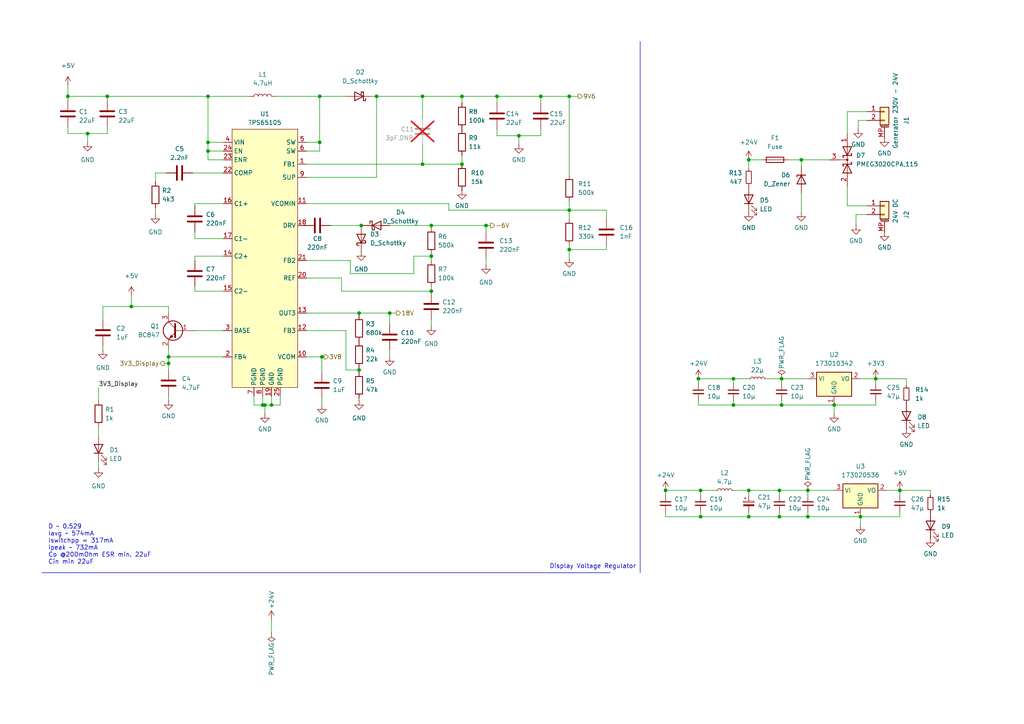
<source format=kicad_sch>
(kicad_sch
	(version 20231120)
	(generator "eeschema")
	(generator_version "8.0")
	(uuid "2e0788da-83c1-4cf9-982c-6e9feead5c48")
	(paper "A4")
	
	(junction
		(at 241.935 117.475)
		(diameter 0)
		(color 0 0 0 0)
		(uuid "04a24c58-7e9b-45c6-a81c-e6bd761e890c")
	)
	(junction
		(at 217.17 142.24)
		(diameter 0)
		(color 0 0 0 0)
		(uuid "06c0f182-3f01-4df1-8a91-76bc1a17447c")
	)
	(junction
		(at 226.06 149.86)
		(diameter 0)
		(color 0 0 0 0)
		(uuid "0e4f6690-f270-44bf-b823-20877548d9de")
	)
	(junction
		(at 165.1 72.39)
		(diameter 0)
		(color 0 0 0 0)
		(uuid "0eef11e6-76b0-4b3f-aa84-20f8c99ba4f2")
	)
	(junction
		(at 140.97 65.405)
		(diameter 0)
		(color 0 0 0 0)
		(uuid "111fa979-1c07-45e3-bde0-f5f2517309ef")
	)
	(junction
		(at 234.315 142.24)
		(diameter 0)
		(color 0 0 0 0)
		(uuid "1189832d-f541-4182-85cf-76441db3bde5")
	)
	(junction
		(at 122.555 27.94)
		(diameter 0)
		(color 0 0 0 0)
		(uuid "15fdf0a2-c1f2-4716-99a1-825076671288")
	)
	(junction
		(at 113.03 90.805)
		(diameter 0)
		(color 0 0 0 0)
		(uuid "1aff85bd-376b-4c3c-a19e-28410c588aa7")
	)
	(junction
		(at 104.14 107.315)
		(diameter 0)
		(color 0 0 0 0)
		(uuid "1b72607b-c177-45f5-ac9f-ed7fa7a64fb1")
	)
	(junction
		(at 203.2 142.24)
		(diameter 0)
		(color 0 0 0 0)
		(uuid "2ab8ada9-cf74-4f1d-a11c-ea239d5d2220")
	)
	(junction
		(at 217.17 46.355)
		(diameter 0)
		(color 0 0 0 0)
		(uuid "2d680fee-d381-4b13-af58-d69b1bf4bdaf")
	)
	(junction
		(at 226.695 109.855)
		(diameter 0)
		(color 0 0 0 0)
		(uuid "328351f1-a0f5-490e-9fe1-872dcb80d8e1")
	)
	(junction
		(at 165.1 27.94)
		(diameter 0)
		(color 0 0 0 0)
		(uuid "344e26dd-0ad0-428f-9526-295351b37e18")
	)
	(junction
		(at 133.985 27.94)
		(diameter 0)
		(color 0 0 0 0)
		(uuid "38c66eb7-fe12-4132-87a9-9f307a3d4eb9")
	)
	(junction
		(at 76.835 117.475)
		(diameter 0)
		(color 0 0 0 0)
		(uuid "3ae57a23-66e5-4f6a-9822-261b4ca414ba")
	)
	(junction
		(at 254 109.855)
		(diameter 0)
		(color 0 0 0 0)
		(uuid "4511e233-f111-4b3a-b25b-163e7713798c")
	)
	(junction
		(at 193.04 142.24)
		(diameter 0)
		(color 0 0 0 0)
		(uuid "4bc96748-d6a3-4db2-a6e8-1cc644e5753e")
	)
	(junction
		(at 48.895 103.505)
		(diameter 0)
		(color 0 0 0 0)
		(uuid "4c879827-91e5-4a71-a78c-ba2af39ff8cc")
	)
	(junction
		(at 165.1 60.96)
		(diameter 0)
		(color 0 0 0 0)
		(uuid "54c3dcc4-cce7-4bb6-a629-c4ac709b2919")
	)
	(junction
		(at 234.315 149.86)
		(diameter 0)
		(color 0 0 0 0)
		(uuid "5503c86b-1be4-41d6-9f38-9ec79f8809d0")
	)
	(junction
		(at 109.22 27.94)
		(diameter 0)
		(color 0 0 0 0)
		(uuid "55237c9f-e430-4b71-8e84-61e5fd99e243")
	)
	(junction
		(at 144.145 27.94)
		(diameter 0)
		(color 0 0 0 0)
		(uuid "59a705da-471f-4f1e-bffe-9c85045b320e")
	)
	(junction
		(at 226.06 142.24)
		(diameter 0)
		(color 0 0 0 0)
		(uuid "5a4015f9-032d-4d3d-913c-ef451306a780")
	)
	(junction
		(at 125.095 65.405)
		(diameter 0)
		(color 0 0 0 0)
		(uuid "5a704d20-2eda-4d66-87a0-8bb00c328bcf")
	)
	(junction
		(at 92.71 27.94)
		(diameter 0)
		(color 0 0 0 0)
		(uuid "5b385b3a-0445-40da-869e-baa34c1ab9d3")
	)
	(junction
		(at 122.555 47.625)
		(diameter 0)
		(color 0 0 0 0)
		(uuid "5e3c3066-33ae-44aa-90ca-be14e326d06b")
	)
	(junction
		(at 212.725 109.855)
		(diameter 0)
		(color 0 0 0 0)
		(uuid "5fa5e9ea-85ff-4890-b60a-2622461a3342")
	)
	(junction
		(at 226.695 117.475)
		(diameter 0)
		(color 0 0 0 0)
		(uuid "5fa7211d-a933-4aea-bde3-164e64fe3f63")
	)
	(junction
		(at 212.725 117.475)
		(diameter 0)
		(color 0 0 0 0)
		(uuid "6a04c048-f0f1-48b0-bc1c-71429688fed0")
	)
	(junction
		(at 125.095 84.455)
		(diameter 0)
		(color 0 0 0 0)
		(uuid "7211e033-306c-4f5c-8969-3e6e32dd97c7")
	)
	(junction
		(at 150.495 39.37)
		(diameter 0)
		(color 0 0 0 0)
		(uuid "73010a7a-7a9a-46d9-83be-b5b73168b613")
	)
	(junction
		(at 92.71 41.275)
		(diameter 0)
		(color 0 0 0 0)
		(uuid "7402a9dc-42d2-48a3-b1d2-a3f8321a5335")
	)
	(junction
		(at 260.985 142.24)
		(diameter 0)
		(color 0 0 0 0)
		(uuid "852155d9-75fa-4971-882f-601461e6471e")
	)
	(junction
		(at 48.895 105.41)
		(diameter 0)
		(color 0 0 0 0)
		(uuid "880cbe12-459f-4608-8eb4-4562e51e675d")
	)
	(junction
		(at 104.775 65.405)
		(diameter 0)
		(color 0 0 0 0)
		(uuid "8a4a63e0-e849-40f9-91ee-96af092e47fd")
	)
	(junction
		(at 217.17 149.86)
		(diameter 0)
		(color 0 0 0 0)
		(uuid "8b98e2fb-4d6d-4946-a73a-5b44141d0f81")
	)
	(junction
		(at 60.325 41.275)
		(diameter 0)
		(color 0 0 0 0)
		(uuid "8bd06123-3b1f-4075-822e-b7d3ffc7ad6e")
	)
	(junction
		(at 232.41 46.355)
		(diameter 0)
		(color 0 0 0 0)
		(uuid "94db514d-ef3e-4902-96b4-9fe23020fd4b")
	)
	(junction
		(at 104.14 90.805)
		(diameter 0)
		(color 0 0 0 0)
		(uuid "98259442-0017-4839-bdf1-ccc12bd3d4f7")
	)
	(junction
		(at 19.685 27.94)
		(diameter 0)
		(color 0 0 0 0)
		(uuid "9f6413a3-f858-4400-99b1-ddc817355d01")
	)
	(junction
		(at 125.095 74.295)
		(diameter 0)
		(color 0 0 0 0)
		(uuid "ac6cee30-b003-4257-a4d2-6306d34acee1")
	)
	(junction
		(at 31.115 27.94)
		(diameter 0)
		(color 0 0 0 0)
		(uuid "acd4fa46-8ba8-4b24-9066-b22d8cf3695d")
	)
	(junction
		(at 25.4 38.735)
		(diameter 0)
		(color 0 0 0 0)
		(uuid "ad197f75-bdb0-4b36-aa2e-000b73036df8")
	)
	(junction
		(at 203.2 149.86)
		(diameter 0)
		(color 0 0 0 0)
		(uuid "bb8147b5-df2f-4f1f-b47e-d53b75aaa380")
	)
	(junction
		(at 249.555 149.86)
		(diameter 0)
		(color 0 0 0 0)
		(uuid "bde9bff5-32a4-42ae-899d-568ddf240b6b")
	)
	(junction
		(at 60.325 43.815)
		(diameter 0)
		(color 0 0 0 0)
		(uuid "c1c24b44-9fed-402f-8691-27fc96c5a404")
	)
	(junction
		(at 93.345 103.505)
		(diameter 0)
		(color 0 0 0 0)
		(uuid "d3af76d2-6f6b-4958-8007-465843bcff28")
	)
	(junction
		(at 38.1 88.9)
		(diameter 0)
		(color 0 0 0 0)
		(uuid "e12a7a30-2a13-4e59-a86b-14e9581d754f")
	)
	(junction
		(at 133.985 47.625)
		(diameter 0)
		(color 0 0 0 0)
		(uuid "e164d6d7-daed-4ba2-a4fa-8829f5fa4bf1")
	)
	(junction
		(at 60.325 27.94)
		(diameter 0)
		(color 0 0 0 0)
		(uuid "e2e0303f-2626-44a8-827b-a48f153b57b1")
	)
	(junction
		(at 202.565 109.855)
		(diameter 0)
		(color 0 0 0 0)
		(uuid "ea330dce-f339-4a47-abfa-3285e15e9c53")
	)
	(junction
		(at 78.74 117.475)
		(diameter 0)
		(color 0 0 0 0)
		(uuid "eabb1f12-056b-4086-8108-3847910fb0d1")
	)
	(junction
		(at 76.2 117.475)
		(diameter 0)
		(color 0 0 0 0)
		(uuid "eb96f160-0639-40eb-a4cf-f184fd8acebd")
	)
	(junction
		(at 156.845 27.94)
		(diameter 0)
		(color 0 0 0 0)
		(uuid "eecf3a55-a51b-4037-bc03-6c24e0b5c442")
	)
	(wire
		(pts
			(xy 104.14 116.205) (xy 104.14 115.57)
		)
		(stroke
			(width 0)
			(type default)
		)
		(uuid "00823f29-0ed6-4b92-afdd-b2458f8bb606")
	)
	(wire
		(pts
			(xy 245.745 59.69) (xy 245.745 53.975)
		)
		(stroke
			(width 0)
			(type default)
		)
		(uuid "01d5c222-f50c-448c-ab1c-ce44f0e6fca5")
	)
	(wire
		(pts
			(xy 48.895 105.41) (xy 48.895 107.315)
		)
		(stroke
			(width 0)
			(type default)
		)
		(uuid "0799669d-565f-4907-8ed6-4e84a36a826f")
	)
	(wire
		(pts
			(xy 125.095 84.455) (xy 125.095 85.09)
		)
		(stroke
			(width 0)
			(type default)
		)
		(uuid "07ec2872-4565-4fd8-959e-8f2af70ca30b")
	)
	(wire
		(pts
			(xy 45.085 60.325) (xy 45.085 62.23)
		)
		(stroke
			(width 0)
			(type default)
		)
		(uuid "080956e7-576e-44ee-9c9c-360358df7091")
	)
	(wire
		(pts
			(xy 113.03 65.405) (xy 125.095 65.405)
		)
		(stroke
			(width 0)
			(type default)
		)
		(uuid "0a825527-7b27-4b9a-a7f6-00a4872c8489")
	)
	(wire
		(pts
			(xy 99.06 80.645) (xy 99.06 84.455)
		)
		(stroke
			(width 0)
			(type default)
		)
		(uuid "0a831453-75b6-47ab-904c-b600c87ef6b9")
	)
	(wire
		(pts
			(xy 60.325 46.355) (xy 60.325 43.815)
		)
		(stroke
			(width 0)
			(type default)
		)
		(uuid "0ac840e0-b447-402f-b2e4-f37f6065362a")
	)
	(wire
		(pts
			(xy 104.14 90.805) (xy 104.14 91.44)
		)
		(stroke
			(width 0)
			(type default)
		)
		(uuid "0b2e23e4-beac-4bd1-be47-6b52b832fb7c")
	)
	(wire
		(pts
			(xy 140.97 65.405) (xy 142.24 65.405)
		)
		(stroke
			(width 0)
			(type default)
		)
		(uuid "0e047021-d1ef-4727-9754-e9dc1692b3ca")
	)
	(wire
		(pts
			(xy 245.745 32.385) (xy 251.46 32.385)
		)
		(stroke
			(width 0)
			(type default)
		)
		(uuid "0f6fedef-d831-419e-8095-bd13e46f06de")
	)
	(wire
		(pts
			(xy 202.565 109.855) (xy 202.565 111.125)
		)
		(stroke
			(width 0)
			(type default)
		)
		(uuid "0fc213a9-8817-48cf-8836-66336aa93cfa")
	)
	(wire
		(pts
			(xy 88.9 90.805) (xy 104.14 90.805)
		)
		(stroke
			(width 0)
			(type default)
		)
		(uuid "163b8def-cacd-4a76-822e-3fb9e29d98bf")
	)
	(wire
		(pts
			(xy 72.39 27.94) (xy 60.325 27.94)
		)
		(stroke
			(width 0)
			(type default)
		)
		(uuid "17ac2bd9-85ec-48d8-b4ea-5c8f921070e6")
	)
	(wire
		(pts
			(xy 28.575 133.985) (xy 28.575 135.89)
		)
		(stroke
			(width 0)
			(type default)
		)
		(uuid "1964f7d3-f983-4af4-9501-c4191a058a6e")
	)
	(wire
		(pts
			(xy 260.985 148.59) (xy 260.985 149.86)
		)
		(stroke
			(width 0)
			(type default)
		)
		(uuid "1b51f0eb-7bb4-40fd-8a18-b2b7c8dece5a")
	)
	(wire
		(pts
			(xy 125.095 65.405) (xy 140.97 65.405)
		)
		(stroke
			(width 0)
			(type default)
		)
		(uuid "1c0e80f2-a924-48f1-b1a4-5e4b60c86556")
	)
	(wire
		(pts
			(xy 202.565 109.855) (xy 212.725 109.855)
		)
		(stroke
			(width 0)
			(type default)
		)
		(uuid "1d87bcf4-7b10-4fa6-b5d8-4a243a3dec00")
	)
	(wire
		(pts
			(xy 260.985 149.86) (xy 249.555 149.86)
		)
		(stroke
			(width 0)
			(type default)
		)
		(uuid "1eae38f9-6fb6-4b12-919c-8df80453afaa")
	)
	(wire
		(pts
			(xy 92.71 43.815) (xy 92.71 41.275)
		)
		(stroke
			(width 0)
			(type default)
		)
		(uuid "1f385b83-cc47-4a50-b4f9-6e8bb1cc4ede")
	)
	(wire
		(pts
			(xy 76.2 114.935) (xy 76.2 117.475)
		)
		(stroke
			(width 0)
			(type default)
		)
		(uuid "221dba15-c87b-4d35-8df1-58681aea5818")
	)
	(wire
		(pts
			(xy 48.895 100.965) (xy 48.895 103.505)
		)
		(stroke
			(width 0)
			(type default)
		)
		(uuid "22da2ddb-ad12-4205-b387-df7f05c0291f")
	)
	(wire
		(pts
			(xy 78.74 117.475) (xy 81.28 117.475)
		)
		(stroke
			(width 0)
			(type default)
		)
		(uuid "23471649-e877-40d3-94d4-eef45059f441")
	)
	(wire
		(pts
			(xy 122.555 47.625) (xy 133.985 47.625)
		)
		(stroke
			(width 0)
			(type default)
		)
		(uuid "23aaa91e-ce39-4097-bb81-338f8cae24de")
	)
	(wire
		(pts
			(xy 56.515 59.055) (xy 64.77 59.055)
		)
		(stroke
			(width 0)
			(type default)
		)
		(uuid "24c96bfc-e05f-4742-ab89-580e45bdb5bc")
	)
	(wire
		(pts
			(xy 122.555 41.91) (xy 122.555 47.625)
		)
		(stroke
			(width 0)
			(type default)
		)
		(uuid "25928ed3-3d8c-4e5f-aa6c-ff9793b22490")
	)
	(wire
		(pts
			(xy 175.895 63.5) (xy 175.895 60.96)
		)
		(stroke
			(width 0)
			(type default)
		)
		(uuid "27933751-b7f1-48c0-9df9-818b6dfc358c")
	)
	(wire
		(pts
			(xy 226.695 117.475) (xy 241.935 117.475)
		)
		(stroke
			(width 0)
			(type default)
		)
		(uuid "27fdb692-1032-457e-a1eb-5217ad52ed2d")
	)
	(wire
		(pts
			(xy 88.9 65.405) (xy 88.265 65.405)
		)
		(stroke
			(width 0)
			(type default)
		)
		(uuid "2aee96eb-356d-44d9-bb29-b019a73320a5")
	)
	(wire
		(pts
			(xy 217.17 46.355) (xy 220.98 46.355)
		)
		(stroke
			(width 0)
			(type default)
		)
		(uuid "2b7b12dd-87cc-4177-b7c0-9d9cf43eb25a")
	)
	(wire
		(pts
			(xy 249.555 109.855) (xy 254 109.855)
		)
		(stroke
			(width 0)
			(type default)
		)
		(uuid "2c5e1399-a2da-45ff-9723-90f773008009")
	)
	(wire
		(pts
			(xy 130.175 59.055) (xy 130.175 60.96)
		)
		(stroke
			(width 0)
			(type default)
		)
		(uuid "300ab485-da27-45a6-a497-e273fd765e8c")
	)
	(wire
		(pts
			(xy 254 109.855) (xy 254 111.125)
		)
		(stroke
			(width 0)
			(type default)
		)
		(uuid "302dd4f2-4a33-462d-8779-06c1161c641e")
	)
	(wire
		(pts
			(xy 202.565 117.475) (xy 212.725 117.475)
		)
		(stroke
			(width 0)
			(type default)
		)
		(uuid "332369f9-b2c1-4afc-8575-ba8f738f7f55")
	)
	(wire
		(pts
			(xy 193.04 142.24) (xy 193.04 143.51)
		)
		(stroke
			(width 0)
			(type default)
		)
		(uuid "3356ecf4-e784-4cfb-92ad-862b46ff013b")
	)
	(wire
		(pts
			(xy 212.725 109.855) (xy 217.17 109.855)
		)
		(stroke
			(width 0)
			(type default)
		)
		(uuid "3614b7ff-5afc-4028-9773-3f0c7087bc24")
	)
	(wire
		(pts
			(xy 165.1 58.42) (xy 165.1 60.96)
		)
		(stroke
			(width 0)
			(type default)
		)
		(uuid "37617cd5-34d5-4cb1-bc81-6451281932c5")
	)
	(wire
		(pts
			(xy 175.895 72.39) (xy 175.895 71.12)
		)
		(stroke
			(width 0)
			(type default)
		)
		(uuid "38d260f8-76f5-44dd-9720-2a213e915413")
	)
	(wire
		(pts
			(xy 165.1 72.39) (xy 165.1 74.93)
		)
		(stroke
			(width 0)
			(type default)
		)
		(uuid "3c5f13ae-ad87-44f8-b10b-2a06880895da")
	)
	(wire
		(pts
			(xy 48.895 114.935) (xy 48.895 116.205)
		)
		(stroke
			(width 0)
			(type default)
		)
		(uuid "3e5771b7-425e-4cea-8f07-1611dbbbc8c1")
	)
	(wire
		(pts
			(xy 120.015 74.295) (xy 125.095 74.295)
		)
		(stroke
			(width 0)
			(type default)
		)
		(uuid "3ed12c7c-34f2-4e62-a8b5-51abf30d6efa")
	)
	(wire
		(pts
			(xy 76.835 117.475) (xy 78.74 117.475)
		)
		(stroke
			(width 0)
			(type default)
		)
		(uuid "3fa49fd2-5e38-4518-bcaf-7808cb6d4aed")
	)
	(wire
		(pts
			(xy 88.9 80.645) (xy 99.06 80.645)
		)
		(stroke
			(width 0)
			(type default)
		)
		(uuid "3ffad75b-d711-4886-b77c-cec67b83eda9")
	)
	(wire
		(pts
			(xy 140.97 65.405) (xy 140.97 67.31)
		)
		(stroke
			(width 0)
			(type default)
		)
		(uuid "428491b2-7a74-46cd-bdd8-2c392c94f34c")
	)
	(wire
		(pts
			(xy 234.315 149.86) (xy 249.555 149.86)
		)
		(stroke
			(width 0)
			(type default)
		)
		(uuid "44ac89d5-fab8-4881-932b-38f36f429c6a")
	)
	(wire
		(pts
			(xy 19.685 36.83) (xy 19.685 38.735)
		)
		(stroke
			(width 0)
			(type default)
		)
		(uuid "4503344e-d636-487f-aa1d-09061e794e89")
	)
	(wire
		(pts
			(xy 31.115 29.21) (xy 31.115 27.94)
		)
		(stroke
			(width 0)
			(type default)
		)
		(uuid "45f9194a-fefb-4742-9660-7fe8e4d30a8d")
	)
	(wire
		(pts
			(xy 222.25 109.855) (xy 226.695 109.855)
		)
		(stroke
			(width 0)
			(type default)
		)
		(uuid "480bee3c-39e6-407a-89ac-1313197ace6a")
	)
	(wire
		(pts
			(xy 232.41 55.88) (xy 232.41 61.595)
		)
		(stroke
			(width 0)
			(type default)
		)
		(uuid "4a7cbbdd-5cf8-47cb-b2f7-c1bae73c379c")
	)
	(wire
		(pts
			(xy 48.895 103.505) (xy 48.895 105.41)
		)
		(stroke
			(width 0)
			(type default)
		)
		(uuid "4a9bf28b-3854-4f5d-86aa-f17baa6a09f9")
	)
	(wire
		(pts
			(xy 175.895 60.96) (xy 165.1 60.96)
		)
		(stroke
			(width 0)
			(type default)
		)
		(uuid "4adf77c0-8891-473c-b37b-e31840999359")
	)
	(wire
		(pts
			(xy 88.9 51.435) (xy 109.22 51.435)
		)
		(stroke
			(width 0)
			(type default)
		)
		(uuid "4c41f729-a7aa-477e-a842-37838a2b18f0")
	)
	(wire
		(pts
			(xy 93.345 115.57) (xy 93.345 117.475)
		)
		(stroke
			(width 0)
			(type default)
		)
		(uuid "4d35691e-4f3d-41e8-9a99-c92c22cf42d0")
	)
	(wire
		(pts
			(xy 125.095 74.295) (xy 125.095 75.565)
		)
		(stroke
			(width 0)
			(type default)
		)
		(uuid "4e1213c0-0844-4472-8738-ede19ad5a24e")
	)
	(wire
		(pts
			(xy 19.685 29.21) (xy 19.685 27.94)
		)
		(stroke
			(width 0)
			(type default)
		)
		(uuid "4e66fede-4bd0-4b9c-aa91-1d39619d61f3")
	)
	(wire
		(pts
			(xy 133.985 27.94) (xy 133.985 29.845)
		)
		(stroke
			(width 0)
			(type default)
		)
		(uuid "4e9a23db-c1ec-4e36-98bc-5688e1210cd2")
	)
	(wire
		(pts
			(xy 93.345 103.505) (xy 93.98 103.505)
		)
		(stroke
			(width 0)
			(type default)
		)
		(uuid "5042ffc9-f488-4bd7-bd38-fe064d044d8e")
	)
	(wire
		(pts
			(xy 38.1 85.725) (xy 38.1 88.9)
		)
		(stroke
			(width 0)
			(type default)
		)
		(uuid "51649ea1-af40-4422-810d-cdd7e45b347c")
	)
	(wire
		(pts
			(xy 56.515 95.885) (xy 64.77 95.885)
		)
		(stroke
			(width 0)
			(type default)
		)
		(uuid "54264b9f-8dba-4eb3-9bf5-e99612feb0a4")
	)
	(wire
		(pts
			(xy 78.74 114.935) (xy 78.74 117.475)
		)
		(stroke
			(width 0)
			(type default)
		)
		(uuid "55e01c7c-916c-475f-be83-ee46860b0f12")
	)
	(wire
		(pts
			(xy 249.555 149.86) (xy 249.555 152.4)
		)
		(stroke
			(width 0)
			(type default)
		)
		(uuid "59e0d06b-cd48-45c4-a673-afeae9475e71")
	)
	(wire
		(pts
			(xy 226.695 109.855) (xy 234.315 109.855)
		)
		(stroke
			(width 0)
			(type default)
		)
		(uuid "5a092afa-26ce-4acf-9da0-d2d8700de100")
	)
	(wire
		(pts
			(xy 212.725 142.24) (xy 217.17 142.24)
		)
		(stroke
			(width 0)
			(type default)
		)
		(uuid "5ac9dccd-b877-4c45-9b87-2745bb154a56")
	)
	(wire
		(pts
			(xy 234.315 142.24) (xy 234.315 143.51)
		)
		(stroke
			(width 0)
			(type default)
		)
		(uuid "5ea3e315-df2f-48a8-96ed-2eaa15b323b6")
	)
	(wire
		(pts
			(xy 55.88 50.165) (xy 64.77 50.165)
		)
		(stroke
			(width 0)
			(type default)
		)
		(uuid "617ebabc-9728-49d9-9e00-efeb649c11f6")
	)
	(wire
		(pts
			(xy 234.315 148.59) (xy 234.315 149.86)
		)
		(stroke
			(width 0)
			(type default)
		)
		(uuid "667d36d3-48b8-4b44-b1fa-ee04e1f5c87d")
	)
	(wire
		(pts
			(xy 56.515 74.295) (xy 64.77 74.295)
		)
		(stroke
			(width 0)
			(type default)
		)
		(uuid "66b80e20-c5b1-452c-9103-9af133e4d706")
	)
	(wire
		(pts
			(xy 104.14 107.315) (xy 100.33 107.315)
		)
		(stroke
			(width 0)
			(type default)
		)
		(uuid "67b76565-5e98-4729-99f3-4273774598b5")
	)
	(wire
		(pts
			(xy 45.085 50.165) (xy 45.085 52.705)
		)
		(stroke
			(width 0)
			(type default)
		)
		(uuid "68479ddf-a13d-466d-a3dd-c310eda8a653")
	)
	(wire
		(pts
			(xy 144.145 37.465) (xy 144.145 39.37)
		)
		(stroke
			(width 0)
			(type default)
		)
		(uuid "6c2b85b8-c251-4011-a20c-e9d26d6c48a3")
	)
	(wire
		(pts
			(xy 56.515 59.69) (xy 56.515 59.055)
		)
		(stroke
			(width 0)
			(type default)
		)
		(uuid "6dbbb99c-db6b-4ccc-b564-a41e646c330c")
	)
	(wire
		(pts
			(xy 64.77 41.275) (xy 60.325 41.275)
		)
		(stroke
			(width 0)
			(type default)
		)
		(uuid "6e623211-e1cd-4bb0-8c65-12b92a48f710")
	)
	(wire
		(pts
			(xy 88.9 43.815) (xy 92.71 43.815)
		)
		(stroke
			(width 0)
			(type default)
		)
		(uuid "701e3aab-ec5b-4755-bb01-b828558ba117")
	)
	(wire
		(pts
			(xy 212.725 116.205) (xy 212.725 117.475)
		)
		(stroke
			(width 0)
			(type default)
		)
		(uuid "70876b54-5088-4016-b2c6-b9cdcb757352")
	)
	(wire
		(pts
			(xy 226.695 109.855) (xy 226.695 111.125)
		)
		(stroke
			(width 0)
			(type default)
		)
		(uuid "712cf10d-3255-4a39-896b-4c3e9382c6bb")
	)
	(wire
		(pts
			(xy 60.325 41.275) (xy 60.325 43.815)
		)
		(stroke
			(width 0)
			(type default)
		)
		(uuid "73f9ed79-636c-4d16-b0ba-9b534cedcbd4")
	)
	(wire
		(pts
			(xy 109.22 51.435) (xy 109.22 27.94)
		)
		(stroke
			(width 0)
			(type default)
		)
		(uuid "75501156-2b60-4ebc-abfc-4b7c0bc99d2c")
	)
	(wire
		(pts
			(xy 93.345 103.505) (xy 88.9 103.505)
		)
		(stroke
			(width 0)
			(type default)
		)
		(uuid "773e3727-396a-430f-829a-1968126d4e63")
	)
	(wire
		(pts
			(xy 156.845 27.94) (xy 156.845 29.845)
		)
		(stroke
			(width 0)
			(type default)
		)
		(uuid "77434a9a-e97c-4f9b-8efa-a7dc56aa4462")
	)
	(wire
		(pts
			(xy 226.06 142.24) (xy 234.315 142.24)
		)
		(stroke
			(width 0)
			(type default)
		)
		(uuid "77962264-d713-4ddf-a55d-58dc53a2553c")
	)
	(wire
		(pts
			(xy 241.935 117.475) (xy 241.935 120.015)
		)
		(stroke
			(width 0)
			(type default)
		)
		(uuid "79e771bd-867c-48d0-9c84-c44a0cc2997a")
	)
	(wire
		(pts
			(xy 254 109.855) (xy 262.89 109.855)
		)
		(stroke
			(width 0)
			(type default)
		)
		(uuid "7a646faa-1ba2-40e9-96eb-e68d5e555bc5")
	)
	(wire
		(pts
			(xy 56.515 84.455) (xy 56.515 83.185)
		)
		(stroke
			(width 0)
			(type default)
		)
		(uuid "7a908a54-37ff-4256-af3c-d37a3211a15b")
	)
	(wire
		(pts
			(xy 144.145 27.94) (xy 144.145 29.845)
		)
		(stroke
			(width 0)
			(type default)
		)
		(uuid "7cbe0ff7-148d-4655-918d-3fd6cb63e2aa")
	)
	(wire
		(pts
			(xy 226.06 149.86) (xy 234.315 149.86)
		)
		(stroke
			(width 0)
			(type default)
		)
		(uuid "7cd4b97d-4582-43af-aca8-950338b402d8")
	)
	(wire
		(pts
			(xy 260.985 142.24) (xy 260.985 143.51)
		)
		(stroke
			(width 0)
			(type default)
		)
		(uuid "7d05d595-c664-446c-899f-b00e20cb5d7c")
	)
	(wire
		(pts
			(xy 19.685 27.94) (xy 31.115 27.94)
		)
		(stroke
			(width 0)
			(type default)
		)
		(uuid "822293f7-6596-4b27-8151-6d886cf56857")
	)
	(wire
		(pts
			(xy 228.6 46.355) (xy 232.41 46.355)
		)
		(stroke
			(width 0)
			(type default)
		)
		(uuid "83f0a0e4-0e23-480e-abfa-d05b91b18526")
	)
	(wire
		(pts
			(xy 64.77 84.455) (xy 56.515 84.455)
		)
		(stroke
			(width 0)
			(type default)
		)
		(uuid "86f78524-9a71-4576-a34f-c214cf02f681")
	)
	(wire
		(pts
			(xy 251.46 59.69) (xy 245.745 59.69)
		)
		(stroke
			(width 0)
			(type default)
		)
		(uuid "87012fd7-8a04-4de3-b126-2893f3235d87")
	)
	(wire
		(pts
			(xy 156.845 39.37) (xy 156.845 37.465)
		)
		(stroke
			(width 0)
			(type default)
		)
		(uuid "873732d0-bc89-4cd2-80b5-b67e8ac37788")
	)
	(wire
		(pts
			(xy 93.345 107.95) (xy 93.345 103.505)
		)
		(stroke
			(width 0)
			(type default)
		)
		(uuid "8798140f-a61d-4399-a02f-340a61efc57d")
	)
	(wire
		(pts
			(xy 125.095 73.66) (xy 125.095 74.295)
		)
		(stroke
			(width 0)
			(type default)
		)
		(uuid "88f13fe5-ddc3-4a21-b5bb-3f329bf29ec0")
	)
	(wire
		(pts
			(xy 165.1 60.96) (xy 165.1 63.5)
		)
		(stroke
			(width 0)
			(type default)
		)
		(uuid "897704ad-d967-4d2d-8238-9398ddfd04e8")
	)
	(wire
		(pts
			(xy 125.095 92.71) (xy 125.095 94.615)
		)
		(stroke
			(width 0)
			(type default)
		)
		(uuid "89de10db-0bda-4bc4-9a11-7f45b3fef9be")
	)
	(wire
		(pts
			(xy 217.17 149.86) (xy 226.06 149.86)
		)
		(stroke
			(width 0)
			(type default)
		)
		(uuid "8a27771f-2b91-4f3b-9898-b82752fb21fc")
	)
	(wire
		(pts
			(xy 64.77 69.215) (xy 56.515 69.215)
		)
		(stroke
			(width 0)
			(type default)
		)
		(uuid "8a8dc90e-ea11-473f-9e5a-ccd56726e7dd")
	)
	(wire
		(pts
			(xy 64.77 46.355) (xy 60.325 46.355)
		)
		(stroke
			(width 0)
			(type default)
		)
		(uuid "8acd4fdb-7a63-49b9-921f-6a3c041e95ba")
	)
	(wire
		(pts
			(xy 269.875 143.51) (xy 269.875 142.24)
		)
		(stroke
			(width 0)
			(type default)
		)
		(uuid "8cc7a730-cb1f-4afb-b5f0-1c9155a349c3")
	)
	(wire
		(pts
			(xy 73.66 117.475) (xy 73.66 114.935)
		)
		(stroke
			(width 0)
			(type default)
		)
		(uuid "8d1114c9-b33d-4f1b-8db3-570129fb19cf")
	)
	(wire
		(pts
			(xy 29.845 100.33) (xy 29.845 101.6)
		)
		(stroke
			(width 0)
			(type default)
		)
		(uuid "8d604371-f602-4f10-8f7d-d7976b912214")
	)
	(wire
		(pts
			(xy 165.1 27.94) (xy 167.64 27.94)
		)
		(stroke
			(width 0)
			(type default)
		)
		(uuid "8df34f58-b9bf-4d62-a0cb-39cfca58113f")
	)
	(wire
		(pts
			(xy 81.28 117.475) (xy 81.28 114.935)
		)
		(stroke
			(width 0)
			(type default)
		)
		(uuid "8e4e0ab3-c78b-4d6b-83be-d326c20004d9")
	)
	(wire
		(pts
			(xy 80.01 27.94) (xy 92.71 27.94)
		)
		(stroke
			(width 0)
			(type default)
		)
		(uuid "8f7a9dab-1d18-4219-bf90-07989e70b3dd")
	)
	(wire
		(pts
			(xy 25.4 41.275) (xy 25.4 38.735)
		)
		(stroke
			(width 0)
			(type default)
		)
		(uuid "8f94857f-a4c9-4bf8-9272-ba853141078a")
	)
	(wire
		(pts
			(xy 47.625 105.41) (xy 48.895 105.41)
		)
		(stroke
			(width 0)
			(type default)
		)
		(uuid "94aa258d-f4ad-427f-ba76-7fd9489e4b20")
	)
	(wire
		(pts
			(xy 203.2 142.24) (xy 207.645 142.24)
		)
		(stroke
			(width 0)
			(type default)
		)
		(uuid "94d921d1-88bd-4867-aa9a-cdede2375614")
	)
	(wire
		(pts
			(xy 262.89 109.855) (xy 262.89 111.76)
		)
		(stroke
			(width 0)
			(type default)
		)
		(uuid "95893931-4d8b-48f4-8eaf-9bb7542167a4")
	)
	(wire
		(pts
			(xy 193.04 148.59) (xy 193.04 149.86)
		)
		(stroke
			(width 0)
			(type default)
		)
		(uuid "95e44266-98b9-465d-997c-8e65b0c3d557")
	)
	(wire
		(pts
			(xy 193.04 149.86) (xy 203.2 149.86)
		)
		(stroke
			(width 0)
			(type default)
		)
		(uuid "95ef0836-fe34-4f04-a9c1-a920779ba8c0")
	)
	(wire
		(pts
			(xy 104.14 107.95) (xy 104.14 107.315)
		)
		(stroke
			(width 0)
			(type default)
		)
		(uuid "970a99e0-31e3-4de1-81ad-1ede59357925")
	)
	(wire
		(pts
			(xy 95.885 65.405) (xy 104.775 65.405)
		)
		(stroke
			(width 0)
			(type default)
		)
		(uuid "97431ce8-64bf-4192-aad3-405003b70cfe")
	)
	(wire
		(pts
			(xy 88.9 95.885) (xy 100.33 95.885)
		)
		(stroke
			(width 0)
			(type default)
		)
		(uuid "9a9225e3-868c-4477-b879-f49bba58cc6e")
	)
	(wire
		(pts
			(xy 203.2 142.24) (xy 203.2 143.51)
		)
		(stroke
			(width 0)
			(type default)
		)
		(uuid "9bc2d68c-2a43-4c1e-b669-9820a12d7c87")
	)
	(wire
		(pts
			(xy 193.04 142.24) (xy 203.2 142.24)
		)
		(stroke
			(width 0)
			(type default)
		)
		(uuid "9be69bc9-acb1-4f03-83ec-e3780facc1a4")
	)
	(wire
		(pts
			(xy 226.06 142.24) (xy 226.06 143.51)
		)
		(stroke
			(width 0)
			(type default)
		)
		(uuid "9c20c29c-79a9-4227-bc95-44d50437e955")
	)
	(wire
		(pts
			(xy 78.74 179.705) (xy 78.74 183.515)
		)
		(stroke
			(width 0)
			(type default)
		)
		(uuid "9c24de27-c859-48f7-9157-0b37caf30266")
	)
	(wire
		(pts
			(xy 29.845 88.9) (xy 38.1 88.9)
		)
		(stroke
			(width 0)
			(type default)
		)
		(uuid "9c740c80-d003-43c1-8383-19f33549312b")
	)
	(wire
		(pts
			(xy 125.095 83.185) (xy 125.095 84.455)
		)
		(stroke
			(width 0)
			(type default)
		)
		(uuid "9cdd0481-4694-4c64-b4e1-2ac7094da946")
	)
	(wire
		(pts
			(xy 133.985 45.085) (xy 133.985 47.625)
		)
		(stroke
			(width 0)
			(type default)
		)
		(uuid "9d3a9fba-99dc-4dfe-9ad9-da65da83c5c1")
	)
	(wire
		(pts
			(xy 101.6 79.375) (xy 101.6 75.565)
		)
		(stroke
			(width 0)
			(type default)
		)
		(uuid "9d439632-2771-4b13-b38a-61e86e6e924f")
	)
	(wire
		(pts
			(xy 217.17 148.59) (xy 217.17 149.86)
		)
		(stroke
			(width 0)
			(type default)
		)
		(uuid "9d9a9931-bf71-46df-845b-1ed3d2f68e2f")
	)
	(wire
		(pts
			(xy 217.17 142.24) (xy 226.06 142.24)
		)
		(stroke
			(width 0)
			(type default)
		)
		(uuid "9fb78350-b05c-4e18-96f6-8b518da4b61f")
	)
	(wire
		(pts
			(xy 101.6 75.565) (xy 88.9 75.565)
		)
		(stroke
			(width 0)
			(type default)
		)
		(uuid "a05d54da-1a6c-4acd-a749-c01660a4d3b6")
	)
	(wire
		(pts
			(xy 120.015 79.375) (xy 120.015 74.295)
		)
		(stroke
			(width 0)
			(type default)
		)
		(uuid "a1984b4c-5b68-46d4-a8e4-51bc343bb260")
	)
	(wire
		(pts
			(xy 245.745 38.735) (xy 245.745 32.385)
		)
		(stroke
			(width 0)
			(type default)
		)
		(uuid "a39b8dc8-c08e-44c0-8768-dc719002f971")
	)
	(wire
		(pts
			(xy 92.71 41.275) (xy 88.9 41.275)
		)
		(stroke
			(width 0)
			(type default)
		)
		(uuid "a5562132-55e5-411a-9528-caffe9817d7d")
	)
	(wire
		(pts
			(xy 232.41 46.355) (xy 240.665 46.355)
		)
		(stroke
			(width 0)
			(type default)
		)
		(uuid "a586b49d-2519-401a-bb1a-aed73a17439d")
	)
	(wire
		(pts
			(xy 248.92 34.925) (xy 248.92 37.465)
		)
		(stroke
			(width 0)
			(type default)
		)
		(uuid "a7f0cf95-7834-4685-a120-283baf2b87ae")
	)
	(wire
		(pts
			(xy 101.6 79.375) (xy 120.015 79.375)
		)
		(stroke
			(width 0)
			(type default)
		)
		(uuid "a96e3a21-d86c-4df1-b585-ee9dec563426")
	)
	(wire
		(pts
			(xy 28.575 112.395) (xy 28.575 116.205)
		)
		(stroke
			(width 0)
			(type default)
		)
		(uuid "aab218ca-ce2c-4b98-83a0-97efcbb0006d")
	)
	(wire
		(pts
			(xy 144.145 39.37) (xy 150.495 39.37)
		)
		(stroke
			(width 0)
			(type default)
		)
		(uuid "acec78fd-e646-411b-8f62-e327bba793f7")
	)
	(wire
		(pts
			(xy 25.4 38.735) (xy 31.115 38.735)
		)
		(stroke
			(width 0)
			(type default)
		)
		(uuid "af2c11c8-4e61-4a43-b9bd-255560152aa5")
	)
	(wire
		(pts
			(xy 92.71 27.94) (xy 100.33 27.94)
		)
		(stroke
			(width 0)
			(type default)
		)
		(uuid "b2b598d9-ea54-46c4-b198-2854c3ae0964")
	)
	(wire
		(pts
			(xy 212.725 109.855) (xy 212.725 111.125)
		)
		(stroke
			(width 0)
			(type default)
		)
		(uuid "b2d7c7f2-a0f2-4a7b-bd44-25162625cc2c")
	)
	(wire
		(pts
			(xy 232.41 46.355) (xy 232.41 48.26)
		)
		(stroke
			(width 0)
			(type default)
		)
		(uuid "b3813dc4-8c4a-4fe6-b246-060421727897")
	)
	(wire
		(pts
			(xy 125.095 65.405) (xy 125.095 66.04)
		)
		(stroke
			(width 0)
			(type default)
		)
		(uuid "b538a79f-8301-447f-8982-b1cd5d0d1e7d")
	)
	(wire
		(pts
			(xy 104.14 90.805) (xy 113.03 90.805)
		)
		(stroke
			(width 0)
			(type default)
		)
		(uuid "b676435c-79cb-4022-8da4-17b481badd24")
	)
	(wire
		(pts
			(xy 122.555 27.94) (xy 122.555 34.29)
		)
		(stroke
			(width 0)
			(type default)
		)
		(uuid "baa475f9-fa32-498d-8dda-150b6afbd67e")
	)
	(wire
		(pts
			(xy 31.115 27.94) (xy 60.325 27.94)
		)
		(stroke
			(width 0)
			(type default)
		)
		(uuid "bbf18ba4-6465-468f-b6dd-87ab34d93271")
	)
	(wire
		(pts
			(xy 107.95 27.94) (xy 109.22 27.94)
		)
		(stroke
			(width 0)
			(type default)
		)
		(uuid "bc8311a1-3370-43fe-b5ef-6453093ce15f")
	)
	(wire
		(pts
			(xy 150.495 39.37) (xy 156.845 39.37)
		)
		(stroke
			(width 0)
			(type default)
		)
		(uuid "bd3455f2-827a-4e80-8a9e-1601cfc6760c")
	)
	(wire
		(pts
			(xy 104.775 65.405) (xy 105.41 65.405)
		)
		(stroke
			(width 0)
			(type default)
		)
		(uuid "be7b5ac7-c4df-4e35-8db8-1e84491169a5")
	)
	(wire
		(pts
			(xy 248.92 34.925) (xy 251.46 34.925)
		)
		(stroke
			(width 0)
			(type default)
		)
		(uuid "bfc00bab-747c-45e0-907d-9561bb4e313e")
	)
	(wire
		(pts
			(xy 60.325 43.815) (xy 64.77 43.815)
		)
		(stroke
			(width 0)
			(type default)
		)
		(uuid "c23f76b7-d61d-429f-bc58-6bc1546c1ccb")
	)
	(wire
		(pts
			(xy 48.895 88.9) (xy 48.895 90.805)
		)
		(stroke
			(width 0)
			(type default)
		)
		(uuid "c47a81a0-8572-4817-a997-173ded2bc84a")
	)
	(wire
		(pts
			(xy 269.875 142.24) (xy 260.985 142.24)
		)
		(stroke
			(width 0)
			(type default)
		)
		(uuid "c59dbc7a-b859-4042-9256-e6a6bf255f15")
	)
	(wire
		(pts
			(xy 104.14 106.68) (xy 104.14 107.315)
		)
		(stroke
			(width 0)
			(type default)
		)
		(uuid "c5b28477-e348-4d17-adbc-906b53af3b9f")
	)
	(wire
		(pts
			(xy 100.33 107.315) (xy 100.33 95.885)
		)
		(stroke
			(width 0)
			(type default)
		)
		(uuid "c600e4a2-59ff-4eb3-b3aa-d29d8905aa43")
	)
	(wire
		(pts
			(xy 92.71 27.94) (xy 92.71 41.275)
		)
		(stroke
			(width 0)
			(type default)
		)
		(uuid "c675f9b7-362f-4a6a-a14c-49ef3e58fba4")
	)
	(wire
		(pts
			(xy 113.03 90.805) (xy 114.935 90.805)
		)
		(stroke
			(width 0)
			(type default)
		)
		(uuid "c70e0b07-9a0c-4e2c-9423-68f7c0d295ad")
	)
	(wire
		(pts
			(xy 212.725 117.475) (xy 226.695 117.475)
		)
		(stroke
			(width 0)
			(type default)
		)
		(uuid "c9b5c6a6-7840-45f7-bf7c-939b5fec923a")
	)
	(wire
		(pts
			(xy 73.66 117.475) (xy 76.2 117.475)
		)
		(stroke
			(width 0)
			(type default)
		)
		(uuid "ca2317ec-4f7e-4a1e-bc9b-1f482c5c144b")
	)
	(wire
		(pts
			(xy 257.175 142.24) (xy 260.985 142.24)
		)
		(stroke
			(width 0)
			(type default)
		)
		(uuid "cc004d13-9add-4e97-845e-3e804265ffd2")
	)
	(wire
		(pts
			(xy 150.495 39.37) (xy 150.495 41.91)
		)
		(stroke
			(width 0)
			(type default)
		)
		(uuid "cd8f7551-eedf-4227-89f0-a423ee0b9dc0")
	)
	(wire
		(pts
			(xy 113.03 93.98) (xy 113.03 90.805)
		)
		(stroke
			(width 0)
			(type default)
		)
		(uuid "cea8c313-f55b-4706-a4ce-a07406514fc9")
	)
	(wire
		(pts
			(xy 217.17 142.24) (xy 217.17 143.51)
		)
		(stroke
			(width 0)
			(type default)
		)
		(uuid "ceea175b-8c86-4dc4-ad65-8552da28bb49")
	)
	(wire
		(pts
			(xy 202.565 116.205) (xy 202.565 117.475)
		)
		(stroke
			(width 0)
			(type default)
		)
		(uuid "cf976ad3-d5e8-44a1-ad25-e1f1375f850a")
	)
	(wire
		(pts
			(xy 203.2 148.59) (xy 203.2 149.86)
		)
		(stroke
			(width 0)
			(type default)
		)
		(uuid "d068cbbe-b30f-4096-855c-e4e765fdfc8b")
	)
	(wire
		(pts
			(xy 226.06 148.59) (xy 226.06 149.86)
		)
		(stroke
			(width 0)
			(type default)
		)
		(uuid "d110e9db-9250-42b3-a3d7-2377030b6281")
	)
	(wire
		(pts
			(xy 248.285 62.23) (xy 248.285 65.405)
		)
		(stroke
			(width 0)
			(type default)
		)
		(uuid "d2ab178a-c830-41e7-8c74-ec1e72641c87")
	)
	(wire
		(pts
			(xy 217.17 48.895) (xy 217.17 46.355)
		)
		(stroke
			(width 0)
			(type default)
		)
		(uuid "d2c8035f-dd0f-43b4-85c2-ab9a349eff76")
	)
	(wire
		(pts
			(xy 165.1 72.39) (xy 175.895 72.39)
		)
		(stroke
			(width 0)
			(type default)
		)
		(uuid "d2e88e99-690a-4d37-99f2-7f9516b6f326")
	)
	(wire
		(pts
			(xy 60.325 27.94) (xy 60.325 41.275)
		)
		(stroke
			(width 0)
			(type default)
		)
		(uuid "d376277c-cae2-496d-994b-ae4810aed1c1")
	)
	(wire
		(pts
			(xy 226.695 116.205) (xy 226.695 117.475)
		)
		(stroke
			(width 0)
			(type default)
		)
		(uuid "d3daa0a2-e9bd-4444-ad66-cea4cd3ca5d7")
	)
	(wire
		(pts
			(xy 28.575 123.825) (xy 28.575 126.365)
		)
		(stroke
			(width 0)
			(type default)
		)
		(uuid "d4161612-fd40-48fe-a351-00b7e4adcfbe")
	)
	(wire
		(pts
			(xy 130.175 60.96) (xy 165.1 60.96)
		)
		(stroke
			(width 0)
			(type default)
		)
		(uuid "d5ceb0ee-59a6-4a5b-8b20-e84781423f12")
	)
	(wire
		(pts
			(xy 19.685 38.735) (xy 25.4 38.735)
		)
		(stroke
			(width 0)
			(type default)
		)
		(uuid "d61a543b-9dcd-435b-b998-d906143230cf")
	)
	(wire
		(pts
			(xy 156.845 27.94) (xy 165.1 27.94)
		)
		(stroke
			(width 0)
			(type default)
		)
		(uuid "d67cfc73-2f37-43f5-b169-e6f6da32e183")
	)
	(wire
		(pts
			(xy 165.1 50.8) (xy 165.1 27.94)
		)
		(stroke
			(width 0)
			(type default)
		)
		(uuid "d6da516f-31eb-472e-8e11-fc8eaed560bd")
	)
	(wire
		(pts
			(xy 144.145 27.94) (xy 156.845 27.94)
		)
		(stroke
			(width 0)
			(type default)
		)
		(uuid "dae4dbc5-c03c-4d68-8b0a-f10f36f7287a")
	)
	(wire
		(pts
			(xy 251.46 62.23) (xy 248.285 62.23)
		)
		(stroke
			(width 0)
			(type default)
		)
		(uuid "dd658e3c-7274-4321-b280-f43d36ee4d16")
	)
	(polyline
		(pts
			(xy 185.674 12.065) (xy 185.674 166.116)
		)
		(stroke
			(width 0)
			(type default)
		)
		(uuid "de12261a-a488-4b78-817c-4b9eb5382cff")
	)
	(wire
		(pts
			(xy 241.935 117.475) (xy 254 117.475)
		)
		(stroke
			(width 0)
			(type default)
		)
		(uuid "de34fdb2-911d-4e50-850b-6065a7d83da0")
	)
	(wire
		(pts
			(xy 254 116.205) (xy 254 117.475)
		)
		(stroke
			(width 0)
			(type default)
		)
		(uuid "e03a3999-a189-4e3a-9992-e15734b4284e")
	)
	(wire
		(pts
			(xy 38.1 88.9) (xy 48.895 88.9)
		)
		(stroke
			(width 0)
			(type default)
		)
		(uuid "e1a33295-b560-45c6-8354-41493a75e6ac")
	)
	(wire
		(pts
			(xy 76.2 117.475) (xy 76.835 117.475)
		)
		(stroke
			(width 0)
			(type default)
		)
		(uuid "e27ec589-21f0-4132-bba5-5f01ebec4ed6")
	)
	(wire
		(pts
			(xy 133.985 27.94) (xy 144.145 27.94)
		)
		(stroke
			(width 0)
			(type default)
		)
		(uuid "e3ce55a9-6170-433c-b558-fb2904af19e4")
	)
	(wire
		(pts
			(xy 234.315 142.24) (xy 241.935 142.24)
		)
		(stroke
			(width 0)
			(type default)
		)
		(uuid "e3e45f86-75c2-4a7b-8e12-738d3f6ab87b")
	)
	(wire
		(pts
			(xy 76.835 120.015) (xy 76.835 117.475)
		)
		(stroke
			(width 0)
			(type default)
		)
		(uuid "e5d29de3-76d9-4d1f-bd48-1db3511cdccc")
	)
	(wire
		(pts
			(xy 56.515 67.31) (xy 56.515 69.215)
		)
		(stroke
			(width 0)
			(type default)
		)
		(uuid "e6b0c24b-4150-4332-a7c7-0d39e7f824ea")
	)
	(wire
		(pts
			(xy 122.555 27.94) (xy 133.985 27.94)
		)
		(stroke
			(width 0)
			(type default)
		)
		(uuid "eb5e0201-c32f-49b7-afb2-5028354c88cc")
	)
	(polyline
		(pts
			(xy 177.038 166.116) (xy 12.192 166.116)
		)
		(stroke
			(width 0)
			(type default)
		)
		(uuid "ebb4d48e-7fd2-4425-bfc3-8c97a2151f56")
	)
	(wire
		(pts
			(xy 31.115 36.83) (xy 31.115 38.735)
		)
		(stroke
			(width 0)
			(type default)
		)
		(uuid "ece631b4-0e02-43fb-b41a-644be4704600")
	)
	(wire
		(pts
			(xy 19.685 24.765) (xy 19.685 27.94)
		)
		(stroke
			(width 0)
			(type default)
		)
		(uuid "f1386fce-793d-4913-a953-a88c993a5b95")
	)
	(wire
		(pts
			(xy 88.9 59.055) (xy 130.175 59.055)
		)
		(stroke
			(width 0)
			(type default)
		)
		(uuid "f3562cc0-2151-446c-bd56-2a5bee7be719")
	)
	(wire
		(pts
			(xy 140.97 74.93) (xy 140.97 76.835)
		)
		(stroke
			(width 0)
			(type default)
		)
		(uuid "f3d8f24c-b507-44f7-8732-b3c371928ecb")
	)
	(wire
		(pts
			(xy 125.095 84.455) (xy 99.06 84.455)
		)
		(stroke
			(width 0)
			(type default)
		)
		(uuid "f6449bb3-8d7c-4b3a-9a15-2919c2df39af")
	)
	(wire
		(pts
			(xy 113.03 101.6) (xy 113.03 103.505)
		)
		(stroke
			(width 0)
			(type default)
		)
		(uuid "f7be613d-7fb5-4dc4-b02c-1351c2aa01c7")
	)
	(wire
		(pts
			(xy 29.845 92.71) (xy 29.845 88.9)
		)
		(stroke
			(width 0)
			(type default)
		)
		(uuid "f8e84344-ce9e-4c5e-97bc-74f941bbd8a0")
	)
	(wire
		(pts
			(xy 48.26 50.165) (xy 45.085 50.165)
		)
		(stroke
			(width 0)
			(type default)
		)
		(uuid "f9e3e4aa-9ed3-42cc-837e-7d4db58a8c93")
	)
	(wire
		(pts
			(xy 88.9 47.625) (xy 122.555 47.625)
		)
		(stroke
			(width 0)
			(type default)
		)
		(uuid "fadc7548-00c4-4b95-815e-4752d586b062")
	)
	(wire
		(pts
			(xy 165.1 71.12) (xy 165.1 72.39)
		)
		(stroke
			(width 0)
			(type default)
		)
		(uuid "fdb7f7ec-34ca-408a-8796-515229f08d2a")
	)
	(wire
		(pts
			(xy 109.22 27.94) (xy 122.555 27.94)
		)
		(stroke
			(width 0)
			(type default)
		)
		(uuid "fe34918e-b45a-4c05-b615-1932260419cc")
	)
	(wire
		(pts
			(xy 203.2 149.86) (xy 217.17 149.86)
		)
		(stroke
			(width 0)
			(type default)
		)
		(uuid "ff5aa988-d6c5-4cd5-82e2-efeba6acf235")
	)
	(wire
		(pts
			(xy 56.515 75.565) (xy 56.515 74.295)
		)
		(stroke
			(width 0)
			(type default)
		)
		(uuid "fff3473a-487e-4977-8567-12d8ad2c7bb6")
	)
	(wire
		(pts
			(xy 64.77 103.505) (xy 48.895 103.505)
		)
		(stroke
			(width 0)
			(type default)
		)
		(uuid "fff59099-86ec-467f-bb16-15a656a10544")
	)
	(text "Display Voltage Regulator"
		(exclude_from_sim no)
		(at 159.385 165.1 0)
		(effects
			(font
				(size 1.27 1.27)
			)
			(justify left bottom)
		)
		(uuid "1f474138-6b54-4b9f-883a-725cd7720b17")
	)
	(text "D ~ 0.529\nIavg ~ 574mA\nIswitchpp = 317mA\nIpeak ~ 732mA\nCo @200mOhm ESR min. 22uF\nCin min 22uF"
		(exclude_from_sim no)
		(at 13.97 163.83 0)
		(effects
			(font
				(size 1.27 1.27)
			)
			(justify left bottom)
		)
		(uuid "33680474-88a3-4d9f-8dec-4a0171750541")
	)
	(label "3V3_Display"
		(at 28.575 112.395 0)
		(effects
			(font
				(size 1.27 1.27)
			)
			(justify left bottom)
		)
		(uuid "5b6ad534-6e9c-4ace-9ff6-45d2d419853a")
	)
	(hierarchical_label "-6V"
		(shape output)
		(at 142.24 65.405 0)
		(effects
			(font
				(size 1.27 1.27)
			)
			(justify left)
		)
		(uuid "10a1f8b7-7c59-4a9f-b5fd-6b76bd4e4d31")
	)
	(hierarchical_label "3V8"
		(shape output)
		(at 93.98 103.505 0)
		(effects
			(font
				(size 1.27 1.27)
			)
			(justify left)
		)
		(uuid "1bdbdf6f-be11-4d84-9a73-803e320634e5")
	)
	(hierarchical_label "9V6"
		(shape output)
		(at 167.64 27.94 0)
		(effects
			(font
				(size 1.27 1.27)
			)
			(justify left)
		)
		(uuid "6962b2c5-bb1b-42d5-a7f3-8e7e10364e54")
	)
	(hierarchical_label "18V"
		(shape output)
		(at 114.935 90.805 0)
		(effects
			(font
				(size 1.27 1.27)
			)
			(justify left)
		)
		(uuid "7170a6be-81dc-41bb-96f9-c4f8e678cf95")
	)
	(hierarchical_label "3V3_Display"
		(shape output)
		(at 47.625 105.41 180)
		(effects
			(font
				(size 1.27 1.27)
			)
			(justify right)
		)
		(uuid "8a5139f5-172e-4e5d-8d26-2bb63149f8dd")
	)
	(symbol
		(lib_id "power:GND")
		(at 241.935 120.015 0)
		(unit 1)
		(exclude_from_sim no)
		(in_bom yes)
		(on_board yes)
		(dnp no)
		(fields_autoplaced yes)
		(uuid "0097b9e9-f135-4212-abcf-461c3487287a")
		(property "Reference" "#PWR025"
			(at 241.935 126.365 0)
			(effects
				(font
					(size 1.27 1.27)
				)
				(hide yes)
			)
		)
		(property "Value" "GND"
			(at 241.935 124.46 0)
			(effects
				(font
					(size 1.27 1.27)
				)
			)
		)
		(property "Footprint" ""
			(at 241.935 120.015 0)
			(effects
				(font
					(size 1.27 1.27)
				)
				(hide yes)
			)
		)
		(property "Datasheet" ""
			(at 241.935 120.015 0)
			(effects
				(font
					(size 1.27 1.27)
				)
				(hide yes)
			)
		)
		(property "Description" "Power symbol creates a global label with name \"GND\" , ground"
			(at 241.935 120.015 0)
			(effects
				(font
					(size 1.27 1.27)
				)
				(hide yes)
			)
		)
		(pin "1"
			(uuid "1d3f4457-f9c7-448b-9324-3e5ab268d5f5")
		)
		(instances
			(project "FT25-Charger"
				(path "/0dca9b66-f638-4727-874b-1b91b6921c17/91c9895f-7dce-429f-866f-2980d966c967"
					(reference "#PWR025")
					(unit 1)
				)
			)
		)
	)
	(symbol
		(lib_id "power:GND")
		(at 140.97 76.835 0)
		(unit 1)
		(exclude_from_sim no)
		(in_bom yes)
		(on_board yes)
		(dnp no)
		(fields_autoplaced yes)
		(uuid "0211d642-bfd2-42bb-92be-ef43fe816b16")
		(property "Reference" "#PWR017"
			(at 140.97 83.185 0)
			(effects
				(font
					(size 1.27 1.27)
				)
				(hide yes)
			)
		)
		(property "Value" "GND"
			(at 140.97 81.915 0)
			(effects
				(font
					(size 1.27 1.27)
				)
			)
		)
		(property "Footprint" ""
			(at 140.97 76.835 0)
			(effects
				(font
					(size 1.27 1.27)
				)
				(hide yes)
			)
		)
		(property "Datasheet" ""
			(at 140.97 76.835 0)
			(effects
				(font
					(size 1.27 1.27)
				)
				(hide yes)
			)
		)
		(property "Description" "Power symbol creates a global label with name \"GND\" , ground"
			(at 140.97 76.835 0)
			(effects
				(font
					(size 1.27 1.27)
				)
				(hide yes)
			)
		)
		(pin "1"
			(uuid "337ed4d5-a2c3-4d8b-88c2-bd90cf166f21")
		)
		(instances
			(project "FT25-Charger"
				(path "/0dca9b66-f638-4727-874b-1b91b6921c17/91c9895f-7dce-429f-866f-2980d966c967"
					(reference "#PWR017")
					(unit 1)
				)
			)
		)
	)
	(symbol
		(lib_id "Device:R")
		(at 125.095 79.375 0)
		(unit 1)
		(exclude_from_sim no)
		(in_bom yes)
		(on_board yes)
		(dnp no)
		(fields_autoplaced yes)
		(uuid "024057f2-71de-48fe-b865-441d4b893af6")
		(property "Reference" "R7"
			(at 127 78.1049 0)
			(effects
				(font
					(size 1.27 1.27)
				)
				(justify left)
			)
		)
		(property "Value" "100k"
			(at 127 80.6449 0)
			(effects
				(font
					(size 1.27 1.27)
				)
				(justify left)
			)
		)
		(property "Footprint" "Resistor_SMD:R_0603_1608Metric"
			(at 123.317 79.375 90)
			(effects
				(font
					(size 1.27 1.27)
				)
				(hide yes)
			)
		)
		(property "Datasheet" "~"
			(at 125.095 79.375 0)
			(effects
				(font
					(size 1.27 1.27)
				)
				(hide yes)
			)
		)
		(property "Description" ""
			(at 125.095 79.375 0)
			(effects
				(font
					(size 1.27 1.27)
				)
				(hide yes)
			)
		)
		(pin "1"
			(uuid "5e5b5d5e-12bf-4a44-8d25-4d8e8a4fd7bf")
		)
		(pin "2"
			(uuid "ec527aca-aedf-4a45-bb8b-9af3a031ecb6")
		)
		(instances
			(project "FT25-Charger"
				(path "/0dca9b66-f638-4727-874b-1b91b6921c17/91c9895f-7dce-429f-866f-2980d966c967"
					(reference "R7")
					(unit 1)
				)
			)
		)
	)
	(symbol
		(lib_id "power:PWR_FLAG")
		(at 78.74 183.515 180)
		(unit 1)
		(exclude_from_sim no)
		(in_bom yes)
		(on_board yes)
		(dnp no)
		(uuid "0586f22e-7298-4e44-94ab-3de20e1bdd44")
		(property "Reference" "#FLG01"
			(at 78.74 185.42 0)
			(effects
				(font
					(size 1.27 1.27)
				)
				(hide yes)
			)
		)
		(property "Value" "PWR_FLAG"
			(at 78.74 191.135 90)
			(effects
				(font
					(size 1.27 1.27)
				)
			)
		)
		(property "Footprint" ""
			(at 78.74 183.515 0)
			(effects
				(font
					(size 1.27 1.27)
				)
				(hide yes)
			)
		)
		(property "Datasheet" "~"
			(at 78.74 183.515 0)
			(effects
				(font
					(size 1.27 1.27)
				)
				(hide yes)
			)
		)
		(property "Description" "Special symbol for telling ERC where power comes from"
			(at 78.74 183.515 0)
			(effects
				(font
					(size 1.27 1.27)
				)
				(hide yes)
			)
		)
		(pin "1"
			(uuid "5d415866-93f2-477f-af05-776f16d5095c")
		)
		(instances
			(project "FT25-Charger"
				(path "/0dca9b66-f638-4727-874b-1b91b6921c17/91c9895f-7dce-429f-866f-2980d966c967"
					(reference "#FLG01")
					(unit 1)
				)
			)
		)
	)
	(symbol
		(lib_id "Connector_Generic_MountingPin:Conn_01x02_MountingPin")
		(at 256.54 32.385 0)
		(unit 1)
		(exclude_from_sim no)
		(in_bom yes)
		(on_board yes)
		(dnp no)
		(uuid "06896810-f0f6-4d5b-bd44-7b61fd6dcf73")
		(property "Reference" "J1"
			(at 262.89 36.195 90)
			(effects
				(font
					(size 1.27 1.27)
				)
				(justify left)
			)
		)
		(property "Value" "Generator 230V - 24V"
			(at 259.715 43.18 90)
			(effects
				(font
					(size 1.27 1.27)
				)
				(justify left)
			)
		)
		(property "Footprint" "FaSTTUBe_connectors:Micro_Mate-N-Lok_2p_vertical"
			(at 256.54 32.385 0)
			(effects
				(font
					(size 1.27 1.27)
				)
				(hide yes)
			)
		)
		(property "Datasheet" "~"
			(at 256.54 32.385 0)
			(effects
				(font
					(size 1.27 1.27)
				)
				(hide yes)
			)
		)
		(property "Description" "Generic connectable mounting pin connector, single row, 01x02, script generated (kicad-library-utils/schlib/autogen/connector/)"
			(at 256.54 32.385 0)
			(effects
				(font
					(size 1.27 1.27)
				)
				(hide yes)
			)
		)
		(pin "2"
			(uuid "d36f966d-023f-49ea-9eb7-7771c5072bcb")
		)
		(pin "1"
			(uuid "2a69f439-106c-4ada-b718-089d7adfce09")
		)
		(pin "MP"
			(uuid "ed8aa45d-1523-4bd5-849b-d48ffebbe6f9")
		)
		(instances
			(project "FT25-Charger"
				(path "/0dca9b66-f638-4727-874b-1b91b6921c17/91c9895f-7dce-429f-866f-2980d966c967"
					(reference "J1")
					(unit 1)
				)
			)
		)
	)
	(symbol
		(lib_id "power:GND")
		(at 150.495 41.91 0)
		(unit 1)
		(exclude_from_sim no)
		(in_bom yes)
		(on_board yes)
		(dnp no)
		(fields_autoplaced yes)
		(uuid "0748690f-6a5a-4e39-acb5-68ab8bfd9b6f")
		(property "Reference" "#PWR018"
			(at 150.495 48.26 0)
			(effects
				(font
					(size 1.27 1.27)
				)
				(hide yes)
			)
		)
		(property "Value" "GND"
			(at 150.495 46.355 0)
			(effects
				(font
					(size 1.27 1.27)
				)
			)
		)
		(property "Footprint" ""
			(at 150.495 41.91 0)
			(effects
				(font
					(size 1.27 1.27)
				)
				(hide yes)
			)
		)
		(property "Datasheet" ""
			(at 150.495 41.91 0)
			(effects
				(font
					(size 1.27 1.27)
				)
				(hide yes)
			)
		)
		(property "Description" "Power symbol creates a global label with name \"GND\" , ground"
			(at 150.495 41.91 0)
			(effects
				(font
					(size 1.27 1.27)
				)
				(hide yes)
			)
		)
		(pin "1"
			(uuid "c1fe34d3-8787-4ded-9f47-c1f1165847d4")
		)
		(instances
			(project "FT25-Charger"
				(path "/0dca9b66-f638-4727-874b-1b91b6921c17/91c9895f-7dce-429f-866f-2980d966c967"
					(reference "#PWR018")
					(unit 1)
				)
			)
		)
	)
	(symbol
		(lib_id "power:+24V")
		(at 217.17 46.355 0)
		(unit 1)
		(exclude_from_sim no)
		(in_bom yes)
		(on_board yes)
		(dnp no)
		(fields_autoplaced yes)
		(uuid "0ebe9d61-67b0-4e17-a2a4-f9e6c46e61b7")
		(property "Reference" "#PWR022"
			(at 217.17 50.165 0)
			(effects
				(font
					(size 1.27 1.27)
				)
				(hide yes)
			)
		)
		(property "Value" "+24V"
			(at 217.17 41.275 0)
			(effects
				(font
					(size 1.27 1.27)
				)
			)
		)
		(property "Footprint" ""
			(at 217.17 46.355 0)
			(effects
				(font
					(size 1.27 1.27)
				)
				(hide yes)
			)
		)
		(property "Datasheet" ""
			(at 217.17 46.355 0)
			(effects
				(font
					(size 1.27 1.27)
				)
				(hide yes)
			)
		)
		(property "Description" "Power symbol creates a global label with name \"+24V\""
			(at 217.17 46.355 0)
			(effects
				(font
					(size 1.27 1.27)
				)
				(hide yes)
			)
		)
		(pin "1"
			(uuid "6ca15951-0ac5-498a-9e41-e26f62a39d2c")
		)
		(instances
			(project "FT25-Charger"
				(path "/0dca9b66-f638-4727-874b-1b91b6921c17/91c9895f-7dce-429f-866f-2980d966c967"
					(reference "#PWR022")
					(unit 1)
				)
			)
		)
	)
	(symbol
		(lib_id "Device:C")
		(at 31.115 33.02 0)
		(unit 1)
		(exclude_from_sim no)
		(in_bom yes)
		(on_board yes)
		(dnp no)
		(fields_autoplaced yes)
		(uuid "1c59b83d-0227-4cba-9115-ab41eaff0620")
		(property "Reference" "C3"
			(at 34.29 32.385 0)
			(effects
				(font
					(size 1.27 1.27)
				)
				(justify left)
			)
		)
		(property "Value" "22uF"
			(at 34.29 34.925 0)
			(effects
				(font
					(size 1.27 1.27)
				)
				(justify left)
			)
		)
		(property "Footprint" "Capacitor_SMD:C_1206_3216Metric"
			(at 32.0802 36.83 0)
			(effects
				(font
					(size 1.27 1.27)
				)
				(hide yes)
			)
		)
		(property "Datasheet" "~"
			(at 31.115 33.02 0)
			(effects
				(font
					(size 1.27 1.27)
				)
				(hide yes)
			)
		)
		(property "Description" ""
			(at 31.115 33.02 0)
			(effects
				(font
					(size 1.27 1.27)
				)
				(hide yes)
			)
		)
		(pin "1"
			(uuid "f857f49e-5297-4d90-a581-b3fe81b9fa26")
		)
		(pin "2"
			(uuid "bab1ab93-a59d-4f5d-8874-2c63a7174d4c")
		)
		(instances
			(project "FT25-Charger"
				(path "/0dca9b66-f638-4727-874b-1b91b6921c17/91c9895f-7dce-429f-866f-2980d966c967"
					(reference "C3")
					(unit 1)
				)
			)
		)
	)
	(symbol
		(lib_id "Device:C_Small")
		(at 202.565 113.665 0)
		(unit 1)
		(exclude_from_sim no)
		(in_bom yes)
		(on_board yes)
		(dnp no)
		(fields_autoplaced yes)
		(uuid "1cd5afde-c1c7-43bb-834e-bc765a3e4d1f")
		(property "Reference" "C18"
			(at 205.105 112.4012 0)
			(effects
				(font
					(size 1.27 1.27)
				)
				(justify left)
			)
		)
		(property "Value" "10µ"
			(at 205.105 114.9412 0)
			(effects
				(font
					(size 1.27 1.27)
				)
				(justify left)
			)
		)
		(property "Footprint" "Capacitor_SMD:C_1206_3216Metric"
			(at 202.565 113.665 0)
			(effects
				(font
					(size 1.27 1.27)
				)
				(hide yes)
			)
		)
		(property "Datasheet" "~"
			(at 202.565 113.665 0)
			(effects
				(font
					(size 1.27 1.27)
				)
				(hide yes)
			)
		)
		(property "Description" "Unpolarized capacitor, X5R"
			(at 202.565 113.665 0)
			(effects
				(font
					(size 1.27 1.27)
				)
				(hide yes)
			)
		)
		(pin "2"
			(uuid "e928f51f-2947-4e29-870b-a93b81ae9f25")
		)
		(pin "1"
			(uuid "b1b83dc6-28e5-43d1-88b9-0c0d908bcc90")
		)
		(instances
			(project "FT25-Charger"
				(path "/0dca9b66-f638-4727-874b-1b91b6921c17/91c9895f-7dce-429f-866f-2980d966c967"
					(reference "C18")
					(unit 1)
				)
			)
		)
	)
	(symbol
		(lib_id "Device:C")
		(at 113.03 97.79 0)
		(unit 1)
		(exclude_from_sim no)
		(in_bom yes)
		(on_board yes)
		(dnp no)
		(fields_autoplaced yes)
		(uuid "1e16c2ea-8979-4194-900b-b39273384441")
		(property "Reference" "C10"
			(at 116.205 96.5199 0)
			(effects
				(font
					(size 1.27 1.27)
				)
				(justify left)
			)
		)
		(property "Value" "220nF"
			(at 116.205 99.0599 0)
			(effects
				(font
					(size 1.27 1.27)
				)
				(justify left)
			)
		)
		(property "Footprint" "Capacitor_SMD:C_0603_1608Metric"
			(at 113.9952 101.6 0)
			(effects
				(font
					(size 1.27 1.27)
				)
				(hide yes)
			)
		)
		(property "Datasheet" "~"
			(at 113.03 97.79 0)
			(effects
				(font
					(size 1.27 1.27)
				)
				(hide yes)
			)
		)
		(property "Description" ""
			(at 113.03 97.79 0)
			(effects
				(font
					(size 1.27 1.27)
				)
				(hide yes)
			)
		)
		(pin "1"
			(uuid "ec0c1143-4510-4286-9389-87cd650b86d4")
		)
		(pin "2"
			(uuid "6fe99ab7-3088-45cb-85df-063262941798")
		)
		(instances
			(project "FT25-Charger"
				(path "/0dca9b66-f638-4727-874b-1b91b6921c17/91c9895f-7dce-429f-866f-2980d966c967"
					(reference "C10")
					(unit 1)
				)
			)
		)
	)
	(symbol
		(lib_id "Device:C")
		(at 52.07 50.165 270)
		(unit 1)
		(exclude_from_sim no)
		(in_bom yes)
		(on_board yes)
		(dnp no)
		(fields_autoplaced yes)
		(uuid "219793c2-bb1c-42ce-a2a8-4030e2360022")
		(property "Reference" "C5"
			(at 52.07 43.18 90)
			(effects
				(font
					(size 1.27 1.27)
				)
			)
		)
		(property "Value" "2.2nF"
			(at 52.07 45.72 90)
			(effects
				(font
					(size 1.27 1.27)
				)
			)
		)
		(property "Footprint" "Capacitor_SMD:C_0603_1608Metric"
			(at 48.26 51.1302 0)
			(effects
				(font
					(size 1.27 1.27)
				)
				(hide yes)
			)
		)
		(property "Datasheet" "~"
			(at 52.07 50.165 0)
			(effects
				(font
					(size 1.27 1.27)
				)
				(hide yes)
			)
		)
		(property "Description" ""
			(at 52.07 50.165 0)
			(effects
				(font
					(size 1.27 1.27)
				)
				(hide yes)
			)
		)
		(pin "1"
			(uuid "adafc0ed-c738-447b-a40d-fdf25f85c087")
		)
		(pin "2"
			(uuid "0c1051c6-8fa9-48ad-b108-7d5d6ffd99b3")
		)
		(instances
			(project "FT25-Charger"
				(path "/0dca9b66-f638-4727-874b-1b91b6921c17/91c9895f-7dce-429f-866f-2980d966c967"
					(reference "C5")
					(unit 1)
				)
			)
		)
	)
	(symbol
		(lib_id "Device:R")
		(at 104.14 102.87 0)
		(unit 1)
		(exclude_from_sim no)
		(in_bom yes)
		(on_board yes)
		(dnp no)
		(uuid "331b23d4-b274-47d8-a322-cdaf8f2a680c")
		(property "Reference" "R4"
			(at 106.045 101.6 0)
			(effects
				(font
					(size 1.27 1.27)
				)
				(justify left)
			)
		)
		(property "Value" "22k"
			(at 106.045 104.14 0)
			(effects
				(font
					(size 1.27 1.27)
				)
				(justify left)
			)
		)
		(property "Footprint" "Resistor_SMD:R_0603_1608Metric"
			(at 102.362 102.87 90)
			(effects
				(font
					(size 1.27 1.27)
				)
				(hide yes)
			)
		)
		(property "Datasheet" "~"
			(at 104.14 102.87 0)
			(effects
				(font
					(size 1.27 1.27)
				)
				(hide yes)
			)
		)
		(property "Description" ""
			(at 104.14 102.87 0)
			(effects
				(font
					(size 1.27 1.27)
				)
				(hide yes)
			)
		)
		(pin "1"
			(uuid "142c5b76-ab04-42b1-b914-501e69e17a64")
		)
		(pin "2"
			(uuid "47026ed8-977d-4821-b298-425f2299b125")
		)
		(instances
			(project "FT25-Charger"
				(path "/0dca9b66-f638-4727-874b-1b91b6921c17/91c9895f-7dce-429f-866f-2980d966c967"
					(reference "R4")
					(unit 1)
				)
			)
		)
	)
	(symbol
		(lib_id "power:GND")
		(at 133.985 55.245 0)
		(unit 1)
		(exclude_from_sim no)
		(in_bom yes)
		(on_board yes)
		(dnp no)
		(fields_autoplaced yes)
		(uuid "356957a9-33e2-4be6-b4a7-c1e718e459bc")
		(property "Reference" "#PWR016"
			(at 133.985 61.595 0)
			(effects
				(font
					(size 1.27 1.27)
				)
				(hide yes)
			)
		)
		(property "Value" "GND"
			(at 133.985 59.69 0)
			(effects
				(font
					(size 1.27 1.27)
				)
			)
		)
		(property "Footprint" ""
			(at 133.985 55.245 0)
			(effects
				(font
					(size 1.27 1.27)
				)
				(hide yes)
			)
		)
		(property "Datasheet" ""
			(at 133.985 55.245 0)
			(effects
				(font
					(size 1.27 1.27)
				)
				(hide yes)
			)
		)
		(property "Description" "Power symbol creates a global label with name \"GND\" , ground"
			(at 133.985 55.245 0)
			(effects
				(font
					(size 1.27 1.27)
				)
				(hide yes)
			)
		)
		(pin "1"
			(uuid "3ea0bb13-9062-4809-af56-3e4e9a288ad3")
		)
		(instances
			(project "FT25-Charger"
				(path "/0dca9b66-f638-4727-874b-1b91b6921c17/91c9895f-7dce-429f-866f-2980d966c967"
					(reference "#PWR016")
					(unit 1)
				)
			)
		)
	)
	(symbol
		(lib_id "power:+3V3")
		(at 254 109.855 0)
		(unit 1)
		(exclude_from_sim no)
		(in_bom yes)
		(on_board yes)
		(dnp no)
		(fields_autoplaced yes)
		(uuid "3744e53c-eedd-4b25-91ee-ee95cba9c227")
		(property "Reference" "#PWR029"
			(at 254 113.665 0)
			(effects
				(font
					(size 1.27 1.27)
				)
				(hide yes)
			)
		)
		(property "Value" "+3V3"
			(at 254 105.41 0)
			(effects
				(font
					(size 1.27 1.27)
				)
			)
		)
		(property "Footprint" ""
			(at 254 109.855 0)
			(effects
				(font
					(size 1.27 1.27)
				)
				(hide yes)
			)
		)
		(property "Datasheet" ""
			(at 254 109.855 0)
			(effects
				(font
					(size 1.27 1.27)
				)
				(hide yes)
			)
		)
		(property "Description" "Power symbol creates a global label with name \"+3V3\""
			(at 254 109.855 0)
			(effects
				(font
					(size 1.27 1.27)
				)
				(hide yes)
			)
		)
		(pin "1"
			(uuid "e4f7c178-5b94-4935-9e4e-07b494defc80")
		)
		(instances
			(project "FT25-Charger"
				(path "/0dca9b66-f638-4727-874b-1b91b6921c17/91c9895f-7dce-429f-866f-2980d966c967"
					(reference "#PWR029")
					(unit 1)
				)
			)
		)
	)
	(symbol
		(lib_id "power:GND")
		(at 28.575 135.89 0)
		(unit 1)
		(exclude_from_sim no)
		(in_bom yes)
		(on_board yes)
		(dnp no)
		(fields_autoplaced yes)
		(uuid "38b5c490-0a2d-44ef-9df5-decc4f53117c")
		(property "Reference" "#PWR04"
			(at 28.575 142.24 0)
			(effects
				(font
					(size 1.27 1.27)
				)
				(hide yes)
			)
		)
		(property "Value" "GND"
			(at 28.575 140.97 0)
			(effects
				(font
					(size 1.27 1.27)
				)
			)
		)
		(property "Footprint" ""
			(at 28.575 135.89 0)
			(effects
				(font
					(size 1.27 1.27)
				)
				(hide yes)
			)
		)
		(property "Datasheet" ""
			(at 28.575 135.89 0)
			(effects
				(font
					(size 1.27 1.27)
				)
				(hide yes)
			)
		)
		(property "Description" "Power symbol creates a global label with name \"GND\" , ground"
			(at 28.575 135.89 0)
			(effects
				(font
					(size 1.27 1.27)
				)
				(hide yes)
			)
		)
		(pin "1"
			(uuid "6491f74a-1afe-447b-a09f-c28ae4474241")
		)
		(instances
			(project "FT25-Charger"
				(path "/0dca9b66-f638-4727-874b-1b91b6921c17/91c9895f-7dce-429f-866f-2980d966c967"
					(reference "#PWR04")
					(unit 1)
				)
			)
		)
	)
	(symbol
		(lib_id "Device:L_Small")
		(at 210.185 142.24 90)
		(unit 1)
		(exclude_from_sim no)
		(in_bom yes)
		(on_board yes)
		(dnp no)
		(fields_autoplaced yes)
		(uuid "3e882de1-e1e6-4020-96e9-e2d958e62a35")
		(property "Reference" "L2"
			(at 210.185 137.16 90)
			(effects
				(font
					(size 1.27 1.27)
				)
			)
		)
		(property "Value" "4.7µ"
			(at 210.185 139.7 90)
			(effects
				(font
					(size 1.27 1.27)
				)
			)
		)
		(property "Footprint" "Inductor_SMD:L_Wuerth_WE-PD2-Typ-MS"
			(at 210.185 142.24 0)
			(effects
				(font
					(size 1.27 1.27)
				)
				(hide yes)
			)
		)
		(property "Datasheet" "https://www.we-online.com/components/products/datasheet/744774047.pdf"
			(at 210.185 142.24 0)
			(effects
				(font
					(size 1.27 1.27)
				)
				(hide yes)
			)
		)
		(property "Description" "744774047"
			(at 210.185 142.24 0)
			(effects
				(font
					(size 1.27 1.27)
				)
				(hide yes)
			)
		)
		(pin "1"
			(uuid "992d52fc-ec90-4654-afe4-6258af698a5f")
		)
		(pin "2"
			(uuid "ad2532e3-bfed-4997-8809-269d81f5bfeb")
		)
		(instances
			(project "FT25-Charger"
				(path "/0dca9b66-f638-4727-874b-1b91b6921c17/91c9895f-7dce-429f-866f-2980d966c967"
					(reference "L2")
					(unit 1)
				)
			)
		)
	)
	(symbol
		(lib_id "power:+5V")
		(at 260.985 142.24 0)
		(unit 1)
		(exclude_from_sim no)
		(in_bom yes)
		(on_board yes)
		(dnp no)
		(fields_autoplaced yes)
		(uuid "401c3214-0ec5-4c80-a433-21a79dc5db8b")
		(property "Reference" "#PWR032"
			(at 260.985 146.05 0)
			(effects
				(font
					(size 1.27 1.27)
				)
				(hide yes)
			)
		)
		(property "Value" "+5V"
			(at 260.985 137.16 0)
			(effects
				(font
					(size 1.27 1.27)
				)
			)
		)
		(property "Footprint" ""
			(at 260.985 142.24 0)
			(effects
				(font
					(size 1.27 1.27)
				)
				(hide yes)
			)
		)
		(property "Datasheet" ""
			(at 260.985 142.24 0)
			(effects
				(font
					(size 1.27 1.27)
				)
				(hide yes)
			)
		)
		(property "Description" "Power symbol creates a global label with name \"+5V\""
			(at 260.985 142.24 0)
			(effects
				(font
					(size 1.27 1.27)
				)
				(hide yes)
			)
		)
		(pin "1"
			(uuid "6b647960-4296-4b72-9b22-ddff559c35e7")
		)
		(instances
			(project "FT25-Charger"
				(path "/0dca9b66-f638-4727-874b-1b91b6921c17/91c9895f-7dce-429f-866f-2980d966c967"
					(reference "#PWR032")
					(unit 1)
				)
			)
		)
	)
	(symbol
		(lib_id "Device:R")
		(at 28.575 120.015 0)
		(unit 1)
		(exclude_from_sim no)
		(in_bom yes)
		(on_board yes)
		(dnp no)
		(fields_autoplaced yes)
		(uuid "40553ddf-86e2-4018-877b-f3e545149b48")
		(property "Reference" "R1"
			(at 30.48 118.7449 0)
			(effects
				(font
					(size 1.27 1.27)
				)
				(justify left)
			)
		)
		(property "Value" "1k"
			(at 30.48 121.2849 0)
			(effects
				(font
					(size 1.27 1.27)
				)
				(justify left)
			)
		)
		(property "Footprint" "Resistor_SMD:R_0603_1608Metric"
			(at 26.797 120.015 90)
			(effects
				(font
					(size 1.27 1.27)
				)
				(hide yes)
			)
		)
		(property "Datasheet" "~"
			(at 28.575 120.015 0)
			(effects
				(font
					(size 1.27 1.27)
				)
				(hide yes)
			)
		)
		(property "Description" ""
			(at 28.575 120.015 0)
			(effects
				(font
					(size 1.27 1.27)
				)
				(hide yes)
			)
		)
		(pin "1"
			(uuid "ac507b26-2575-4a2f-89db-687510f76c6e")
		)
		(pin "2"
			(uuid "0d7325fe-3705-4896-b183-c9601dd4cf4c")
		)
		(instances
			(project "FT25-Charger"
				(path "/0dca9b66-f638-4727-874b-1b91b6921c17/91c9895f-7dce-429f-866f-2980d966c967"
					(reference "R1")
					(unit 1)
				)
			)
		)
	)
	(symbol
		(lib_id "power:PWR_FLAG")
		(at 226.695 109.855 0)
		(unit 1)
		(exclude_from_sim no)
		(in_bom yes)
		(on_board yes)
		(dnp no)
		(uuid "408c6483-87f2-405e-bfee-f06d04c092e0")
		(property "Reference" "#FLG02"
			(at 226.695 107.95 0)
			(effects
				(font
					(size 1.27 1.27)
				)
				(hide yes)
			)
		)
		(property "Value" "PWR_FLAG"
			(at 226.695 102.235 90)
			(effects
				(font
					(size 1.27 1.27)
				)
			)
		)
		(property "Footprint" ""
			(at 226.695 109.855 0)
			(effects
				(font
					(size 1.27 1.27)
				)
				(hide yes)
			)
		)
		(property "Datasheet" "~"
			(at 226.695 109.855 0)
			(effects
				(font
					(size 1.27 1.27)
				)
				(hide yes)
			)
		)
		(property "Description" "Special symbol for telling ERC where power comes from"
			(at 226.695 109.855 0)
			(effects
				(font
					(size 1.27 1.27)
				)
				(hide yes)
			)
		)
		(pin "1"
			(uuid "c86b90c9-75ef-424f-8c4c-cb58d4bdc274")
		)
		(instances
			(project "FT25-Charger"
				(path "/0dca9b66-f638-4727-874b-1b91b6921c17/91c9895f-7dce-429f-866f-2980d966c967"
					(reference "#FLG02")
					(unit 1)
				)
			)
		)
	)
	(symbol
		(lib_id "Device:L")
		(at 76.2 27.94 90)
		(unit 1)
		(exclude_from_sim no)
		(in_bom yes)
		(on_board yes)
		(dnp no)
		(fields_autoplaced yes)
		(uuid "41ce5080-6c35-46a8-b152-ec5d5e38c0d5")
		(property "Reference" "L1"
			(at 76.2 21.59 90)
			(effects
				(font
					(size 1.27 1.27)
				)
			)
		)
		(property "Value" "4.7uH"
			(at 76.2 24.13 90)
			(effects
				(font
					(size 1.27 1.27)
				)
			)
		)
		(property "Footprint" "Inductor_SMD:L_Wuerth_MAPI-4020"
			(at 76.2 27.94 0)
			(effects
				(font
					(size 1.27 1.27)
				)
				(hide yes)
			)
		)
		(property "Datasheet" "https://www.we-online.com/components/products/datasheet/7443844020047.pdf"
			(at 76.2 27.94 0)
			(effects
				(font
					(size 1.27 1.27)
				)
				(hide yes)
			)
		)
		(property "Description" "7443844020047"
			(at 76.2 27.94 0)
			(effects
				(font
					(size 1.27 1.27)
				)
				(hide yes)
			)
		)
		(pin "1"
			(uuid "273fae3c-c7b7-4597-a542-8796225b9ebb")
		)
		(pin "2"
			(uuid "f5448276-445b-46ec-99fa-664de47c6fc1")
		)
		(instances
			(project "FT25-Charger"
				(path "/0dca9b66-f638-4727-874b-1b91b6921c17/91c9895f-7dce-429f-866f-2980d966c967"
					(reference "L1")
					(unit 1)
				)
			)
		)
	)
	(symbol
		(lib_id "Device:R")
		(at 125.095 69.85 0)
		(unit 1)
		(exclude_from_sim no)
		(in_bom yes)
		(on_board yes)
		(dnp no)
		(fields_autoplaced yes)
		(uuid "41e3df13-2623-4118-97ae-3098f05859b0")
		(property "Reference" "R6"
			(at 127 68.5799 0)
			(effects
				(font
					(size 1.27 1.27)
				)
				(justify left)
			)
		)
		(property "Value" "500k"
			(at 127 71.1199 0)
			(effects
				(font
					(size 1.27 1.27)
				)
				(justify left)
			)
		)
		(property "Footprint" "Resistor_SMD:R_0603_1608Metric"
			(at 123.317 69.85 90)
			(effects
				(font
					(size 1.27 1.27)
				)
				(hide yes)
			)
		)
		(property "Datasheet" "~"
			(at 125.095 69.85 0)
			(effects
				(font
					(size 1.27 1.27)
				)
				(hide yes)
			)
		)
		(property "Description" ""
			(at 125.095 69.85 0)
			(effects
				(font
					(size 1.27 1.27)
				)
				(hide yes)
			)
		)
		(pin "1"
			(uuid "d139a671-56af-4528-9de5-aa9bdbfcaf1e")
		)
		(pin "2"
			(uuid "4ab99c98-5160-4013-bbf4-fd4c9e7493ff")
		)
		(instances
			(project "FT25-Charger"
				(path "/0dca9b66-f638-4727-874b-1b91b6921c17/91c9895f-7dce-429f-866f-2980d966c967"
					(reference "R6")
					(unit 1)
				)
			)
		)
	)
	(symbol
		(lib_id "Device:C_Small")
		(at 226.695 113.665 0)
		(unit 1)
		(exclude_from_sim no)
		(in_bom yes)
		(on_board yes)
		(dnp no)
		(fields_autoplaced yes)
		(uuid "46d4c4c9-9fa7-48ee-965f-f49e6d99d712")
		(property "Reference" "C23"
			(at 229.235 112.4012 0)
			(effects
				(font
					(size 1.27 1.27)
				)
				(justify left)
			)
		)
		(property "Value" "10µ"
			(at 229.235 114.9412 0)
			(effects
				(font
					(size 1.27 1.27)
				)
				(justify left)
			)
		)
		(property "Footprint" "Capacitor_SMD:C_1206_3216Metric"
			(at 226.695 113.665 0)
			(effects
				(font
					(size 1.27 1.27)
				)
				(hide yes)
			)
		)
		(property "Datasheet" "~"
			(at 226.695 113.665 0)
			(effects
				(font
					(size 1.27 1.27)
				)
				(hide yes)
			)
		)
		(property "Description" "Unpolarized capacitor, X5R"
			(at 226.695 113.665 0)
			(effects
				(font
					(size 1.27 1.27)
				)
				(hide yes)
			)
		)
		(pin "2"
			(uuid "f04dd1d4-e508-420b-b401-4de0002bdeca")
		)
		(pin "1"
			(uuid "e9a64173-59d0-4d7e-a4b3-219daa1aff2b")
		)
		(instances
			(project "FT25-Charger"
				(path "/0dca9b66-f638-4727-874b-1b91b6921c17/91c9895f-7dce-429f-866f-2980d966c967"
					(reference "C23")
					(unit 1)
				)
			)
		)
	)
	(symbol
		(lib_id "Device:C")
		(at 93.345 111.76 0)
		(unit 1)
		(exclude_from_sim no)
		(in_bom yes)
		(on_board yes)
		(dnp no)
		(fields_autoplaced yes)
		(uuid "4b9d3aaa-4f75-42e6-a8d8-542443ea0f4f")
		(property "Reference" "C9"
			(at 96.52 110.4899 0)
			(effects
				(font
					(size 1.27 1.27)
				)
				(justify left)
			)
		)
		(property "Value" "1uF"
			(at 96.52 113.0299 0)
			(effects
				(font
					(size 1.27 1.27)
				)
				(justify left)
			)
		)
		(property "Footprint" "Capacitor_SMD:C_0603_1608Metric"
			(at 94.3102 115.57 0)
			(effects
				(font
					(size 1.27 1.27)
				)
				(hide yes)
			)
		)
		(property "Datasheet" "~"
			(at 93.345 111.76 0)
			(effects
				(font
					(size 1.27 1.27)
				)
				(hide yes)
			)
		)
		(property "Description" ""
			(at 93.345 111.76 0)
			(effects
				(font
					(size 1.27 1.27)
				)
				(hide yes)
			)
		)
		(pin "1"
			(uuid "01eec1f3-a653-40ad-b4ea-534a90d81500")
		)
		(pin "2"
			(uuid "1675fa7b-11cd-4f82-9a83-71252db08f10")
		)
		(instances
			(project "FT25-Charger"
				(path "/0dca9b66-f638-4727-874b-1b91b6921c17/91c9895f-7dce-429f-866f-2980d966c967"
					(reference "C9")
					(unit 1)
				)
			)
		)
	)
	(symbol
		(lib_id "Device:D_Schottky")
		(at 109.22 65.405 0)
		(unit 1)
		(exclude_from_sim no)
		(in_bom yes)
		(on_board yes)
		(dnp no)
		(uuid "4bbb6e50-7cbc-480a-8322-74bedc3abd4e")
		(property "Reference" "D4"
			(at 116.205 61.595 0)
			(effects
				(font
					(size 1.27 1.27)
				)
			)
		)
		(property "Value" "D_Schottky"
			(at 116.205 64.135 0)
			(effects
				(font
					(size 1.27 1.27)
				)
			)
		)
		(property "Footprint" "Diode_SMD:D_SOD-123F"
			(at 109.22 65.405 0)
			(effects
				(font
					(size 1.27 1.27)
				)
				(hide yes)
			)
		)
		(property "Datasheet" "https://assets.nexperia.com/documents/data-sheet/PMEG1020EH.pdf"
			(at 109.22 65.405 0)
			(effects
				(font
					(size 1.27 1.27)
				)
				(hide yes)
			)
		)
		(property "Description" "PMEG1020EH,115"
			(at 109.22 65.405 0)
			(effects
				(font
					(size 1.27 1.27)
				)
				(hide yes)
			)
		)
		(pin "1"
			(uuid "bd1675de-04ee-46e4-b4d9-c3be070b406a")
		)
		(pin "2"
			(uuid "f555b54f-1d7b-4d07-a54d-c7ecd34ee56b")
		)
		(instances
			(project "FT25-Charger"
				(path "/0dca9b66-f638-4727-874b-1b91b6921c17/91c9895f-7dce-429f-866f-2980d966c967"
					(reference "D4")
					(unit 1)
				)
			)
		)
	)
	(symbol
		(lib_id "charger:TPS65105")
		(at 77.47 74.295 0)
		(unit 1)
		(exclude_from_sim no)
		(in_bom yes)
		(on_board yes)
		(dnp no)
		(fields_autoplaced yes)
		(uuid "4c1ebd53-d1ca-4e3d-980a-a540fbbf9fd1")
		(property "Reference" "U1"
			(at 76.835 33.02 0)
			(effects
				(font
					(size 1.27 1.27)
				)
			)
		)
		(property "Value" "TPS65105"
			(at 76.835 35.56 0)
			(effects
				(font
					(size 1.27 1.27)
				)
			)
		)
		(property "Footprint" "Package_SO:HTSSOP-24-1EP_4.4x7.8mm_P0.65mm_EP3.4x7.8mm_Mask2.4x4.68mm"
			(at 77.47 34.925 0)
			(effects
				(font
					(size 1.27 1.27)
				)
				(hide yes)
			)
		)
		(property "Datasheet" "https://www.ti.com/lit/ds/symlink/tps65101.pdf?HQS=dis-mous-null-mousermode-dsf-pf-null-wwe&ts=1672757737464&ref_url=https%253A%252F%252Fwww.mouser.co.uk%252F"
			(at 77.47 34.925 0)
			(effects
				(font
					(size 1.27 1.27)
				)
				(hide yes)
			)
		)
		(property "Description" ""
			(at 77.47 74.295 0)
			(effects
				(font
					(size 1.27 1.27)
				)
				(hide yes)
			)
		)
		(pin "23"
			(uuid "8a132c32-7aeb-4c7b-8b68-57e00586460f")
		)
		(pin "4"
			(uuid "76455fc6-376b-4196-99dc-e04e29c864e8")
		)
		(pin "5"
			(uuid "1d520894-ad78-4f6c-a231-5c7426a905e5")
		)
		(pin "2"
			(uuid "41461e7c-1178-4915-8344-dcdbd520561d")
		)
		(pin "22"
			(uuid "33b94487-67df-4414-810f-980ea00bfdc0")
		)
		(pin "17"
			(uuid "9fab9ab2-ee9b-44ac-91eb-82bce1086771")
		)
		(pin "9"
			(uuid "3bd24ac1-35d7-424f-b107-56e5499931da")
		)
		(pin "12"
			(uuid "0840f91c-dbbe-453a-98c1-bb4b464aeea1")
		)
		(pin "24"
			(uuid "9fcb05d7-5120-4c4c-bb91-d7a9294b9cad")
		)
		(pin "15"
			(uuid "c8994d2f-f19a-427b-b071-2908ec24b968")
		)
		(pin "19"
			(uuid "8cb56ff2-9aed-4142-b6fa-f7f94d37797c")
		)
		(pin "14"
			(uuid "259b3e98-3f30-42fe-8b9b-a1e42aae3961")
		)
		(pin "13"
			(uuid "62986a5f-87f0-4c3d-86a3-2740780132a3")
		)
		(pin "20"
			(uuid "40c0cefb-97f7-49c0-9807-1bad182bb75b")
		)
		(pin "3"
			(uuid "7a65004e-d654-4293-8801-97f29bd74a84")
		)
		(pin "25"
			(uuid "22221dcb-7c0a-48f3-bbd5-3bc9ee013263")
		)
		(pin "8"
			(uuid "ed0f7ed2-cbf3-4fdc-a126-ce1ac9785714")
		)
		(pin "11"
			(uuid "edc8d0d9-c9fb-4176-8cc0-d1c9ddd2031a")
		)
		(pin "1"
			(uuid "244f5f80-a255-49ab-9927-271b841e78d9")
		)
		(pin "16"
			(uuid "e97c6836-b552-462e-8489-52c9abe8bf83")
		)
		(pin "10"
			(uuid "306775f8-35b7-45db-8863-89e94ac34ee2")
		)
		(pin "18"
			(uuid "0d992832-5633-4c51-a34a-b51b8165c66b")
		)
		(pin "6"
			(uuid "0b49ada0-78b7-458e-9df1-a6e45cd35090")
		)
		(pin "21"
			(uuid "ca04ef72-0ef1-4364-a9b8-c8f4071e8e28")
		)
		(pin "7"
			(uuid "5c458796-7d4f-4d26-9d97-c21634b1698a")
		)
		(instances
			(project ""
				(path "/0dca9b66-f638-4727-874b-1b91b6921c17/91c9895f-7dce-429f-866f-2980d966c967"
					(reference "U1")
					(unit 1)
				)
			)
		)
	)
	(symbol
		(lib_id "Device:D_Schottky")
		(at 104.14 27.94 180)
		(unit 1)
		(exclude_from_sim no)
		(in_bom yes)
		(on_board yes)
		(dnp no)
		(fields_autoplaced yes)
		(uuid "4f6f05b6-9711-4a1a-b7f5-89dc045629e2")
		(property "Reference" "D2"
			(at 104.4575 20.955 0)
			(effects
				(font
					(size 1.27 1.27)
				)
			)
		)
		(property "Value" "D_Schottky"
			(at 104.4575 23.495 0)
			(effects
				(font
					(size 1.27 1.27)
				)
			)
		)
		(property "Footprint" "Diode_SMD:D_SOD-123F"
			(at 104.14 27.94 0)
			(effects
				(font
					(size 1.27 1.27)
				)
				(hide yes)
			)
		)
		(property "Datasheet" "https://assets.nexperia.com/documents/data-sheet/PMEG1020EH.pdf"
			(at 104.14 27.94 0)
			(effects
				(font
					(size 1.27 1.27)
				)
				(hide yes)
			)
		)
		(property "Description" "PMEG1020EH,115"
			(at 104.14 27.94 0)
			(effects
				(font
					(size 1.27 1.27)
				)
				(hide yes)
			)
		)
		(pin "1"
			(uuid "1214dba8-394d-4de9-9b03-d268636e476e")
		)
		(pin "2"
			(uuid "73873b7f-dd50-4937-bd2a-549bdcce4e00")
		)
		(instances
			(project "FT25-Charger"
				(path "/0dca9b66-f638-4727-874b-1b91b6921c17/91c9895f-7dce-429f-866f-2980d966c967"
					(reference "D2")
					(unit 1)
				)
			)
		)
	)
	(symbol
		(lib_id "Device:LED")
		(at 269.875 152.4 90)
		(unit 1)
		(exclude_from_sim no)
		(in_bom yes)
		(on_board yes)
		(dnp no)
		(fields_autoplaced yes)
		(uuid "52227d5c-5628-4328-9718-a73a14e1790e")
		(property "Reference" "D9"
			(at 273.05 152.7174 90)
			(effects
				(font
					(size 1.27 1.27)
				)
				(justify right)
			)
		)
		(property "Value" "LED"
			(at 273.05 155.2574 90)
			(effects
				(font
					(size 1.27 1.27)
				)
				(justify right)
			)
		)
		(property "Footprint" "LED_SMD:LED_0603_1608Metric"
			(at 269.875 152.4 0)
			(effects
				(font
					(size 1.27 1.27)
				)
				(hide yes)
			)
		)
		(property "Datasheet" "~"
			(at 269.875 152.4 0)
			(effects
				(font
					(size 1.27 1.27)
				)
				(hide yes)
			)
		)
		(property "Description" "Light emitting diode"
			(at 269.875 152.4 0)
			(effects
				(font
					(size 1.27 1.27)
				)
				(hide yes)
			)
		)
		(pin "1"
			(uuid "c3920319-7c4e-4b2a-a449-d6da3c8f86e2")
		)
		(pin "2"
			(uuid "0fb84552-f8f9-4fb3-ac79-de0caeccdcad")
		)
		(instances
			(project "FT25-Charger"
				(path "/0dca9b66-f638-4727-874b-1b91b6921c17/91c9895f-7dce-429f-866f-2980d966c967"
					(reference "D9")
					(unit 1)
				)
			)
		)
	)
	(symbol
		(lib_id "power:GND")
		(at 104.775 73.025 0)
		(unit 1)
		(exclude_from_sim no)
		(in_bom yes)
		(on_board yes)
		(dnp no)
		(fields_autoplaced yes)
		(uuid "55870a90-29bb-41b8-b6e7-a97da0042946")
		(property "Reference" "#PWR013"
			(at 104.775 79.375 0)
			(effects
				(font
					(size 1.27 1.27)
				)
				(hide yes)
			)
		)
		(property "Value" "GND"
			(at 104.775 78.105 0)
			(effects
				(font
					(size 1.27 1.27)
				)
			)
		)
		(property "Footprint" ""
			(at 104.775 73.025 0)
			(effects
				(font
					(size 1.27 1.27)
				)
				(hide yes)
			)
		)
		(property "Datasheet" ""
			(at 104.775 73.025 0)
			(effects
				(font
					(size 1.27 1.27)
				)
				(hide yes)
			)
		)
		(property "Description" "Power symbol creates a global label with name \"GND\" , ground"
			(at 104.775 73.025 0)
			(effects
				(font
					(size 1.27 1.27)
				)
				(hide yes)
			)
		)
		(pin "1"
			(uuid "0b8f1627-d427-46b5-86e6-42f90656d395")
		)
		(instances
			(project "FT25-Charger"
				(path "/0dca9b66-f638-4727-874b-1b91b6921c17/91c9895f-7dce-429f-866f-2980d966c967"
					(reference "#PWR013")
					(unit 1)
				)
			)
		)
	)
	(symbol
		(lib_id "power:GND")
		(at 25.4 41.275 0)
		(unit 1)
		(exclude_from_sim no)
		(in_bom yes)
		(on_board yes)
		(dnp no)
		(fields_autoplaced yes)
		(uuid "5d50c6ba-9398-49b1-bdf4-bd5b4abf04aa")
		(property "Reference" "#PWR03"
			(at 25.4 47.625 0)
			(effects
				(font
					(size 1.27 1.27)
				)
				(hide yes)
			)
		)
		(property "Value" "GND"
			(at 25.4 46.355 0)
			(effects
				(font
					(size 1.27 1.27)
				)
			)
		)
		(property "Footprint" ""
			(at 25.4 41.275 0)
			(effects
				(font
					(size 1.27 1.27)
				)
				(hide yes)
			)
		)
		(property "Datasheet" ""
			(at 25.4 41.275 0)
			(effects
				(font
					(size 1.27 1.27)
				)
				(hide yes)
			)
		)
		(property "Description" "Power symbol creates a global label with name \"GND\" , ground"
			(at 25.4 41.275 0)
			(effects
				(font
					(size 1.27 1.27)
				)
				(hide yes)
			)
		)
		(pin "1"
			(uuid "4c8606f1-8220-4257-8d59-72d32ddd81d4")
		)
		(instances
			(project "FT25-Charger"
				(path "/0dca9b66-f638-4727-874b-1b91b6921c17/91c9895f-7dce-429f-866f-2980d966c967"
					(reference "#PWR03")
					(unit 1)
				)
			)
		)
	)
	(symbol
		(lib_id "Device:LED")
		(at 217.17 57.785 90)
		(unit 1)
		(exclude_from_sim no)
		(in_bom yes)
		(on_board yes)
		(dnp no)
		(fields_autoplaced yes)
		(uuid "6005bdc1-d8b1-40ef-aff7-c4510e1fab62")
		(property "Reference" "D5"
			(at 220.345 58.1024 90)
			(effects
				(font
					(size 1.27 1.27)
				)
				(justify right)
			)
		)
		(property "Value" "LED"
			(at 220.345 60.6424 90)
			(effects
				(font
					(size 1.27 1.27)
				)
				(justify right)
			)
		)
		(property "Footprint" "LED_SMD:LED_0603_1608Metric"
			(at 217.17 57.785 0)
			(effects
				(font
					(size 1.27 1.27)
				)
				(hide yes)
			)
		)
		(property "Datasheet" "~"
			(at 217.17 57.785 0)
			(effects
				(font
					(size 1.27 1.27)
				)
				(hide yes)
			)
		)
		(property "Description" "Light emitting diode"
			(at 217.17 57.785 0)
			(effects
				(font
					(size 1.27 1.27)
				)
				(hide yes)
			)
		)
		(pin "1"
			(uuid "df9486d5-0b45-4c10-9c24-c37345168d8e")
		)
		(pin "2"
			(uuid "26b41669-4483-4792-9ae4-11e6779d0021")
		)
		(instances
			(project "FT25-Charger"
				(path "/0dca9b66-f638-4727-874b-1b91b6921c17/91c9895f-7dce-429f-866f-2980d966c967"
					(reference "D5")
					(unit 1)
				)
			)
		)
	)
	(symbol
		(lib_id "power:GND")
		(at 269.875 156.21 0)
		(unit 1)
		(exclude_from_sim no)
		(in_bom yes)
		(on_board yes)
		(dnp no)
		(fields_autoplaced yes)
		(uuid "648916e7-d058-4174-8896-12f87f44e5dc")
		(property "Reference" "#PWR034"
			(at 269.875 162.56 0)
			(effects
				(font
					(size 1.27 1.27)
				)
				(hide yes)
			)
		)
		(property "Value" "GND"
			(at 269.875 160.655 0)
			(effects
				(font
					(size 1.27 1.27)
				)
			)
		)
		(property "Footprint" ""
			(at 269.875 156.21 0)
			(effects
				(font
					(size 1.27 1.27)
				)
				(hide yes)
			)
		)
		(property "Datasheet" ""
			(at 269.875 156.21 0)
			(effects
				(font
					(size 1.27 1.27)
				)
				(hide yes)
			)
		)
		(property "Description" "Power symbol creates a global label with name \"GND\" , ground"
			(at 269.875 156.21 0)
			(effects
				(font
					(size 1.27 1.27)
				)
				(hide yes)
			)
		)
		(pin "1"
			(uuid "ff3b91a1-9082-4b2c-85c2-277022cb7ab7")
		)
		(instances
			(project "FT25-Charger"
				(path "/0dca9b66-f638-4727-874b-1b91b6921c17/91c9895f-7dce-429f-866f-2980d966c967"
					(reference "#PWR034")
					(unit 1)
				)
			)
		)
	)
	(symbol
		(lib_id "Regulator_Linear:LD1117S12TR_SOT223")
		(at 241.935 109.855 0)
		(unit 1)
		(exclude_from_sim no)
		(in_bom yes)
		(on_board yes)
		(dnp no)
		(fields_autoplaced yes)
		(uuid "6581db89-2b3b-44c1-97f9-94f17d1a447e")
		(property "Reference" "U2"
			(at 241.935 102.87 0)
			(effects
				(font
					(size 1.27 1.27)
				)
			)
		)
		(property "Value" "173010342"
			(at 241.935 105.41 0)
			(effects
				(font
					(size 1.27 1.27)
				)
			)
		)
		(property "Footprint" "Charger:173010542"
			(at 241.935 104.775 0)
			(effects
				(font
					(size 1.27 1.27)
				)
				(hide yes)
			)
		)
		(property "Datasheet" "https://www.we-online.com/components/products/datasheet/173010342.pdf"
			(at 244.475 116.205 0)
			(effects
				(font
					(size 1.27 1.27)
				)
				(hide yes)
			)
		)
		(property "Description" "800mA Fixed Low Drop Positive Voltage Regulator, Fixed Output 1.2V, SOT-223"
			(at 241.935 109.855 0)
			(effects
				(font
					(size 1.27 1.27)
				)
				(hide yes)
			)
		)
		(pin "1"
			(uuid "fe80c938-66d4-49ae-b3e8-7645d5bb7502")
		)
		(pin "2"
			(uuid "0ac30713-bff3-434f-96c3-fba8dc0b31d7")
		)
		(pin "3"
			(uuid "24162cc5-8fee-4e18-b63a-fcbb33e3a9af")
		)
		(instances
			(project "FT25-Charger"
				(path "/0dca9b66-f638-4727-874b-1b91b6921c17/91c9895f-7dce-429f-866f-2980d966c967"
					(reference "U2")
					(unit 1)
				)
			)
		)
	)
	(symbol
		(lib_id "Device:R_Small")
		(at 217.17 51.435 0)
		(mirror y)
		(unit 1)
		(exclude_from_sim no)
		(in_bom yes)
		(on_board yes)
		(dnp no)
		(uuid "66e30763-8187-460f-9920-ac1f86bcb40e")
		(property "Reference" "R13"
			(at 215.265 50.1649 0)
			(effects
				(font
					(size 1.27 1.27)
				)
				(justify left)
			)
		)
		(property "Value" "4k7"
			(at 215.265 52.7049 0)
			(effects
				(font
					(size 1.27 1.27)
				)
				(justify left)
			)
		)
		(property "Footprint" "Resistor_SMD:R_0603_1608Metric"
			(at 217.17 51.435 0)
			(effects
				(font
					(size 1.27 1.27)
				)
				(hide yes)
			)
		)
		(property "Datasheet" "~"
			(at 217.17 51.435 0)
			(effects
				(font
					(size 1.27 1.27)
				)
				(hide yes)
			)
		)
		(property "Description" "Resistor, small symbol"
			(at 217.17 51.435 0)
			(effects
				(font
					(size 1.27 1.27)
				)
				(hide yes)
			)
		)
		(pin "1"
			(uuid "786c6b56-fb6e-43b5-81d2-ae86caf68900")
		)
		(pin "2"
			(uuid "d51a8d7c-c569-4c8e-9cb9-11536d2af6f8")
		)
		(instances
			(project "FT25-Charger"
				(path "/0dca9b66-f638-4727-874b-1b91b6921c17/91c9895f-7dce-429f-866f-2980d966c967"
					(reference "R13")
					(unit 1)
				)
			)
		)
	)
	(symbol
		(lib_id "power:GND")
		(at 262.89 124.46 0)
		(unit 1)
		(exclude_from_sim no)
		(in_bom yes)
		(on_board yes)
		(dnp no)
		(fields_autoplaced yes)
		(uuid "6b6163c7-cb44-4f88-8a1f-230e96dce114")
		(property "Reference" "#PWR033"
			(at 262.89 130.81 0)
			(effects
				(font
					(size 1.27 1.27)
				)
				(hide yes)
			)
		)
		(property "Value" "GND"
			(at 262.89 128.905 0)
			(effects
				(font
					(size 1.27 1.27)
				)
			)
		)
		(property "Footprint" ""
			(at 262.89 124.46 0)
			(effects
				(font
					(size 1.27 1.27)
				)
				(hide yes)
			)
		)
		(property "Datasheet" ""
			(at 262.89 124.46 0)
			(effects
				(font
					(size 1.27 1.27)
				)
				(hide yes)
			)
		)
		(property "Description" "Power symbol creates a global label with name \"GND\" , ground"
			(at 262.89 124.46 0)
			(effects
				(font
					(size 1.27 1.27)
				)
				(hide yes)
			)
		)
		(pin "1"
			(uuid "fc1ff36e-43c7-40d0-888f-f777d1125263")
		)
		(instances
			(project "FT25-Charger"
				(path "/0dca9b66-f638-4727-874b-1b91b6921c17/91c9895f-7dce-429f-866f-2980d966c967"
					(reference "#PWR033")
					(unit 1)
				)
			)
		)
	)
	(symbol
		(lib_id "power:PWR_FLAG")
		(at 234.315 142.24 0)
		(unit 1)
		(exclude_from_sim no)
		(in_bom yes)
		(on_board yes)
		(dnp no)
		(uuid "6c775150-4340-4403-9a83-f0c87262367d")
		(property "Reference" "#FLG03"
			(at 234.315 140.335 0)
			(effects
				(font
					(size 1.27 1.27)
				)
				(hide yes)
			)
		)
		(property "Value" "PWR_FLAG"
			(at 234.315 134.62 90)
			(effects
				(font
					(size 1.27 1.27)
				)
			)
		)
		(property "Footprint" ""
			(at 234.315 142.24 0)
			(effects
				(font
					(size 1.27 1.27)
				)
				(hide yes)
			)
		)
		(property "Datasheet" "~"
			(at 234.315 142.24 0)
			(effects
				(font
					(size 1.27 1.27)
				)
				(hide yes)
			)
		)
		(property "Description" "Special symbol for telling ERC where power comes from"
			(at 234.315 142.24 0)
			(effects
				(font
					(size 1.27 1.27)
				)
				(hide yes)
			)
		)
		(pin "1"
			(uuid "1fee4c9e-4f66-4a7d-be24-b85940186b0d")
		)
		(instances
			(project "FT25-Charger"
				(path "/0dca9b66-f638-4727-874b-1b91b6921c17/91c9895f-7dce-429f-866f-2980d966c967"
					(reference "#FLG03")
					(unit 1)
				)
			)
		)
	)
	(symbol
		(lib_id "power:+5V")
		(at 19.685 24.765 0)
		(unit 1)
		(exclude_from_sim no)
		(in_bom yes)
		(on_board yes)
		(dnp no)
		(fields_autoplaced yes)
		(uuid "6d3fa04a-778a-4fd3-b4e9-c37eebf34814")
		(property "Reference" "#PWR02"
			(at 19.685 28.575 0)
			(effects
				(font
					(size 1.27 1.27)
				)
				(hide yes)
			)
		)
		(property "Value" "+5V"
			(at 19.685 19.05 0)
			(effects
				(font
					(size 1.27 1.27)
				)
			)
		)
		(property "Footprint" ""
			(at 19.685 24.765 0)
			(effects
				(font
					(size 1.27 1.27)
				)
				(hide yes)
			)
		)
		(property "Datasheet" ""
			(at 19.685 24.765 0)
			(effects
				(font
					(size 1.27 1.27)
				)
				(hide yes)
			)
		)
		(property "Description" "Power symbol creates a global label with name \"+5V\""
			(at 19.685 24.765 0)
			(effects
				(font
					(size 1.27 1.27)
				)
				(hide yes)
			)
		)
		(pin "1"
			(uuid "ec6c9656-0420-4c64-a66a-72cd878c4094")
		)
		(instances
			(project "FT25-Charger"
				(path "/0dca9b66-f638-4727-874b-1b91b6921c17/91c9895f-7dce-429f-866f-2980d966c967"
					(reference "#PWR02")
					(unit 1)
				)
			)
		)
	)
	(symbol
		(lib_id "Device:C")
		(at 92.075 65.405 90)
		(unit 1)
		(exclude_from_sim no)
		(in_bom yes)
		(on_board yes)
		(dnp no)
		(uuid "7337ee22-ce2c-44b2-9160-1fc5f436a206")
		(property "Reference" "C8"
			(at 92.075 69.215 90)
			(effects
				(font
					(size 1.27 1.27)
				)
			)
		)
		(property "Value" "220nF"
			(at 92.075 71.755 90)
			(effects
				(font
					(size 1.27 1.27)
				)
			)
		)
		(property "Footprint" "Capacitor_SMD:C_0603_1608Metric"
			(at 95.885 64.4398 0)
			(effects
				(font
					(size 1.27 1.27)
				)
				(hide yes)
			)
		)
		(property "Datasheet" "~"
			(at 92.075 65.405 0)
			(effects
				(font
					(size 1.27 1.27)
				)
				(hide yes)
			)
		)
		(property "Description" ""
			(at 92.075 65.405 0)
			(effects
				(font
					(size 1.27 1.27)
				)
				(hide yes)
			)
		)
		(pin "1"
			(uuid "d852ebd2-273e-4177-aa7c-cd8137c46803")
		)
		(pin "2"
			(uuid "e774608f-79dd-448f-a240-03e077db1968")
		)
		(instances
			(project "FT25-Charger"
				(path "/0dca9b66-f638-4727-874b-1b91b6921c17/91c9895f-7dce-429f-866f-2980d966c967"
					(reference "C8")
					(unit 1)
				)
			)
		)
	)
	(symbol
		(lib_id "Regulator_Linear:LD1117S12TR_SOT223")
		(at 249.555 142.24 0)
		(unit 1)
		(exclude_from_sim no)
		(in_bom yes)
		(on_board yes)
		(dnp no)
		(fields_autoplaced yes)
		(uuid "766cd1f4-7a16-4730-be17-f2bd264f3acb")
		(property "Reference" "U3"
			(at 249.555 135.255 0)
			(effects
				(font
					(size 1.27 1.27)
				)
			)
		)
		(property "Value" "173020536"
			(at 249.555 137.795 0)
			(effects
				(font
					(size 1.27 1.27)
				)
			)
		)
		(property "Footprint" "Charger:173010542"
			(at 249.555 137.16 0)
			(effects
				(font
					(size 1.27 1.27)
				)
				(hide yes)
			)
		)
		(property "Datasheet" "https://www.we-online.com/components/products/datasheet/173020536.pdf"
			(at 252.095 148.59 0)
			(effects
				(font
					(size 1.27 1.27)
				)
				(hide yes)
			)
		)
		(property "Description" "800mA Fixed Low Drop Positive Voltage Regulator, Fixed Output 1.2V, SOT-223"
			(at 249.555 142.24 0)
			(effects
				(font
					(size 1.27 1.27)
				)
				(hide yes)
			)
		)
		(pin "1"
			(uuid "b7882165-0e27-45d3-a632-2523529cc7ac")
		)
		(pin "2"
			(uuid "2a559e95-b5b2-4b27-a790-34196a8ff191")
		)
		(pin "3"
			(uuid "b73d4622-0a91-44cb-ac0f-678373ae6e92")
		)
		(instances
			(project "FT25-Charger"
				(path "/0dca9b66-f638-4727-874b-1b91b6921c17/91c9895f-7dce-429f-866f-2980d966c967"
					(reference "U3")
					(unit 1)
				)
			)
		)
	)
	(symbol
		(lib_id "Device:C")
		(at 56.515 79.375 0)
		(unit 1)
		(exclude_from_sim no)
		(in_bom yes)
		(on_board yes)
		(dnp no)
		(fields_autoplaced yes)
		(uuid "76b74c98-e3f6-47dc-ad39-d82b7a7c4349")
		(property "Reference" "C7"
			(at 59.69 78.1049 0)
			(effects
				(font
					(size 1.27 1.27)
				)
				(justify left)
			)
		)
		(property "Value" "220nF"
			(at 59.69 80.6449 0)
			(effects
				(font
					(size 1.27 1.27)
				)
				(justify left)
			)
		)
		(property "Footprint" "Capacitor_SMD:C_0603_1608Metric"
			(at 57.4802 83.185 0)
			(effects
				(font
					(size 1.27 1.27)
				)
				(hide yes)
			)
		)
		(property "Datasheet" "~"
			(at 56.515 79.375 0)
			(effects
				(font
					(size 1.27 1.27)
				)
				(hide yes)
			)
		)
		(property "Description" ""
			(at 56.515 79.375 0)
			(effects
				(font
					(size 1.27 1.27)
				)
				(hide yes)
			)
		)
		(pin "1"
			(uuid "7350c42d-bdf6-415c-9f3b-b6a26d005f17")
		)
		(pin "2"
			(uuid "0eaf7066-5ca5-415e-91f3-d2845c502e73")
		)
		(instances
			(project "FT25-Charger"
				(path "/0dca9b66-f638-4727-874b-1b91b6921c17/91c9895f-7dce-429f-866f-2980d966c967"
					(reference "C7")
					(unit 1)
				)
			)
		)
	)
	(symbol
		(lib_id "Device:R_Small")
		(at 262.89 114.3 0)
		(unit 1)
		(exclude_from_sim no)
		(in_bom yes)
		(on_board yes)
		(dnp no)
		(fields_autoplaced yes)
		(uuid "7869ef9e-26b4-460c-9d8e-0f097c21cf5c")
		(property "Reference" "R14"
			(at 265.43 113.0299 0)
			(effects
				(font
					(size 1.27 1.27)
				)
				(justify left)
			)
		)
		(property "Value" "1k"
			(at 265.43 115.5699 0)
			(effects
				(font
					(size 1.27 1.27)
				)
				(justify left)
			)
		)
		(property "Footprint" "Resistor_SMD:R_0603_1608Metric"
			(at 262.89 114.3 0)
			(effects
				(font
					(size 1.27 1.27)
				)
				(hide yes)
			)
		)
		(property "Datasheet" "~"
			(at 262.89 114.3 0)
			(effects
				(font
					(size 1.27 1.27)
				)
				(hide yes)
			)
		)
		(property "Description" "Resistor, small symbol"
			(at 262.89 114.3 0)
			(effects
				(font
					(size 1.27 1.27)
				)
				(hide yes)
			)
		)
		(pin "1"
			(uuid "7cedff04-297e-41b3-ba7c-4aa9be4ee018")
		)
		(pin "2"
			(uuid "b38cb478-9de7-48c5-8b32-30e37ad2e3bc")
		)
		(instances
			(project "FT25-Charger"
				(path "/0dca9b66-f638-4727-874b-1b91b6921c17/91c9895f-7dce-429f-866f-2980d966c967"
					(reference "R14")
					(unit 1)
				)
			)
		)
	)
	(symbol
		(lib_id "Device:C_Small")
		(at 193.04 146.05 0)
		(unit 1)
		(exclude_from_sim no)
		(in_bom yes)
		(on_board yes)
		(dnp no)
		(fields_autoplaced yes)
		(uuid "7a704174-118a-4b4c-9a78-55b503339d8c")
		(property "Reference" "C17"
			(at 195.58 144.7862 0)
			(effects
				(font
					(size 1.27 1.27)
				)
				(justify left)
			)
		)
		(property "Value" "10µ"
			(at 195.58 147.3262 0)
			(effects
				(font
					(size 1.27 1.27)
				)
				(justify left)
			)
		)
		(property "Footprint" "Capacitor_SMD:C_1206_3216Metric"
			(at 193.04 146.05 0)
			(effects
				(font
					(size 1.27 1.27)
				)
				(hide yes)
			)
		)
		(property "Datasheet" "~"
			(at 193.04 146.05 0)
			(effects
				(font
					(size 1.27 1.27)
				)
				(hide yes)
			)
		)
		(property "Description" "Unpolarized capacitor, X5R"
			(at 193.04 146.05 0)
			(effects
				(font
					(size 1.27 1.27)
				)
				(hide yes)
			)
		)
		(pin "2"
			(uuid "0bb0e7f1-ddca-4a8c-b9d9-86aab54c267c")
		)
		(pin "1"
			(uuid "5adcdf8c-27cb-4625-b966-3d6d494f81b6")
		)
		(instances
			(project "FT25-Charger"
				(path "/0dca9b66-f638-4727-874b-1b91b6921c17/91c9895f-7dce-429f-866f-2980d966c967"
					(reference "C17")
					(unit 1)
				)
			)
		)
	)
	(symbol
		(lib_id "power:GND")
		(at 104.14 116.205 0)
		(unit 1)
		(exclude_from_sim no)
		(in_bom yes)
		(on_board yes)
		(dnp no)
		(fields_autoplaced yes)
		(uuid "81c79f52-fd2a-4270-925e-aca847c1911e")
		(property "Reference" "#PWR012"
			(at 104.14 122.555 0)
			(effects
				(font
					(size 1.27 1.27)
				)
				(hide yes)
			)
		)
		(property "Value" "GND"
			(at 104.14 121.285 0)
			(effects
				(font
					(size 1.27 1.27)
				)
			)
		)
		(property "Footprint" ""
			(at 104.14 116.205 0)
			(effects
				(font
					(size 1.27 1.27)
				)
				(hide yes)
			)
		)
		(property "Datasheet" ""
			(at 104.14 116.205 0)
			(effects
				(font
					(size 1.27 1.27)
				)
				(hide yes)
			)
		)
		(property "Description" "Power symbol creates a global label with name \"GND\" , ground"
			(at 104.14 116.205 0)
			(effects
				(font
					(size 1.27 1.27)
				)
				(hide yes)
			)
		)
		(pin "1"
			(uuid "5dd41b32-670d-4548-a438-b1a2583ed137")
		)
		(instances
			(project "FT25-Charger"
				(path "/0dca9b66-f638-4727-874b-1b91b6921c17/91c9895f-7dce-429f-866f-2980d966c967"
					(reference "#PWR012")
					(unit 1)
				)
			)
		)
	)
	(symbol
		(lib_id "Device:C_Small")
		(at 203.2 146.05 0)
		(unit 1)
		(exclude_from_sim no)
		(in_bom yes)
		(on_board yes)
		(dnp no)
		(fields_autoplaced yes)
		(uuid "8296d8c5-38de-4125-a485-446d9758f8f2")
		(property "Reference" "C19"
			(at 205.74 144.7862 0)
			(effects
				(font
					(size 1.27 1.27)
				)
				(justify left)
			)
		)
		(property "Value" "10µ"
			(at 205.74 147.3262 0)
			(effects
				(font
					(size 1.27 1.27)
				)
				(justify left)
			)
		)
		(property "Footprint" "Capacitor_SMD:C_1206_3216Metric"
			(at 203.2 146.05 0)
			(effects
				(font
					(size 1.27 1.27)
				)
				(hide yes)
			)
		)
		(property "Datasheet" "~"
			(at 203.2 146.05 0)
			(effects
				(font
					(size 1.27 1.27)
				)
				(hide yes)
			)
		)
		(property "Description" "Unpolarized capacitor, X5R"
			(at 203.2 146.05 0)
			(effects
				(font
					(size 1.27 1.27)
				)
				(hide yes)
			)
		)
		(pin "2"
			(uuid "59345752-1a92-4ff9-ba6c-893e2ef2fbdc")
		)
		(pin "1"
			(uuid "4a3410e7-7978-4377-83c3-2ee81b882411")
		)
		(instances
			(project "FT25-Charger"
				(path "/0dca9b66-f638-4727-874b-1b91b6921c17/91c9895f-7dce-429f-866f-2980d966c967"
					(reference "C19")
					(unit 1)
				)
			)
		)
	)
	(symbol
		(lib_id "power:GND")
		(at 248.285 65.405 0)
		(mirror y)
		(unit 1)
		(exclude_from_sim no)
		(in_bom yes)
		(on_board yes)
		(dnp no)
		(fields_autoplaced yes)
		(uuid "854c002b-fe1f-42e2-bf7c-117374ccd672")
		(property "Reference" "#PWR026"
			(at 248.285 71.755 0)
			(effects
				(font
					(size 1.27 1.27)
				)
				(hide yes)
			)
		)
		(property "Value" "GND"
			(at 248.285 69.85 0)
			(effects
				(font
					(size 1.27 1.27)
				)
			)
		)
		(property "Footprint" ""
			(at 248.285 65.405 0)
			(effects
				(font
					(size 1.27 1.27)
				)
				(hide yes)
			)
		)
		(property "Datasheet" ""
			(at 248.285 65.405 0)
			(effects
				(font
					(size 1.27 1.27)
				)
				(hide yes)
			)
		)
		(property "Description" "Power symbol creates a global label with name \"GND\" , ground"
			(at 248.285 65.405 0)
			(effects
				(font
					(size 1.27 1.27)
				)
				(hide yes)
			)
		)
		(pin "1"
			(uuid "3c959850-6429-4dac-822a-cc6530d26f45")
		)
		(instances
			(project "FT25-Charger"
				(path "/0dca9b66-f638-4727-874b-1b91b6921c17/91c9895f-7dce-429f-866f-2980d966c967"
					(reference "#PWR026")
					(unit 1)
				)
			)
		)
	)
	(symbol
		(lib_id "Transistor_BJT:BC847")
		(at 51.435 95.885 0)
		(mirror y)
		(unit 1)
		(exclude_from_sim no)
		(in_bom yes)
		(on_board yes)
		(dnp no)
		(fields_autoplaced yes)
		(uuid "85673b5f-21f1-42e3-a738-3c9ba0739a9f")
		(property "Reference" "Q1"
			(at 46.355 94.6149 0)
			(effects
				(font
					(size 1.27 1.27)
				)
				(justify left)
			)
		)
		(property "Value" "BC847"
			(at 46.355 97.1549 0)
			(effects
				(font
					(size 1.27 1.27)
				)
				(justify left)
			)
		)
		(property "Footprint" "Package_TO_SOT_SMD:SOT-23"
			(at 46.355 97.79 0)
			(effects
				(font
					(size 1.27 1.27)
					(italic yes)
				)
				(justify left)
				(hide yes)
			)
		)
		(property "Datasheet" "http://www.infineon.com/dgdl/Infineon-BC847SERIES_BC848SERIES_BC849SERIES_BC850SERIES-DS-v01_01-en.pdf?fileId=db3a304314dca389011541d4630a1657"
			(at 51.435 95.885 0)
			(effects
				(font
					(size 1.27 1.27)
				)
				(justify left)
				(hide yes)
			)
		)
		(property "Description" ""
			(at 51.435 95.885 0)
			(effects
				(font
					(size 1.27 1.27)
				)
				(hide yes)
			)
		)
		(pin "1"
			(uuid "405288a8-40e0-474e-abea-cd4daa7e4a71")
		)
		(pin "2"
			(uuid "9d270c9e-295f-4b46-acbc-8140fbefdb33")
		)
		(pin "3"
			(uuid "55bff022-53c8-4cbe-b685-0fdd039ae42b")
		)
		(instances
			(project "FT25-Charger"
				(path "/0dca9b66-f638-4727-874b-1b91b6921c17/91c9895f-7dce-429f-866f-2980d966c967"
					(reference "Q1")
					(unit 1)
				)
			)
		)
	)
	(symbol
		(lib_id "Device:C")
		(at 122.555 38.1 0)
		(unit 1)
		(exclude_from_sim no)
		(in_bom yes)
		(on_board yes)
		(dnp yes)
		(uuid "88b2feae-416a-4c2d-8b93-c52d05d8b369")
		(property "Reference" "C11"
			(at 116.205 37.465 0)
			(effects
				(font
					(size 1.27 1.27)
				)
				(justify left)
			)
		)
		(property "Value" "3pF,DNP"
			(at 111.76 40.005 0)
			(effects
				(font
					(size 1.27 1.27)
				)
				(justify left)
			)
		)
		(property "Footprint" "Capacitor_SMD:C_0603_1608Metric"
			(at 123.5202 41.91 0)
			(effects
				(font
					(size 1.27 1.27)
				)
				(hide yes)
			)
		)
		(property "Datasheet" "~"
			(at 122.555 38.1 0)
			(effects
				(font
					(size 1.27 1.27)
				)
				(hide yes)
			)
		)
		(property "Description" ""
			(at 122.555 38.1 0)
			(effects
				(font
					(size 1.27 1.27)
				)
				(hide yes)
			)
		)
		(pin "1"
			(uuid "135d5dd7-507b-4553-9fd7-27de6dc92960")
		)
		(pin "2"
			(uuid "c0de4c4c-7b9b-4cc0-ae6f-ffe5a900d266")
		)
		(instances
			(project "FT25-Charger"
				(path "/0dca9b66-f638-4727-874b-1b91b6921c17/91c9895f-7dce-429f-866f-2980d966c967"
					(reference "C11")
					(unit 1)
				)
			)
		)
	)
	(symbol
		(lib_id "power:GND")
		(at 256.54 40.005 0)
		(mirror y)
		(unit 1)
		(exclude_from_sim no)
		(in_bom yes)
		(on_board yes)
		(dnp no)
		(fields_autoplaced yes)
		(uuid "8d0fb65f-c6be-4bf3-b2c0-3bd0aa737c4f")
		(property "Reference" "#PWR030"
			(at 256.54 46.355 0)
			(effects
				(font
					(size 1.27 1.27)
				)
				(hide yes)
			)
		)
		(property "Value" "GND"
			(at 256.54 44.45 0)
			(effects
				(font
					(size 1.27 1.27)
				)
			)
		)
		(property "Footprint" ""
			(at 256.54 40.005 0)
			(effects
				(font
					(size 1.27 1.27)
				)
				(hide yes)
			)
		)
		(property "Datasheet" ""
			(at 256.54 40.005 0)
			(effects
				(font
					(size 1.27 1.27)
				)
				(hide yes)
			)
		)
		(property "Description" "Power symbol creates a global label with name \"GND\" , ground"
			(at 256.54 40.005 0)
			(effects
				(font
					(size 1.27 1.27)
				)
				(hide yes)
			)
		)
		(pin "1"
			(uuid "f3c15f4a-467c-4185-b7c3-b3dbb80eb4ec")
		)
		(instances
			(project "FT25-Charger"
				(path "/0dca9b66-f638-4727-874b-1b91b6921c17/91c9895f-7dce-429f-866f-2980d966c967"
					(reference "#PWR030")
					(unit 1)
				)
			)
		)
	)
	(symbol
		(lib_id "Device:C_Polarized_Small")
		(at 217.17 146.05 0)
		(unit 1)
		(exclude_from_sim no)
		(in_bom yes)
		(on_board yes)
		(dnp no)
		(fields_autoplaced yes)
		(uuid "8e3e4ce7-fd80-411a-bae8-e3b7b371f81a")
		(property "Reference" "C21"
			(at 219.71 144.2338 0)
			(effects
				(font
					(size 1.27 1.27)
				)
				(justify left)
			)
		)
		(property "Value" "47µ"
			(at 219.71 146.7738 0)
			(effects
				(font
					(size 1.27 1.27)
				)
				(justify left)
			)
		)
		(property "Footprint" "Capacitor_SMD:CP_Elec_6.3x7.7"
			(at 217.17 146.05 0)
			(effects
				(font
					(size 1.27 1.27)
				)
				(hide yes)
			)
		)
		(property "Datasheet" "https://www.we-online.com/components/products/datasheet/865060645008.pdf"
			(at 217.17 146.05 0)
			(effects
				(font
					(size 1.27 1.27)
				)
				(hide yes)
			)
		)
		(property "Description" "865060645008"
			(at 217.17 146.05 0)
			(effects
				(font
					(size 1.27 1.27)
				)
				(hide yes)
			)
		)
		(pin "1"
			(uuid "b633d14b-c385-4d63-a323-4bbe75b6f1b6")
		)
		(pin "2"
			(uuid "277416e4-0441-436d-9454-0762d7bdc2f5")
		)
		(instances
			(project "FT25-Charger"
				(path "/0dca9b66-f638-4727-874b-1b91b6921c17/91c9895f-7dce-429f-866f-2980d966c967"
					(reference "C21")
					(unit 1)
				)
			)
		)
	)
	(symbol
		(lib_id "power:GND")
		(at 217.17 61.595 0)
		(mirror y)
		(unit 1)
		(exclude_from_sim no)
		(in_bom yes)
		(on_board yes)
		(dnp no)
		(fields_autoplaced yes)
		(uuid "992831a6-f6cf-4778-92f6-bf4748be7819")
		(property "Reference" "#PWR023"
			(at 217.17 67.945 0)
			(effects
				(font
					(size 1.27 1.27)
				)
				(hide yes)
			)
		)
		(property "Value" "GND"
			(at 217.17 66.04 0)
			(effects
				(font
					(size 1.27 1.27)
				)
			)
		)
		(property "Footprint" ""
			(at 217.17 61.595 0)
			(effects
				(font
					(size 1.27 1.27)
				)
				(hide yes)
			)
		)
		(property "Datasheet" ""
			(at 217.17 61.595 0)
			(effects
				(font
					(size 1.27 1.27)
				)
				(hide yes)
			)
		)
		(property "Description" "Power symbol creates a global label with name \"GND\" , ground"
			(at 217.17 61.595 0)
			(effects
				(font
					(size 1.27 1.27)
				)
				(hide yes)
			)
		)
		(pin "1"
			(uuid "9bc2a1e8-fd6b-4851-8ffc-6c1d6fa02c62")
		)
		(instances
			(project "FT25-Charger"
				(path "/0dca9b66-f638-4727-874b-1b91b6921c17/91c9895f-7dce-429f-866f-2980d966c967"
					(reference "#PWR023")
					(unit 1)
				)
			)
		)
	)
	(symbol
		(lib_id "power:GND")
		(at 45.085 62.23 0)
		(unit 1)
		(exclude_from_sim no)
		(in_bom yes)
		(on_board yes)
		(dnp no)
		(fields_autoplaced yes)
		(uuid "9d7bfdc7-00d1-4e4c-9625-8792ffc76474")
		(property "Reference" "#PWR07"
			(at 45.085 68.58 0)
			(effects
				(font
					(size 1.27 1.27)
				)
				(hide yes)
			)
		)
		(property "Value" "GND"
			(at 45.085 67.31 0)
			(effects
				(font
					(size 1.27 1.27)
				)
			)
		)
		(property "Footprint" ""
			(at 45.085 62.23 0)
			(effects
				(font
					(size 1.27 1.27)
				)
				(hide yes)
			)
		)
		(property "Datasheet" ""
			(at 45.085 62.23 0)
			(effects
				(font
					(size 1.27 1.27)
				)
				(hide yes)
			)
		)
		(property "Description" "Power symbol creates a global label with name \"GND\" , ground"
			(at 45.085 62.23 0)
			(effects
				(font
					(size 1.27 1.27)
				)
				(hide yes)
			)
		)
		(pin "1"
			(uuid "0ecf53f4-9c0c-47c8-8528-04a68b450269")
		)
		(instances
			(project "FT25-Charger"
				(path "/0dca9b66-f638-4727-874b-1b91b6921c17/91c9895f-7dce-429f-866f-2980d966c967"
					(reference "#PWR07")
					(unit 1)
				)
			)
		)
	)
	(symbol
		(lib_id "power:+24V")
		(at 202.565 109.855 0)
		(unit 1)
		(exclude_from_sim no)
		(in_bom yes)
		(on_board yes)
		(dnp no)
		(fields_autoplaced yes)
		(uuid "9d7e8418-f8d4-41fe-a4ce-07720b2ad11d")
		(property "Reference" "#PWR021"
			(at 202.565 113.665 0)
			(effects
				(font
					(size 1.27 1.27)
				)
				(hide yes)
			)
		)
		(property "Value" "+24V"
			(at 202.565 105.41 0)
			(effects
				(font
					(size 1.27 1.27)
				)
			)
		)
		(property "Footprint" ""
			(at 202.565 109.855 0)
			(effects
				(font
					(size 1.27 1.27)
				)
				(hide yes)
			)
		)
		(property "Datasheet" ""
			(at 202.565 109.855 0)
			(effects
				(font
					(size 1.27 1.27)
				)
				(hide yes)
			)
		)
		(property "Description" "Power symbol creates a global label with name \"+24V\""
			(at 202.565 109.855 0)
			(effects
				(font
					(size 1.27 1.27)
				)
				(hide yes)
			)
		)
		(pin "1"
			(uuid "ac961686-c765-4756-94ba-ce0044bb3a3c")
		)
		(instances
			(project "FT25-Charger"
				(path "/0dca9b66-f638-4727-874b-1b91b6921c17/91c9895f-7dce-429f-866f-2980d966c967"
					(reference "#PWR021")
					(unit 1)
				)
			)
		)
	)
	(symbol
		(lib_id "Device:R")
		(at 165.1 54.61 0)
		(unit 1)
		(exclude_from_sim no)
		(in_bom yes)
		(on_board yes)
		(dnp no)
		(fields_autoplaced yes)
		(uuid "9fe33b16-85f0-4ee3-92e9-d587d8dcac12")
		(property "Reference" "R11"
			(at 167.64 53.3399 0)
			(effects
				(font
					(size 1.27 1.27)
				)
				(justify left)
			)
		)
		(property "Value" "500k"
			(at 167.64 55.8799 0)
			(effects
				(font
					(size 1.27 1.27)
				)
				(justify left)
			)
		)
		(property "Footprint" "Resistor_SMD:R_0603_1608Metric"
			(at 163.322 54.61 90)
			(effects
				(font
					(size 1.27 1.27)
				)
				(hide yes)
			)
		)
		(property "Datasheet" "~"
			(at 165.1 54.61 0)
			(effects
				(font
					(size 1.27 1.27)
				)
				(hide yes)
			)
		)
		(property "Description" ""
			(at 165.1 54.61 0)
			(effects
				(font
					(size 1.27 1.27)
				)
				(hide yes)
			)
		)
		(pin "1"
			(uuid "ace44c63-fa6a-45ca-9471-eb9f477b3b0a")
		)
		(pin "2"
			(uuid "35c8ad29-32ee-4dea-8df9-a43f002a8676")
		)
		(instances
			(project "FT25-Charger"
				(path "/0dca9b66-f638-4727-874b-1b91b6921c17/91c9895f-7dce-429f-866f-2980d966c967"
					(reference "R11")
					(unit 1)
				)
			)
		)
	)
	(symbol
		(lib_id "power:GND")
		(at 93.345 117.475 0)
		(unit 1)
		(exclude_from_sim no)
		(in_bom yes)
		(on_board yes)
		(dnp no)
		(fields_autoplaced yes)
		(uuid "a0d5fb3b-2480-4f49-bc15-4dd6256a9e2d")
		(property "Reference" "#PWR011"
			(at 93.345 123.825 0)
			(effects
				(font
					(size 1.27 1.27)
				)
				(hide yes)
			)
		)
		(property "Value" "GND"
			(at 93.345 121.92 0)
			(effects
				(font
					(size 1.27 1.27)
				)
			)
		)
		(property "Footprint" ""
			(at 93.345 117.475 0)
			(effects
				(font
					(size 1.27 1.27)
				)
				(hide yes)
			)
		)
		(property "Datasheet" ""
			(at 93.345 117.475 0)
			(effects
				(font
					(size 1.27 1.27)
				)
				(hide yes)
			)
		)
		(property "Description" "Power symbol creates a global label with name \"GND\" , ground"
			(at 93.345 117.475 0)
			(effects
				(font
					(size 1.27 1.27)
				)
				(hide yes)
			)
		)
		(pin "1"
			(uuid "3a05bfcc-02f1-479c-b0cc-728af540781e")
		)
		(instances
			(project "FT25-Charger"
				(path "/0dca9b66-f638-4727-874b-1b91b6921c17/91c9895f-7dce-429f-866f-2980d966c967"
					(reference "#PWR011")
					(unit 1)
				)
			)
		)
	)
	(symbol
		(lib_id "Device:R_Small")
		(at 269.875 146.05 0)
		(unit 1)
		(exclude_from_sim no)
		(in_bom yes)
		(on_board yes)
		(dnp no)
		(fields_autoplaced yes)
		(uuid "a30390ba-fb76-4038-ba9e-55cbbf5f59e9")
		(property "Reference" "R15"
			(at 271.78 144.7799 0)
			(effects
				(font
					(size 1.27 1.27)
				)
				(justify left)
			)
		)
		(property "Value" "1k"
			(at 271.78 147.3199 0)
			(effects
				(font
					(size 1.27 1.27)
				)
				(justify left)
			)
		)
		(property "Footprint" "Resistor_SMD:R_0603_1608Metric"
			(at 269.875 146.05 0)
			(effects
				(font
					(size 1.27 1.27)
				)
				(hide yes)
			)
		)
		(property "Datasheet" "~"
			(at 269.875 146.05 0)
			(effects
				(font
					(size 1.27 1.27)
				)
				(hide yes)
			)
		)
		(property "Description" "Resistor, small symbol"
			(at 269.875 146.05 0)
			(effects
				(font
					(size 1.27 1.27)
				)
				(hide yes)
			)
		)
		(pin "1"
			(uuid "9bc63386-2bec-4954-ab36-15a758b09f55")
		)
		(pin "2"
			(uuid "1745c5e4-d5a1-48c9-94d5-d1a8827d623a")
		)
		(instances
			(project "FT25-Charger"
				(path "/0dca9b66-f638-4727-874b-1b91b6921c17/91c9895f-7dce-429f-866f-2980d966c967"
					(reference "R15")
					(unit 1)
				)
			)
		)
	)
	(symbol
		(lib_id "Connector_Generic_MountingPin:Conn_01x02_MountingPin")
		(at 256.54 59.69 0)
		(unit 1)
		(exclude_from_sim no)
		(in_bom yes)
		(on_board yes)
		(dnp no)
		(uuid "aab266a7-c833-433b-9023-4b1d64051ff0")
		(property "Reference" "J2"
			(at 262.89 63.5 90)
			(effects
				(font
					(size 1.27 1.27)
				)
				(justify left)
			)
		)
		(property "Value" "24V DC"
			(at 259.715 64.77 90)
			(effects
				(font
					(size 1.27 1.27)
				)
				(justify left)
			)
		)
		(property "Footprint" "FaSTTUBe_connectors:Micro_Mate-N-Lok_2p_vertical"
			(at 256.54 59.69 0)
			(effects
				(font
					(size 1.27 1.27)
				)
				(hide yes)
			)
		)
		(property "Datasheet" "~"
			(at 256.54 59.69 0)
			(effects
				(font
					(size 1.27 1.27)
				)
				(hide yes)
			)
		)
		(property "Description" "Generic connectable mounting pin connector, single row, 01x02, script generated (kicad-library-utils/schlib/autogen/connector/)"
			(at 256.54 59.69 0)
			(effects
				(font
					(size 1.27 1.27)
				)
				(hide yes)
			)
		)
		(pin "2"
			(uuid "b5b7768f-d185-448e-9006-60fa7da6563b")
		)
		(pin "1"
			(uuid "4cba4547-8773-4fe8-bf42-a9fb5590cd41")
		)
		(pin "MP"
			(uuid "1706b4f4-08b5-4c3a-8f09-bfd57a5f90ed")
		)
		(instances
			(project "FT25-Charger"
				(path "/0dca9b66-f638-4727-874b-1b91b6921c17/91c9895f-7dce-429f-866f-2980d966c967"
					(reference "J2")
					(unit 1)
				)
			)
		)
	)
	(symbol
		(lib_id "Device:C")
		(at 125.095 88.9 0)
		(unit 1)
		(exclude_from_sim no)
		(in_bom yes)
		(on_board yes)
		(dnp no)
		(fields_autoplaced yes)
		(uuid "adf696a4-f8bc-41cf-b103-89365607ed28")
		(property "Reference" "C12"
			(at 128.27 87.6299 0)
			(effects
				(font
					(size 1.27 1.27)
				)
				(justify left)
			)
		)
		(property "Value" "220nF"
			(at 128.27 90.1699 0)
			(effects
				(font
					(size 1.27 1.27)
				)
				(justify left)
			)
		)
		(property "Footprint" "Capacitor_SMD:C_0603_1608Metric"
			(at 126.0602 92.71 0)
			(effects
				(font
					(size 1.27 1.27)
				)
				(hide yes)
			)
		)
		(property "Datasheet" "~"
			(at 125.095 88.9 0)
			(effects
				(font
					(size 1.27 1.27)
				)
				(hide yes)
			)
		)
		(property "Description" ""
			(at 125.095 88.9 0)
			(effects
				(font
					(size 1.27 1.27)
				)
				(hide yes)
			)
		)
		(pin "1"
			(uuid "267074c7-a722-4161-acac-9ad71a0e7696")
		)
		(pin "2"
			(uuid "67fcd9dc-34cc-45cc-9871-a6daf3f65625")
		)
		(instances
			(project "FT25-Charger"
				(path "/0dca9b66-f638-4727-874b-1b91b6921c17/91c9895f-7dce-429f-866f-2980d966c967"
					(reference "C12")
					(unit 1)
				)
			)
		)
	)
	(symbol
		(lib_id "Device:C")
		(at 140.97 71.12 0)
		(unit 1)
		(exclude_from_sim no)
		(in_bom yes)
		(on_board yes)
		(dnp no)
		(fields_autoplaced yes)
		(uuid "ae4526bc-6c26-4380-9e22-ad9dd432d562")
		(property "Reference" "C13"
			(at 144.78 69.8499 0)
			(effects
				(font
					(size 1.27 1.27)
				)
				(justify left)
			)
		)
		(property "Value" "220nF"
			(at 144.78 72.3899 0)
			(effects
				(font
					(size 1.27 1.27)
				)
				(justify left)
			)
		)
		(property "Footprint" "Capacitor_SMD:C_0603_1608Metric"
			(at 141.9352 74.93 0)
			(effects
				(font
					(size 1.27 1.27)
				)
				(hide yes)
			)
		)
		(property "Datasheet" "~"
			(at 140.97 71.12 0)
			(effects
				(font
					(size 1.27 1.27)
				)
				(hide yes)
			)
		)
		(property "Description" ""
			(at 140.97 71.12 0)
			(effects
				(font
					(size 1.27 1.27)
				)
				(hide yes)
			)
		)
		(pin "1"
			(uuid "b05cf92b-88d8-4b23-9606-0ac250b9eeb4")
		)
		(pin "2"
			(uuid "515328e2-11fb-4a48-996e-6ca604e59bbd")
		)
		(instances
			(project "FT25-Charger"
				(path "/0dca9b66-f638-4727-874b-1b91b6921c17/91c9895f-7dce-429f-866f-2980d966c967"
					(reference "C13")
					(unit 1)
				)
			)
		)
	)
	(symbol
		(lib_id "Device:D_Zener")
		(at 232.41 52.07 90)
		(mirror x)
		(unit 1)
		(exclude_from_sim no)
		(in_bom yes)
		(on_board yes)
		(dnp no)
		(uuid "b206d71a-caf9-446a-b6c7-f9d75643de48")
		(property "Reference" "D6"
			(at 229.235 50.7999 90)
			(effects
				(font
					(size 1.27 1.27)
				)
				(justify left)
			)
		)
		(property "Value" "D_Zener"
			(at 229.235 53.3399 90)
			(effects
				(font
					(size 1.27 1.27)
				)
				(justify left)
			)
		)
		(property "Footprint" "Diode_SMD:D_SOD-123"
			(at 232.41 52.07 0)
			(effects
				(font
					(size 1.27 1.27)
				)
				(hide yes)
			)
		)
		(property "Datasheet" "https://www.onsemi.com/products/discrete-power-modules/zener-diodes/mmsz"
			(at 232.41 52.07 0)
			(effects
				(font
					(size 1.27 1.27)
				)
				(hide yes)
			)
		)
		(property "Description" "MMSZ24T1G"
			(at 232.41 52.07 0)
			(effects
				(font
					(size 1.27 1.27)
				)
				(hide yes)
			)
		)
		(pin "1"
			(uuid "73d0ab82-03e6-4718-b18b-29ae8c6b4e87")
		)
		(pin "2"
			(uuid "521a6d80-5fdf-4043-8685-0d5da485e81c")
		)
		(instances
			(project "FT25-Charger"
				(path "/0dca9b66-f638-4727-874b-1b91b6921c17/91c9895f-7dce-429f-866f-2980d966c967"
					(reference "D6")
					(unit 1)
				)
			)
		)
	)
	(symbol
		(lib_id "Device:C_Small")
		(at 260.985 146.05 0)
		(unit 1)
		(exclude_from_sim no)
		(in_bom yes)
		(on_board yes)
		(dnp no)
		(fields_autoplaced yes)
		(uuid "b22e39ac-5ed1-43de-97b8-1cfc3c3ef6a5")
		(property "Reference" "C26"
			(at 264.16 144.7862 0)
			(effects
				(font
					(size 1.27 1.27)
				)
				(justify left)
			)
		)
		(property "Value" "47µ"
			(at 264.16 147.3262 0)
			(effects
				(font
					(size 1.27 1.27)
				)
				(justify left)
			)
		)
		(property "Footprint" "Capacitor_SMD:C_1206_3216Metric"
			(at 260.985 146.05 0)
			(effects
				(font
					(size 1.27 1.27)
				)
				(hide yes)
			)
		)
		(property "Datasheet" "~"
			(at 260.985 146.05 0)
			(effects
				(font
					(size 1.27 1.27)
				)
				(hide yes)
			)
		)
		(property "Description" "Unpolarized capacitor, X5R"
			(at 260.985 146.05 0)
			(effects
				(font
					(size 1.27 1.27)
				)
				(hide yes)
			)
		)
		(pin "2"
			(uuid "2e13824a-5229-4949-ad8c-486c6ae7fa20")
		)
		(pin "1"
			(uuid "2ee4cfa9-fcd8-419d-a6ac-1631711de5bd")
		)
		(instances
			(project "FT25-Charger"
				(path "/0dca9b66-f638-4727-874b-1b91b6921c17/91c9895f-7dce-429f-866f-2980d966c967"
					(reference "C26")
					(unit 1)
				)
			)
		)
	)
	(symbol
		(lib_id "power:GND")
		(at 248.92 37.465 0)
		(mirror y)
		(unit 1)
		(exclude_from_sim no)
		(in_bom yes)
		(on_board yes)
		(dnp no)
		(fields_autoplaced yes)
		(uuid "b27d7ee8-cf54-481e-8cbf-1203eedd7252")
		(property "Reference" "#PWR027"
			(at 248.92 43.815 0)
			(effects
				(font
					(size 1.27 1.27)
				)
				(hide yes)
			)
		)
		(property "Value" "GND"
			(at 248.92 41.91 0)
			(effects
				(font
					(size 1.27 1.27)
				)
			)
		)
		(property "Footprint" ""
			(at 248.92 37.465 0)
			(effects
				(font
					(size 1.27 1.27)
				)
				(hide yes)
			)
		)
		(property "Datasheet" ""
			(at 248.92 37.465 0)
			(effects
				(font
					(size 1.27 1.27)
				)
				(hide yes)
			)
		)
		(property "Description" "Power symbol creates a global label with name \"GND\" , ground"
			(at 248.92 37.465 0)
			(effects
				(font
					(size 1.27 1.27)
				)
				(hide yes)
			)
		)
		(pin "1"
			(uuid "81026bb4-7fa9-4298-82ff-ff8a2aa25117")
		)
		(instances
			(project "FT25-Charger"
				(path "/0dca9b66-f638-4727-874b-1b91b6921c17/91c9895f-7dce-429f-866f-2980d966c967"
					(reference "#PWR027")
					(unit 1)
				)
			)
		)
	)
	(symbol
		(lib_id "Device:C_Small")
		(at 212.725 113.665 0)
		(unit 1)
		(exclude_from_sim no)
		(in_bom yes)
		(on_board yes)
		(dnp no)
		(fields_autoplaced yes)
		(uuid "b3bba295-e7f2-465e-9950-c0a76a757bde")
		(property "Reference" "C20"
			(at 215.265 112.4012 0)
			(effects
				(font
					(size 1.27 1.27)
				)
				(justify left)
			)
		)
		(property "Value" "10µ"
			(at 215.265 114.9412 0)
			(effects
				(font
					(size 1.27 1.27)
				)
				(justify left)
			)
		)
		(property "Footprint" "Capacitor_SMD:C_1206_3216Metric"
			(at 212.725 113.665 0)
			(effects
				(font
					(size 1.27 1.27)
				)
				(hide yes)
			)
		)
		(property "Datasheet" "~"
			(at 212.725 113.665 0)
			(effects
				(font
					(size 1.27 1.27)
				)
				(hide yes)
			)
		)
		(property "Description" "Unpolarized capacitor, X5R"
			(at 212.725 113.665 0)
			(effects
				(font
					(size 1.27 1.27)
				)
				(hide yes)
			)
		)
		(pin "2"
			(uuid "08b830f5-0789-4949-ab54-ae22e5d48505")
		)
		(pin "1"
			(uuid "ae82723b-926c-480e-8895-9163658f48ac")
		)
		(instances
			(project "FT25-Charger"
				(path "/0dca9b66-f638-4727-874b-1b91b6921c17/91c9895f-7dce-429f-866f-2980d966c967"
					(reference "C20")
					(unit 1)
				)
			)
		)
	)
	(symbol
		(lib_id "Device:D_Schottky_Dual_CommonCathode_AAK")
		(at 245.745 46.355 270)
		(unit 1)
		(exclude_from_sim no)
		(in_bom yes)
		(on_board yes)
		(dnp no)
		(fields_autoplaced yes)
		(uuid "b45221c6-7476-432e-b549-b544c3750518")
		(property "Reference" "D7"
			(at 248.285 45.0849 90)
			(effects
				(font
					(size 1.27 1.27)
				)
				(justify left)
			)
		)
		(property "Value" "PMEG3020CPA,115"
			(at 248.285 47.6249 90)
			(effects
				(font
					(size 1.27 1.27)
				)
				(justify left)
			)
		)
		(property "Footprint" "Package_SON:HUSON-3-1EP_2x2mm_P1.3mm_EP1.1x1.6mm"
			(at 245.745 46.355 0)
			(effects
				(font
					(size 1.27 1.27)
				)
				(hide yes)
			)
		)
		(property "Datasheet" "https://assets.nexperia.com/documents/data-sheet/PMEG3020CPA.pdf"
			(at 245.745 46.355 0)
			(effects
				(font
					(size 1.27 1.27)
				)
				(hide yes)
			)
		)
		(property "Description" "Dual Schottky diode, common cathode on pin 3"
			(at 245.745 46.355 0)
			(effects
				(font
					(size 1.27 1.27)
				)
				(hide yes)
			)
		)
		(pin "3"
			(uuid "262fa990-c21d-4361-abf9-7c83940a3413")
		)
		(pin "2"
			(uuid "21be0a23-9f1c-486e-9c15-be0fb89ed7a2")
		)
		(pin "1"
			(uuid "e7909f08-e539-4256-ade2-1307dfcfd30b")
		)
		(instances
			(project "FT25-Charger"
				(path "/0dca9b66-f638-4727-874b-1b91b6921c17/91c9895f-7dce-429f-866f-2980d966c967"
					(reference "D7")
					(unit 1)
				)
			)
		)
	)
	(symbol
		(lib_id "power:GND")
		(at 165.1 74.93 0)
		(unit 1)
		(exclude_from_sim no)
		(in_bom yes)
		(on_board yes)
		(dnp no)
		(fields_autoplaced yes)
		(uuid "b474e914-f770-4c69-ad9b-3db56b4234c1")
		(property "Reference" "#PWR019"
			(at 165.1 81.28 0)
			(effects
				(font
					(size 1.27 1.27)
				)
				(hide yes)
			)
		)
		(property "Value" "GND"
			(at 165.1 79.375 0)
			(effects
				(font
					(size 1.27 1.27)
				)
			)
		)
		(property "Footprint" ""
			(at 165.1 74.93 0)
			(effects
				(font
					(size 1.27 1.27)
				)
				(hide yes)
			)
		)
		(property "Datasheet" ""
			(at 165.1 74.93 0)
			(effects
				(font
					(size 1.27 1.27)
				)
				(hide yes)
			)
		)
		(property "Description" "Power symbol creates a global label with name \"GND\" , ground"
			(at 165.1 74.93 0)
			(effects
				(font
					(size 1.27 1.27)
				)
				(hide yes)
			)
		)
		(pin "1"
			(uuid "cde45184-0f1f-454a-b811-d562d787ae7a")
		)
		(instances
			(project "FT25-Charger"
				(path "/0dca9b66-f638-4727-874b-1b91b6921c17/91c9895f-7dce-429f-866f-2980d966c967"
					(reference "#PWR019")
					(unit 1)
				)
			)
		)
	)
	(symbol
		(lib_id "Device:R")
		(at 104.14 95.25 0)
		(unit 1)
		(exclude_from_sim no)
		(in_bom yes)
		(on_board yes)
		(dnp no)
		(uuid "b47ae682-3588-4edd-931f-d5b8777063ec")
		(property "Reference" "R3"
			(at 106.045 93.98 0)
			(effects
				(font
					(size 1.27 1.27)
				)
				(justify left)
			)
		)
		(property "Value" "680k"
			(at 106.045 96.52 0)
			(effects
				(font
					(size 1.27 1.27)
				)
				(justify left)
			)
		)
		(property "Footprint" "Resistor_SMD:R_0603_1608Metric"
			(at 102.362 95.25 90)
			(effects
				(font
					(size 1.27 1.27)
				)
				(hide yes)
			)
		)
		(property "Datasheet" "~"
			(at 104.14 95.25 0)
			(effects
				(font
					(size 1.27 1.27)
				)
				(hide yes)
			)
		)
		(property "Description" ""
			(at 104.14 95.25 0)
			(effects
				(font
					(size 1.27 1.27)
				)
				(hide yes)
			)
		)
		(pin "1"
			(uuid "a3beb96b-f783-455e-8e56-4e624df8d9e4")
		)
		(pin "2"
			(uuid "44896530-52c4-45e9-ae32-0dd1cdcb05a5")
		)
		(instances
			(project "FT25-Charger"
				(path "/0dca9b66-f638-4727-874b-1b91b6921c17/91c9895f-7dce-429f-866f-2980d966c967"
					(reference "R3")
					(unit 1)
				)
			)
		)
	)
	(symbol
		(lib_id "power:+24V")
		(at 193.04 142.24 0)
		(unit 1)
		(exclude_from_sim no)
		(in_bom yes)
		(on_board yes)
		(dnp no)
		(fields_autoplaced yes)
		(uuid "b5229a72-dd1c-49a5-837c-57c572b5dc50")
		(property "Reference" "#PWR020"
			(at 193.04 146.05 0)
			(effects
				(font
					(size 1.27 1.27)
				)
				(hide yes)
			)
		)
		(property "Value" "+24V"
			(at 193.04 137.795 0)
			(effects
				(font
					(size 1.27 1.27)
				)
			)
		)
		(property "Footprint" ""
			(at 193.04 142.24 0)
			(effects
				(font
					(size 1.27 1.27)
				)
				(hide yes)
			)
		)
		(property "Datasheet" ""
			(at 193.04 142.24 0)
			(effects
				(font
					(size 1.27 1.27)
				)
				(hide yes)
			)
		)
		(property "Description" "Power symbol creates a global label with name \"+24V\""
			(at 193.04 142.24 0)
			(effects
				(font
					(size 1.27 1.27)
				)
				(hide yes)
			)
		)
		(pin "1"
			(uuid "3d5d3c47-b603-4a6b-a7b1-8af42a799e92")
		)
		(instances
			(project "FT25-Charger"
				(path "/0dca9b66-f638-4727-874b-1b91b6921c17/91c9895f-7dce-429f-866f-2980d966c967"
					(reference "#PWR020")
					(unit 1)
				)
			)
		)
	)
	(symbol
		(lib_id "Device:C")
		(at 175.895 67.31 0)
		(unit 1)
		(exclude_from_sim no)
		(in_bom yes)
		(on_board yes)
		(dnp no)
		(fields_autoplaced yes)
		(uuid "b5ef1d72-e69d-4fb9-a847-eaccc19d397d")
		(property "Reference" "C16"
			(at 179.705 66.0399 0)
			(effects
				(font
					(size 1.27 1.27)
				)
				(justify left)
			)
		)
		(property "Value" "1nF"
			(at 179.705 68.5799 0)
			(effects
				(font
					(size 1.27 1.27)
				)
				(justify left)
			)
		)
		(property "Footprint" "Capacitor_SMD:C_0603_1608Metric"
			(at 176.8602 71.12 0)
			(effects
				(font
					(size 1.27 1.27)
				)
				(hide yes)
			)
		)
		(property "Datasheet" "~"
			(at 175.895 67.31 0)
			(effects
				(font
					(size 1.27 1.27)
				)
				(hide yes)
			)
		)
		(property "Description" ""
			(at 175.895 67.31 0)
			(effects
				(font
					(size 1.27 1.27)
				)
				(hide yes)
			)
		)
		(pin "1"
			(uuid "9757f894-370c-4381-abdf-bde3d30f2aa2")
		)
		(pin "2"
			(uuid "675d7078-b174-457e-8444-42d1a02cc329")
		)
		(instances
			(project "FT25-Charger"
				(path "/0dca9b66-f638-4727-874b-1b91b6921c17/91c9895f-7dce-429f-866f-2980d966c967"
					(reference "C16")
					(unit 1)
				)
			)
		)
	)
	(symbol
		(lib_id "Device:R")
		(at 165.1 67.31 0)
		(unit 1)
		(exclude_from_sim no)
		(in_bom yes)
		(on_board yes)
		(dnp no)
		(fields_autoplaced yes)
		(uuid "b703343f-2397-4367-ab92-ba9b9cab354c")
		(property "Reference" "R12"
			(at 167.64 66.0399 0)
			(effects
				(font
					(size 1.27 1.27)
				)
				(justify left)
			)
		)
		(property "Value" "330k"
			(at 167.64 68.5799 0)
			(effects
				(font
					(size 1.27 1.27)
				)
				(justify left)
			)
		)
		(property "Footprint" "Resistor_SMD:R_0603_1608Metric"
			(at 163.322 67.31 90)
			(effects
				(font
					(size 1.27 1.27)
				)
				(hide yes)
			)
		)
		(property "Datasheet" "~"
			(at 165.1 67.31 0)
			(effects
				(font
					(size 1.27 1.27)
				)
				(hide yes)
			)
		)
		(property "Description" ""
			(at 165.1 67.31 0)
			(effects
				(font
					(size 1.27 1.27)
				)
				(hide yes)
			)
		)
		(pin "1"
			(uuid "c1ddf345-0e1f-455b-b34c-60accc009655")
		)
		(pin "2"
			(uuid "a4a1ef86-1c4a-47f9-89f0-646ccf981458")
		)
		(instances
			(project "FT25-Charger"
				(path "/0dca9b66-f638-4727-874b-1b91b6921c17/91c9895f-7dce-429f-866f-2980d966c967"
					(reference "R12")
					(unit 1)
				)
			)
		)
	)
	(symbol
		(lib_id "Device:C")
		(at 56.515 63.5 0)
		(unit 1)
		(exclude_from_sim no)
		(in_bom yes)
		(on_board yes)
		(dnp no)
		(fields_autoplaced yes)
		(uuid "b78150c7-b578-43e5-8782-47e7c7589a4e")
		(property "Reference" "C6"
			(at 59.69 62.2299 0)
			(effects
				(font
					(size 1.27 1.27)
				)
				(justify left)
			)
		)
		(property "Value" "220nF"
			(at 59.69 64.7699 0)
			(effects
				(font
					(size 1.27 1.27)
				)
				(justify left)
			)
		)
		(property "Footprint" "Capacitor_SMD:C_0603_1608Metric"
			(at 57.4802 67.31 0)
			(effects
				(font
					(size 1.27 1.27)
				)
				(hide yes)
			)
		)
		(property "Datasheet" "~"
			(at 56.515 63.5 0)
			(effects
				(font
					(size 1.27 1.27)
				)
				(hide yes)
			)
		)
		(property "Description" ""
			(at 56.515 63.5 0)
			(effects
				(font
					(size 1.27 1.27)
				)
				(hide yes)
			)
		)
		(pin "1"
			(uuid "02189cc5-9fc9-4f7b-9e70-b76df41bd743")
		)
		(pin "2"
			(uuid "8e9cf6a8-6d3d-498d-900f-b369570d5036")
		)
		(instances
			(project "FT25-Charger"
				(path "/0dca9b66-f638-4727-874b-1b91b6921c17/91c9895f-7dce-429f-866f-2980d966c967"
					(reference "C6")
					(unit 1)
				)
			)
		)
	)
	(symbol
		(lib_id "Device:C")
		(at 144.145 33.655 0)
		(unit 1)
		(exclude_from_sim no)
		(in_bom yes)
		(on_board yes)
		(dnp no)
		(uuid "b899bd65-14e4-4d1f-99d4-f8de1e389178")
		(property "Reference" "C14"
			(at 146.685 33.02 0)
			(effects
				(font
					(size 1.27 1.27)
				)
				(justify left)
			)
		)
		(property "Value" "22uF"
			(at 146.685 35.56 0)
			(effects
				(font
					(size 1.27 1.27)
				)
				(justify left)
			)
		)
		(property "Footprint" "Capacitor_SMD:C_1206_3216Metric"
			(at 145.1102 37.465 0)
			(effects
				(font
					(size 1.27 1.27)
				)
				(hide yes)
			)
		)
		(property "Datasheet" "~"
			(at 144.145 33.655 0)
			(effects
				(font
					(size 1.27 1.27)
				)
				(hide yes)
			)
		)
		(property "Description" ""
			(at 144.145 33.655 0)
			(effects
				(font
					(size 1.27 1.27)
				)
				(hide yes)
			)
		)
		(pin "1"
			(uuid "d48309b8-c2af-41bb-9d5e-d7931442d9eb")
		)
		(pin "2"
			(uuid "e0325d44-e405-41ff-9484-b16fd3cbaf98")
		)
		(instances
			(project "FT25-Charger"
				(path "/0dca9b66-f638-4727-874b-1b91b6921c17/91c9895f-7dce-429f-866f-2980d966c967"
					(reference "C14")
					(unit 1)
				)
			)
		)
	)
	(symbol
		(lib_id "power:+5V")
		(at 38.1 85.725 0)
		(unit 1)
		(exclude_from_sim no)
		(in_bom yes)
		(on_board yes)
		(dnp no)
		(fields_autoplaced yes)
		(uuid "bb1fad1a-46da-42db-b640-7880c87bf30e")
		(property "Reference" "#PWR06"
			(at 38.1 89.535 0)
			(effects
				(font
					(size 1.27 1.27)
				)
				(hide yes)
			)
		)
		(property "Value" "+5V"
			(at 38.1 80.01 0)
			(effects
				(font
					(size 1.27 1.27)
				)
			)
		)
		(property "Footprint" ""
			(at 38.1 85.725 0)
			(effects
				(font
					(size 1.27 1.27)
				)
				(hide yes)
			)
		)
		(property "Datasheet" ""
			(at 38.1 85.725 0)
			(effects
				(font
					(size 1.27 1.27)
				)
				(hide yes)
			)
		)
		(property "Description" "Power symbol creates a global label with name \"+5V\""
			(at 38.1 85.725 0)
			(effects
				(font
					(size 1.27 1.27)
				)
				(hide yes)
			)
		)
		(pin "1"
			(uuid "7fcb0fca-fef7-479c-8077-9d079c12f59e")
		)
		(instances
			(project "FT25-Charger"
				(path "/0dca9b66-f638-4727-874b-1b91b6921c17/91c9895f-7dce-429f-866f-2980d966c967"
					(reference "#PWR06")
					(unit 1)
				)
			)
		)
	)
	(symbol
		(lib_id "power:GND")
		(at 249.555 152.4 0)
		(unit 1)
		(exclude_from_sim no)
		(in_bom yes)
		(on_board yes)
		(dnp no)
		(fields_autoplaced yes)
		(uuid "bfcf298c-b9c1-4993-b4c5-87caa7a8ba40")
		(property "Reference" "#PWR028"
			(at 249.555 158.75 0)
			(effects
				(font
					(size 1.27 1.27)
				)
				(hide yes)
			)
		)
		(property "Value" "GND"
			(at 249.555 156.845 0)
			(effects
				(font
					(size 1.27 1.27)
				)
			)
		)
		(property "Footprint" ""
			(at 249.555 152.4 0)
			(effects
				(font
					(size 1.27 1.27)
				)
				(hide yes)
			)
		)
		(property "Datasheet" ""
			(at 249.555 152.4 0)
			(effects
				(font
					(size 1.27 1.27)
				)
				(hide yes)
			)
		)
		(property "Description" "Power symbol creates a global label with name \"GND\" , ground"
			(at 249.555 152.4 0)
			(effects
				(font
					(size 1.27 1.27)
				)
				(hide yes)
			)
		)
		(pin "1"
			(uuid "fd69e992-4c83-44e0-96e6-8e5ba9579809")
		)
		(instances
			(project "FT25-Charger"
				(path "/0dca9b66-f638-4727-874b-1b91b6921c17/91c9895f-7dce-429f-866f-2980d966c967"
					(reference "#PWR028")
					(unit 1)
				)
			)
		)
	)
	(symbol
		(lib_id "power:GND")
		(at 29.845 101.6 0)
		(unit 1)
		(exclude_from_sim no)
		(in_bom yes)
		(on_board yes)
		(dnp no)
		(fields_autoplaced yes)
		(uuid "c261590b-5040-4d98-9fa9-45191fe04f91")
		(property "Reference" "#PWR05"
			(at 29.845 107.95 0)
			(effects
				(font
					(size 1.27 1.27)
				)
				(hide yes)
			)
		)
		(property "Value" "GND"
			(at 29.845 106.68 0)
			(effects
				(font
					(size 1.27 1.27)
				)
			)
		)
		(property "Footprint" ""
			(at 29.845 101.6 0)
			(effects
				(font
					(size 1.27 1.27)
				)
				(hide yes)
			)
		)
		(property "Datasheet" ""
			(at 29.845 101.6 0)
			(effects
				(font
					(size 1.27 1.27)
				)
				(hide yes)
			)
		)
		(property "Description" "Power symbol creates a global label with name \"GND\" , ground"
			(at 29.845 101.6 0)
			(effects
				(font
					(size 1.27 1.27)
				)
				(hide yes)
			)
		)
		(pin "1"
			(uuid "86435764-f19d-4891-bf10-9af5376b8ec6")
		)
		(instances
			(project "FT25-Charger"
				(path "/0dca9b66-f638-4727-874b-1b91b6921c17/91c9895f-7dce-429f-866f-2980d966c967"
					(reference "#PWR05")
					(unit 1)
				)
			)
		)
	)
	(symbol
		(lib_id "power:+24V")
		(at 78.74 179.705 0)
		(unit 1)
		(exclude_from_sim no)
		(in_bom yes)
		(on_board yes)
		(dnp no)
		(uuid "c691bef3-44b3-4e7a-b94c-22bc259eed91")
		(property "Reference" "#PWR010"
			(at 78.74 183.515 0)
			(effects
				(font
					(size 1.27 1.27)
				)
				(hide yes)
			)
		)
		(property "Value" "+24V"
			(at 78.74 173.99 90)
			(effects
				(font
					(size 1.27 1.27)
				)
			)
		)
		(property "Footprint" ""
			(at 78.74 179.705 0)
			(effects
				(font
					(size 1.27 1.27)
				)
				(hide yes)
			)
		)
		(property "Datasheet" ""
			(at 78.74 179.705 0)
			(effects
				(font
					(size 1.27 1.27)
				)
				(hide yes)
			)
		)
		(property "Description" "Power symbol creates a global label with name \"+24V\""
			(at 78.74 179.705 0)
			(effects
				(font
					(size 1.27 1.27)
				)
				(hide yes)
			)
		)
		(pin "1"
			(uuid "53470ea1-cc8e-4f6e-859e-5e60176ba6f5")
		)
		(instances
			(project "FT25-Charger"
				(path "/0dca9b66-f638-4727-874b-1b91b6921c17/91c9895f-7dce-429f-866f-2980d966c967"
					(reference "#PWR010")
					(unit 1)
				)
			)
		)
	)
	(symbol
		(lib_id "Device:R")
		(at 133.985 51.435 0)
		(unit 1)
		(exclude_from_sim no)
		(in_bom yes)
		(on_board yes)
		(dnp no)
		(fields_autoplaced yes)
		(uuid "c6dae52e-837b-4de3-babd-98f93479d794")
		(property "Reference" "R10"
			(at 136.525 50.1649 0)
			(effects
				(font
					(size 1.27 1.27)
				)
				(justify left)
			)
		)
		(property "Value" "15k"
			(at 136.525 52.7049 0)
			(effects
				(font
					(size 1.27 1.27)
				)
				(justify left)
			)
		)
		(property "Footprint" "Resistor_SMD:R_0603_1608Metric"
			(at 132.207 51.435 90)
			(effects
				(font
					(size 1.27 1.27)
				)
				(hide yes)
			)
		)
		(property "Datasheet" "~"
			(at 133.985 51.435 0)
			(effects
				(font
					(size 1.27 1.27)
				)
				(hide yes)
			)
		)
		(property "Description" ""
			(at 133.985 51.435 0)
			(effects
				(font
					(size 1.27 1.27)
				)
				(hide yes)
			)
		)
		(pin "1"
			(uuid "a65dbada-86b5-4c3f-8aed-a56679407d04")
		)
		(pin "2"
			(uuid "9125f2bf-5ffd-46b3-b6a9-0730dbb4c199")
		)
		(instances
			(project "FT25-Charger"
				(path "/0dca9b66-f638-4727-874b-1b91b6921c17/91c9895f-7dce-429f-866f-2980d966c967"
					(reference "R10")
					(unit 1)
				)
			)
		)
	)
	(symbol
		(lib_id "Device:LED")
		(at 262.89 120.65 90)
		(unit 1)
		(exclude_from_sim no)
		(in_bom yes)
		(on_board yes)
		(dnp no)
		(fields_autoplaced yes)
		(uuid "cbec974c-aac7-4ac5-a673-79f87d84350c")
		(property "Reference" "D8"
			(at 266.065 120.9674 90)
			(effects
				(font
					(size 1.27 1.27)
				)
				(justify right)
			)
		)
		(property "Value" "LED"
			(at 266.065 123.5074 90)
			(effects
				(font
					(size 1.27 1.27)
				)
				(justify right)
			)
		)
		(property "Footprint" "LED_SMD:LED_0603_1608Metric"
			(at 262.89 120.65 0)
			(effects
				(font
					(size 1.27 1.27)
				)
				(hide yes)
			)
		)
		(property "Datasheet" "~"
			(at 262.89 120.65 0)
			(effects
				(font
					(size 1.27 1.27)
				)
				(hide yes)
			)
		)
		(property "Description" "Light emitting diode"
			(at 262.89 120.65 0)
			(effects
				(font
					(size 1.27 1.27)
				)
				(hide yes)
			)
		)
		(pin "1"
			(uuid "17d49c01-5cc8-4722-95e2-bac37f4b3a8f")
		)
		(pin "2"
			(uuid "1e14e33e-9f78-450a-9ae3-baa794f6dac3")
		)
		(instances
			(project "FT25-Charger"
				(path "/0dca9b66-f638-4727-874b-1b91b6921c17/91c9895f-7dce-429f-866f-2980d966c967"
					(reference "D8")
					(unit 1)
				)
			)
		)
	)
	(symbol
		(lib_id "Device:C")
		(at 48.895 111.125 0)
		(unit 1)
		(exclude_from_sim no)
		(in_bom yes)
		(on_board yes)
		(dnp no)
		(fields_autoplaced yes)
		(uuid "cd30e3b3-c9fd-4977-a929-04390fe9f93f")
		(property "Reference" "C4"
			(at 52.705 109.8549 0)
			(effects
				(font
					(size 1.27 1.27)
				)
				(justify left)
			)
		)
		(property "Value" "4.7uF"
			(at 52.705 112.3949 0)
			(effects
				(font
					(size 1.27 1.27)
				)
				(justify left)
			)
		)
		(property "Footprint" "Capacitor_SMD:C_0603_1608Metric"
			(at 49.8602 114.935 0)
			(effects
				(font
					(size 1.27 1.27)
				)
				(hide yes)
			)
		)
		(property "Datasheet" "~"
			(at 48.895 111.125 0)
			(effects
				(font
					(size 1.27 1.27)
				)
				(hide yes)
			)
		)
		(property "Description" ""
			(at 48.895 111.125 0)
			(effects
				(font
					(size 1.27 1.27)
				)
				(hide yes)
			)
		)
		(pin "1"
			(uuid "2ad31ba1-ec87-447f-a069-2974d481e02d")
		)
		(pin "2"
			(uuid "14b36cca-bde1-48e6-a034-7da2dce235f5")
		)
		(instances
			(project "FT25-Charger"
				(path "/0dca9b66-f638-4727-874b-1b91b6921c17/91c9895f-7dce-429f-866f-2980d966c967"
					(reference "C4")
					(unit 1)
				)
			)
		)
	)
	(symbol
		(lib_id "Device:C")
		(at 19.685 33.02 0)
		(unit 1)
		(exclude_from_sim no)
		(in_bom yes)
		(on_board yes)
		(dnp no)
		(fields_autoplaced yes)
		(uuid "d20c7052-32f4-4aa7-9cb5-e0c8a5f8e3e8")
		(property "Reference" "C1"
			(at 22.86 32.385 0)
			(effects
				(font
					(size 1.27 1.27)
				)
				(justify left)
			)
		)
		(property "Value" "22uF"
			(at 22.86 34.925 0)
			(effects
				(font
					(size 1.27 1.27)
				)
				(justify left)
			)
		)
		(property "Footprint" "Capacitor_SMD:C_1206_3216Metric"
			(at 20.6502 36.83 0)
			(effects
				(font
					(size 1.27 1.27)
				)
				(hide yes)
			)
		)
		(property "Datasheet" "~"
			(at 19.685 33.02 0)
			(effects
				(font
					(size 1.27 1.27)
				)
				(hide yes)
			)
		)
		(property "Description" ""
			(at 19.685 33.02 0)
			(effects
				(font
					(size 1.27 1.27)
				)
				(hide yes)
			)
		)
		(pin "1"
			(uuid "332255a3-7d73-4c91-9048-1d3774ce7c9b")
		)
		(pin "2"
			(uuid "5dbc0a76-f3d8-4a1c-bc4b-50cfb777ee1a")
		)
		(instances
			(project "FT25-Charger"
				(path "/0dca9b66-f638-4727-874b-1b91b6921c17/91c9895f-7dce-429f-866f-2980d966c967"
					(reference "C1")
					(unit 1)
				)
			)
		)
	)
	(symbol
		(lib_id "Device:C_Small")
		(at 234.315 146.05 0)
		(unit 1)
		(exclude_from_sim no)
		(in_bom yes)
		(on_board yes)
		(dnp no)
		(fields_autoplaced yes)
		(uuid "d38b654c-0abb-4a57-acbc-693072b727b3")
		(property "Reference" "C24"
			(at 236.855 144.7862 0)
			(effects
				(font
					(size 1.27 1.27)
				)
				(justify left)
			)
		)
		(property "Value" "10µ"
			(at 236.855 147.3262 0)
			(effects
				(font
					(size 1.27 1.27)
				)
				(justify left)
			)
		)
		(property "Footprint" "Capacitor_SMD:C_1206_3216Metric"
			(at 234.315 146.05 0)
			(effects
				(font
					(size 1.27 1.27)
				)
				(hide yes)
			)
		)
		(property "Datasheet" "~"
			(at 234.315 146.05 0)
			(effects
				(font
					(size 1.27 1.27)
				)
				(hide yes)
			)
		)
		(property "Description" "Unpolarized capacitor, X5R"
			(at 234.315 146.05 0)
			(effects
				(font
					(size 1.27 1.27)
				)
				(hide yes)
			)
		)
		(pin "2"
			(uuid "ed234903-b9df-4cd9-8984-71f3813e9e59")
		)
		(pin "1"
			(uuid "e52c98ed-a2c4-4956-b1e2-daa0179518e7")
		)
		(instances
			(project "FT25-Charger"
				(path "/0dca9b66-f638-4727-874b-1b91b6921c17/91c9895f-7dce-429f-866f-2980d966c967"
					(reference "C24")
					(unit 1)
				)
			)
		)
	)
	(symbol
		(lib_id "power:GND")
		(at 76.835 120.015 0)
		(unit 1)
		(exclude_from_sim no)
		(in_bom yes)
		(on_board yes)
		(dnp no)
		(fields_autoplaced yes)
		(uuid "d67daea6-766b-463d-930a-a52fec442bdd")
		(property "Reference" "#PWR09"
			(at 76.835 126.365 0)
			(effects
				(font
					(size 1.27 1.27)
				)
				(hide yes)
			)
		)
		(property "Value" "GND"
			(at 76.835 124.46 0)
			(effects
				(font
					(size 1.27 1.27)
				)
			)
		)
		(property "Footprint" ""
			(at 76.835 120.015 0)
			(effects
				(font
					(size 1.27 1.27)
				)
				(hide yes)
			)
		)
		(property "Datasheet" ""
			(at 76.835 120.015 0)
			(effects
				(font
					(size 1.27 1.27)
				)
				(hide yes)
			)
		)
		(property "Description" "Power symbol creates a global label with name \"GND\" , ground"
			(at 76.835 120.015 0)
			(effects
				(font
					(size 1.27 1.27)
				)
				(hide yes)
			)
		)
		(pin "1"
			(uuid "308bad4a-15e7-4b3c-9c6b-e170c3e3eff1")
		)
		(instances
			(project "FT25-Charger"
				(path "/0dca9b66-f638-4727-874b-1b91b6921c17/91c9895f-7dce-429f-866f-2980d966c967"
					(reference "#PWR09")
					(unit 1)
				)
			)
		)
	)
	(symbol
		(lib_id "Device:R")
		(at 45.085 56.515 0)
		(unit 1)
		(exclude_from_sim no)
		(in_bom yes)
		(on_board yes)
		(dnp no)
		(fields_autoplaced yes)
		(uuid "dae4f771-4608-4352-91ca-987819d9f2ad")
		(property "Reference" "R2"
			(at 46.99 55.2449 0)
			(effects
				(font
					(size 1.27 1.27)
				)
				(justify left)
			)
		)
		(property "Value" "4k3"
			(at 46.99 57.7849 0)
			(effects
				(font
					(size 1.27 1.27)
				)
				(justify left)
			)
		)
		(property "Footprint" "Resistor_SMD:R_0603_1608Metric"
			(at 43.307 56.515 90)
			(effects
				(font
					(size 1.27 1.27)
				)
				(hide yes)
			)
		)
		(property "Datasheet" "~"
			(at 45.085 56.515 0)
			(effects
				(font
					(size 1.27 1.27)
				)
				(hide yes)
			)
		)
		(property "Description" ""
			(at 45.085 56.515 0)
			(effects
				(font
					(size 1.27 1.27)
				)
				(hide yes)
			)
		)
		(pin "1"
			(uuid "1b06cded-3c90-47c4-8e13-c2afe2ceef5a")
		)
		(pin "2"
			(uuid "557d01e0-e410-459c-8632-fe30b30a5b7c")
		)
		(instances
			(project "FT25-Charger"
				(path "/0dca9b66-f638-4727-874b-1b91b6921c17/91c9895f-7dce-429f-866f-2980d966c967"
					(reference "R2")
					(unit 1)
				)
			)
		)
	)
	(symbol
		(lib_id "Device:C")
		(at 156.845 33.655 0)
		(unit 1)
		(exclude_from_sim no)
		(in_bom yes)
		(on_board yes)
		(dnp no)
		(uuid "dbbe1068-ffa9-4ef6-a851-ddaa74a259c0")
		(property "Reference" "C15"
			(at 159.385 33.02 0)
			(effects
				(font
					(size 1.27 1.27)
				)
				(justify left)
			)
		)
		(property "Value" "22uF"
			(at 159.385 35.56 0)
			(effects
				(font
					(size 1.27 1.27)
				)
				(justify left)
			)
		)
		(property "Footprint" "Capacitor_SMD:C_1206_3216Metric"
			(at 157.8102 37.465 0)
			(effects
				(font
					(size 1.27 1.27)
				)
				(hide yes)
			)
		)
		(property "Datasheet" "~"
			(at 156.845 33.655 0)
			(effects
				(font
					(size 1.27 1.27)
				)
				(hide yes)
			)
		)
		(property "Description" ""
			(at 156.845 33.655 0)
			(effects
				(font
					(size 1.27 1.27)
				)
				(hide yes)
			)
		)
		(pin "1"
			(uuid "430010bd-5892-470d-b098-21ed0b1e57a8")
		)
		(pin "2"
			(uuid "42728037-1921-44b3-9710-dadfca7f1dc1")
		)
		(instances
			(project "FT25-Charger"
				(path "/0dca9b66-f638-4727-874b-1b91b6921c17/91c9895f-7dce-429f-866f-2980d966c967"
					(reference "C15")
					(unit 1)
				)
			)
		)
	)
	(symbol
		(lib_id "Device:R")
		(at 133.985 33.655 0)
		(unit 1)
		(exclude_from_sim no)
		(in_bom yes)
		(on_board yes)
		(dnp no)
		(fields_autoplaced yes)
		(uuid "dbd7ff89-bfc0-4e31-a4c3-7a0efeb62ba9")
		(property "Reference" "R8"
			(at 135.89 32.3849 0)
			(effects
				(font
					(size 1.27 1.27)
				)
				(justify left)
			)
		)
		(property "Value" "100k"
			(at 135.89 34.9249 0)
			(effects
				(font
					(size 1.27 1.27)
				)
				(justify left)
			)
		)
		(property "Footprint" "Resistor_SMD:R_0603_1608Metric"
			(at 132.207 33.655 90)
			(effects
				(font
					(size 1.27 1.27)
				)
				(hide yes)
			)
		)
		(property "Datasheet" "~"
			(at 133.985 33.655 0)
			(effects
				(font
					(size 1.27 1.27)
				)
				(hide yes)
			)
		)
		(property "Description" ""
			(at 133.985 33.655 0)
			(effects
				(font
					(size 1.27 1.27)
				)
				(hide yes)
			)
		)
		(pin "1"
			(uuid "92d6f093-a789-461f-b32b-d05a7b0af03c")
		)
		(pin "2"
			(uuid "0baca74c-701a-415d-9be8-ceed606c9ce2")
		)
		(instances
			(project "FT25-Charger"
				(path "/0dca9b66-f638-4727-874b-1b91b6921c17/91c9895f-7dce-429f-866f-2980d966c967"
					(reference "R8")
					(unit 1)
				)
			)
		)
	)
	(symbol
		(lib_id "Device:L_Small")
		(at 219.71 109.855 90)
		(unit 1)
		(exclude_from_sim no)
		(in_bom yes)
		(on_board yes)
		(dnp no)
		(fields_autoplaced yes)
		(uuid "dc14514f-35a7-4e56-8b33-a9c1a7a6639d")
		(property "Reference" "L3"
			(at 219.71 104.775 90)
			(effects
				(font
					(size 1.27 1.27)
				)
			)
		)
		(property "Value" "22µ"
			(at 219.71 107.315 90)
			(effects
				(font
					(size 1.27 1.27)
				)
			)
		)
		(property "Footprint" "Inductor_SMD:L_Wuerth_WE-PD2-Typ-MS"
			(at 219.71 109.855 0)
			(effects
				(font
					(size 1.27 1.27)
				)
				(hide yes)
			)
		)
		(property "Datasheet" "https://www.we-online.com/components/products/datasheet/744774122.pdf"
			(at 219.71 109.855 0)
			(effects
				(font
					(size 1.27 1.27)
				)
				(hide yes)
			)
		)
		(property "Description" "744774122"
			(at 219.71 109.855 0)
			(effects
				(font
					(size 1.27 1.27)
				)
				(hide yes)
			)
		)
		(pin "1"
			(uuid "18c129b7-cfc5-4cd3-90c4-6f8faf662b5d")
		)
		(pin "2"
			(uuid "adeb026a-556c-4ce5-b846-eba2d4866420")
		)
		(instances
			(project "FT25-Charger"
				(path "/0dca9b66-f638-4727-874b-1b91b6921c17/91c9895f-7dce-429f-866f-2980d966c967"
					(reference "L3")
					(unit 1)
				)
			)
		)
	)
	(symbol
		(lib_id "power:GND")
		(at 256.54 67.31 0)
		(mirror y)
		(unit 1)
		(exclude_from_sim no)
		(in_bom yes)
		(on_board yes)
		(dnp no)
		(fields_autoplaced yes)
		(uuid "de7061d1-2c39-4c1f-b0e2-9d1e69582732")
		(property "Reference" "#PWR031"
			(at 256.54 73.66 0)
			(effects
				(font
					(size 1.27 1.27)
				)
				(hide yes)
			)
		)
		(property "Value" "GND"
			(at 256.54 71.755 0)
			(effects
				(font
					(size 1.27 1.27)
				)
			)
		)
		(property "Footprint" ""
			(at 256.54 67.31 0)
			(effects
				(font
					(size 1.27 1.27)
				)
				(hide yes)
			)
		)
		(property "Datasheet" ""
			(at 256.54 67.31 0)
			(effects
				(font
					(size 1.27 1.27)
				)
				(hide yes)
			)
		)
		(property "Description" "Power symbol creates a global label with name \"GND\" , ground"
			(at 256.54 67.31 0)
			(effects
				(font
					(size 1.27 1.27)
				)
				(hide yes)
			)
		)
		(pin "1"
			(uuid "a8e8f55a-7e1c-40c5-a885-efca576bcf7a")
		)
		(instances
			(project "FT25-Charger"
				(path "/0dca9b66-f638-4727-874b-1b91b6921c17/91c9895f-7dce-429f-866f-2980d966c967"
					(reference "#PWR031")
					(unit 1)
				)
			)
		)
	)
	(symbol
		(lib_id "power:GND")
		(at 113.03 103.505 0)
		(unit 1)
		(exclude_from_sim no)
		(in_bom yes)
		(on_board yes)
		(dnp no)
		(fields_autoplaced yes)
		(uuid "dec8bf59-142d-4ff6-aa90-e527fd465f4e")
		(property "Reference" "#PWR014"
			(at 113.03 109.855 0)
			(effects
				(font
					(size 1.27 1.27)
				)
				(hide yes)
			)
		)
		(property "Value" "GND"
			(at 113.03 107.95 0)
			(effects
				(font
					(size 1.27 1.27)
				)
			)
		)
		(property "Footprint" ""
			(at 113.03 103.505 0)
			(effects
				(font
					(size 1.27 1.27)
				)
				(hide yes)
			)
		)
		(property "Datasheet" ""
			(at 113.03 103.505 0)
			(effects
				(font
					(size 1.27 1.27)
				)
				(hide yes)
			)
		)
		(property "Description" "Power symbol creates a global label with name \"GND\" , ground"
			(at 113.03 103.505 0)
			(effects
				(font
					(size 1.27 1.27)
				)
				(hide yes)
			)
		)
		(pin "1"
			(uuid "918c139a-15b9-43ef-9770-8516c15cce65")
		)
		(instances
			(project "FT25-Charger"
				(path "/0dca9b66-f638-4727-874b-1b91b6921c17/91c9895f-7dce-429f-866f-2980d966c967"
					(reference "#PWR014")
					(unit 1)
				)
			)
		)
	)
	(symbol
		(lib_id "power:GND")
		(at 125.095 94.615 0)
		(unit 1)
		(exclude_from_sim no)
		(in_bom yes)
		(on_board yes)
		(dnp no)
		(fields_autoplaced yes)
		(uuid "e0d1390a-18e0-45db-84bb-ec8e23d02ce3")
		(property "Reference" "#PWR015"
			(at 125.095 100.965 0)
			(effects
				(font
					(size 1.27 1.27)
				)
				(hide yes)
			)
		)
		(property "Value" "GND"
			(at 125.095 99.695 0)
			(effects
				(font
					(size 1.27 1.27)
				)
			)
		)
		(property "Footprint" ""
			(at 125.095 94.615 0)
			(effects
				(font
					(size 1.27 1.27)
				)
				(hide yes)
			)
		)
		(property "Datasheet" ""
			(at 125.095 94.615 0)
			(effects
				(font
					(size 1.27 1.27)
				)
				(hide yes)
			)
		)
		(property "Description" "Power symbol creates a global label with name \"GND\" , ground"
			(at 125.095 94.615 0)
			(effects
				(font
					(size 1.27 1.27)
				)
				(hide yes)
			)
		)
		(pin "1"
			(uuid "8072b9de-ae34-4f67-b45c-f2a522dc4481")
		)
		(instances
			(project "FT25-Charger"
				(path "/0dca9b66-f638-4727-874b-1b91b6921c17/91c9895f-7dce-429f-866f-2980d966c967"
					(reference "#PWR015")
					(unit 1)
				)
			)
		)
	)
	(symbol
		(lib_id "Device:D_Schottky")
		(at 104.775 69.215 90)
		(unit 1)
		(exclude_from_sim no)
		(in_bom yes)
		(on_board yes)
		(dnp no)
		(uuid "e51e47ac-13f8-4d93-8f4e-43ff5cd347fc")
		(property "Reference" "D3"
			(at 107.315 67.945 90)
			(effects
				(font
					(size 1.27 1.27)
				)
				(justify right)
			)
		)
		(property "Value" "D_Schottky"
			(at 107.315 70.485 90)
			(effects
				(font
					(size 1.27 1.27)
				)
				(justify right)
			)
		)
		(property "Footprint" "Diode_SMD:D_SOD-123F"
			(at 104.775 69.215 0)
			(effects
				(font
					(size 1.27 1.27)
				)
				(hide yes)
			)
		)
		(property "Datasheet" "https://assets.nexperia.com/documents/data-sheet/PMEG1020EH.pdf"
			(at 104.775 69.215 0)
			(effects
				(font
					(size 1.27 1.27)
				)
				(hide yes)
			)
		)
		(property "Description" "PMEG1020EH,115"
			(at 104.775 69.215 0)
			(effects
				(font
					(size 1.27 1.27)
				)
				(hide yes)
			)
		)
		(pin "1"
			(uuid "75900397-6ee8-4b7d-8204-af7aef466956")
		)
		(pin "2"
			(uuid "7abd78cc-fa96-4c6a-a755-bc821506b9ad")
		)
		(instances
			(project "FT25-Charger"
				(path "/0dca9b66-f638-4727-874b-1b91b6921c17/91c9895f-7dce-429f-866f-2980d966c967"
					(reference "D3")
					(unit 1)
				)
			)
		)
	)
	(symbol
		(lib_id "Device:Fuse")
		(at 224.79 46.355 90)
		(unit 1)
		(exclude_from_sim no)
		(in_bom yes)
		(on_board yes)
		(dnp no)
		(fields_autoplaced yes)
		(uuid "e9470cbe-15c0-407d-97f3-78bd28792d02")
		(property "Reference" "F1"
			(at 224.79 40.005 90)
			(effects
				(font
					(size 1.27 1.27)
				)
			)
		)
		(property "Value" "Fuse"
			(at 224.79 42.545 90)
			(effects
				(font
					(size 1.27 1.27)
				)
			)
		)
		(property "Footprint" "Fuse:Fuse_1812_4532Metric"
			(at 224.79 48.133 90)
			(effects
				(font
					(size 1.27 1.27)
				)
				(hide yes)
			)
		)
		(property "Datasheet" "https://www.mouser.de/datasheet/2/447/SMD1812_1-1955023.pdf"
			(at 224.79 46.355 0)
			(effects
				(font
					(size 1.27 1.27)
				)
				(hide yes)
			)
		)
		(property "Description" "SMD1812B075TF/24"
			(at 224.79 46.355 0)
			(effects
				(font
					(size 1.27 1.27)
				)
				(hide yes)
			)
		)
		(pin "1"
			(uuid "1be347d4-c3a9-41f6-8220-3a0e6d4be721")
		)
		(pin "2"
			(uuid "8241e647-3337-4885-859a-755d8c4d6cec")
		)
		(instances
			(project "FT25-Charger"
				(path "/0dca9b66-f638-4727-874b-1b91b6921c17/91c9895f-7dce-429f-866f-2980d966c967"
					(reference "F1")
					(unit 1)
				)
			)
		)
	)
	(symbol
		(lib_id "Device:C_Small")
		(at 254 113.665 0)
		(unit 1)
		(exclude_from_sim no)
		(in_bom yes)
		(on_board yes)
		(dnp no)
		(uuid "ee351c62-5f80-4349-b1f8-80b76add0837")
		(property "Reference" "C25"
			(at 257.175 112.4012 0)
			(effects
				(font
					(size 1.27 1.27)
				)
				(justify left)
			)
		)
		(property "Value" "47µ"
			(at 257.175 114.9412 0)
			(effects
				(font
					(size 1.27 1.27)
				)
				(justify left)
			)
		)
		(property "Footprint" "Capacitor_SMD:C_1206_3216Metric"
			(at 254 113.665 0)
			(effects
				(font
					(size 1.27 1.27)
				)
				(hide yes)
			)
		)
		(property "Datasheet" "~"
			(at 254 113.665 0)
			(effects
				(font
					(size 1.27 1.27)
				)
				(hide yes)
			)
		)
		(property "Description" "Unpolarized capacitor, X5R"
			(at 254 113.665 0)
			(effects
				(font
					(size 1.27 1.27)
				)
				(hide yes)
			)
		)
		(pin "2"
			(uuid "129dc1a7-0e2e-4a88-9e3a-084eccd625b7")
		)
		(pin "1"
			(uuid "aa499d62-3f29-438c-8dea-361fc22944a6")
		)
		(instances
			(project "FT25-Charger"
				(path "/0dca9b66-f638-4727-874b-1b91b6921c17/91c9895f-7dce-429f-866f-2980d966c967"
					(reference "C25")
					(unit 1)
				)
			)
		)
	)
	(symbol
		(lib_id "Device:C_Small")
		(at 226.06 146.05 0)
		(unit 1)
		(exclude_from_sim no)
		(in_bom yes)
		(on_board yes)
		(dnp no)
		(fields_autoplaced yes)
		(uuid "f09fa51b-0bc9-4257-b9ef-448049794b95")
		(property "Reference" "C22"
			(at 228.6 144.7862 0)
			(effects
				(font
					(size 1.27 1.27)
				)
				(justify left)
			)
		)
		(property "Value" "10µ"
			(at 228.6 147.3262 0)
			(effects
				(font
					(size 1.27 1.27)
				)
				(justify left)
			)
		)
		(property "Footprint" "Capacitor_SMD:C_1206_3216Metric"
			(at 226.06 146.05 0)
			(effects
				(font
					(size 1.27 1.27)
				)
				(hide yes)
			)
		)
		(property "Datasheet" "~"
			(at 226.06 146.05 0)
			(effects
				(font
					(size 1.27 1.27)
				)
				(hide yes)
			)
		)
		(property "Description" "Unpolarized capacitor, X5R"
			(at 226.06 146.05 0)
			(effects
				(font
					(size 1.27 1.27)
				)
				(hide yes)
			)
		)
		(pin "2"
			(uuid "18e1d9c6-c11a-46f4-a6d0-63232b10c83b")
		)
		(pin "1"
			(uuid "6b01b5f1-8bee-466a-b9ab-ad67ecd74808")
		)
		(instances
			(project "FT25-Charger"
				(path "/0dca9b66-f638-4727-874b-1b91b6921c17/91c9895f-7dce-429f-866f-2980d966c967"
					(reference "C22")
					(unit 1)
				)
			)
		)
	)
	(symbol
		(lib_id "power:GND")
		(at 232.41 61.595 0)
		(mirror y)
		(unit 1)
		(exclude_from_sim no)
		(in_bom yes)
		(on_board yes)
		(dnp no)
		(fields_autoplaced yes)
		(uuid "f226f1ca-f327-42c1-8a50-238544b6e89a")
		(property "Reference" "#PWR024"
			(at 232.41 67.945 0)
			(effects
				(font
					(size 1.27 1.27)
				)
				(hide yes)
			)
		)
		(property "Value" "GND"
			(at 232.41 66.04 0)
			(effects
				(font
					(size 1.27 1.27)
				)
			)
		)
		(property "Footprint" ""
			(at 232.41 61.595 0)
			(effects
				(font
					(size 1.27 1.27)
				)
				(hide yes)
			)
		)
		(property "Datasheet" ""
			(at 232.41 61.595 0)
			(effects
				(font
					(size 1.27 1.27)
				)
				(hide yes)
			)
		)
		(property "Description" "Power symbol creates a global label with name \"GND\" , ground"
			(at 232.41 61.595 0)
			(effects
				(font
					(size 1.27 1.27)
				)
				(hide yes)
			)
		)
		(pin "1"
			(uuid "a4754623-16c9-4bae-89ad-3539eb901c62")
		)
		(instances
			(project "FT25-Charger"
				(path "/0dca9b66-f638-4727-874b-1b91b6921c17/91c98
... [5988 chars truncated]
</source>
